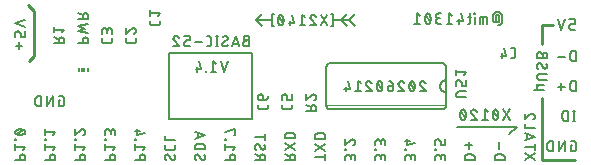
<source format=gbr>
G04 EAGLE Gerber RS-274X export*
G75*
%MOMM*%
%FSLAX34Y34*%
%LPD*%
%INSilkscreen Bottom*%
%IPPOS*%
%AMOC8*
5,1,8,0,0,1.08239X$1,22.5*%
G01*
%ADD10C,0.152400*%
%ADD11C,0.177800*%
%ADD12C,0.203200*%
%ADD13C,0.254000*%
%ADD14C,0.127000*%
%ADD15C,0.050800*%
%ADD16R,0.150000X0.300000*%
%ADD17R,0.300000X0.300000*%


D10*
X389128Y26162D02*
X397764Y26162D01*
X397764Y28561D01*
X397762Y28658D01*
X397756Y28754D01*
X397747Y28850D01*
X397733Y28946D01*
X397716Y29041D01*
X397694Y29135D01*
X397669Y29228D01*
X397641Y29321D01*
X397608Y29412D01*
X397572Y29501D01*
X397532Y29589D01*
X397489Y29676D01*
X397443Y29761D01*
X397393Y29843D01*
X397339Y29924D01*
X397283Y30002D01*
X397223Y30078D01*
X397161Y30152D01*
X397095Y30223D01*
X397027Y30291D01*
X396956Y30357D01*
X396882Y30419D01*
X396806Y30479D01*
X396728Y30535D01*
X396647Y30589D01*
X396565Y30639D01*
X396480Y30685D01*
X396393Y30728D01*
X396305Y30768D01*
X396216Y30804D01*
X396125Y30837D01*
X396032Y30865D01*
X395939Y30890D01*
X395845Y30912D01*
X395750Y30929D01*
X395654Y30943D01*
X395558Y30952D01*
X395462Y30958D01*
X395365Y30960D01*
X391527Y30960D01*
X391430Y30958D01*
X391334Y30952D01*
X391238Y30943D01*
X391142Y30929D01*
X391047Y30912D01*
X390953Y30890D01*
X390860Y30865D01*
X390767Y30837D01*
X390676Y30804D01*
X390587Y30768D01*
X390499Y30728D01*
X390412Y30685D01*
X390328Y30639D01*
X390245Y30589D01*
X390164Y30535D01*
X390086Y30479D01*
X390010Y30419D01*
X389936Y30357D01*
X389865Y30291D01*
X389797Y30223D01*
X389731Y30152D01*
X389669Y30078D01*
X389609Y30002D01*
X389553Y29924D01*
X389499Y29843D01*
X389449Y29761D01*
X389403Y29676D01*
X389360Y29589D01*
X389320Y29501D01*
X389284Y29412D01*
X389251Y29321D01*
X389223Y29228D01*
X389198Y29135D01*
X389176Y29041D01*
X389159Y28946D01*
X389145Y28850D01*
X389136Y28754D01*
X389130Y28658D01*
X389128Y28561D01*
X389128Y26162D01*
X392486Y35741D02*
X392486Y41498D01*
X389608Y38619D02*
X395365Y38619D01*
X414528Y26162D02*
X423164Y26162D01*
X423164Y28561D01*
X423162Y28658D01*
X423156Y28754D01*
X423147Y28850D01*
X423133Y28946D01*
X423116Y29041D01*
X423094Y29135D01*
X423069Y29228D01*
X423041Y29321D01*
X423008Y29412D01*
X422972Y29501D01*
X422932Y29589D01*
X422889Y29676D01*
X422843Y29761D01*
X422793Y29843D01*
X422739Y29924D01*
X422683Y30002D01*
X422623Y30078D01*
X422561Y30152D01*
X422495Y30223D01*
X422427Y30291D01*
X422356Y30357D01*
X422282Y30419D01*
X422206Y30479D01*
X422128Y30535D01*
X422047Y30589D01*
X421965Y30639D01*
X421880Y30685D01*
X421793Y30728D01*
X421705Y30768D01*
X421616Y30804D01*
X421525Y30837D01*
X421432Y30865D01*
X421339Y30890D01*
X421245Y30912D01*
X421150Y30929D01*
X421054Y30943D01*
X420958Y30952D01*
X420862Y30958D01*
X420765Y30960D01*
X416927Y30960D01*
X416830Y30958D01*
X416734Y30952D01*
X416638Y30943D01*
X416542Y30929D01*
X416447Y30912D01*
X416353Y30890D01*
X416260Y30865D01*
X416167Y30837D01*
X416076Y30804D01*
X415987Y30768D01*
X415899Y30728D01*
X415812Y30685D01*
X415728Y30639D01*
X415645Y30589D01*
X415564Y30535D01*
X415486Y30479D01*
X415410Y30419D01*
X415336Y30357D01*
X415265Y30291D01*
X415197Y30223D01*
X415131Y30152D01*
X415069Y30078D01*
X415009Y30002D01*
X414953Y29924D01*
X414899Y29843D01*
X414849Y29761D01*
X414803Y29676D01*
X414760Y29589D01*
X414720Y29501D01*
X414684Y29412D01*
X414651Y29321D01*
X414623Y29228D01*
X414598Y29135D01*
X414576Y29041D01*
X414559Y28946D01*
X414545Y28850D01*
X414536Y28754D01*
X414530Y28658D01*
X414528Y28561D01*
X414528Y26162D01*
X417886Y35741D02*
X417886Y41498D01*
X483458Y110236D02*
X483458Y118872D01*
X481059Y118872D01*
X480962Y118870D01*
X480866Y118864D01*
X480770Y118855D01*
X480674Y118841D01*
X480579Y118824D01*
X480485Y118802D01*
X480392Y118777D01*
X480299Y118749D01*
X480208Y118716D01*
X480119Y118680D01*
X480031Y118640D01*
X479944Y118597D01*
X479860Y118551D01*
X479777Y118501D01*
X479696Y118447D01*
X479618Y118391D01*
X479542Y118331D01*
X479468Y118269D01*
X479397Y118203D01*
X479329Y118135D01*
X479263Y118064D01*
X479201Y117990D01*
X479141Y117914D01*
X479085Y117836D01*
X479031Y117755D01*
X478981Y117673D01*
X478935Y117588D01*
X478892Y117501D01*
X478852Y117413D01*
X478816Y117324D01*
X478783Y117233D01*
X478755Y117140D01*
X478730Y117047D01*
X478708Y116953D01*
X478691Y116858D01*
X478677Y116762D01*
X478668Y116666D01*
X478662Y116570D01*
X478660Y116473D01*
X478660Y112635D01*
X478662Y112538D01*
X478668Y112442D01*
X478677Y112346D01*
X478691Y112250D01*
X478708Y112155D01*
X478730Y112061D01*
X478755Y111968D01*
X478783Y111875D01*
X478816Y111784D01*
X478852Y111695D01*
X478892Y111607D01*
X478935Y111520D01*
X478981Y111436D01*
X479031Y111353D01*
X479085Y111272D01*
X479141Y111194D01*
X479201Y111118D01*
X479263Y111044D01*
X479329Y110973D01*
X479397Y110905D01*
X479468Y110839D01*
X479542Y110777D01*
X479618Y110717D01*
X479696Y110661D01*
X479777Y110607D01*
X479860Y110557D01*
X479944Y110511D01*
X480031Y110468D01*
X480119Y110428D01*
X480208Y110392D01*
X480299Y110359D01*
X480392Y110331D01*
X480485Y110306D01*
X480579Y110284D01*
X480674Y110267D01*
X480770Y110253D01*
X480866Y110244D01*
X480962Y110238D01*
X481059Y110236D01*
X483458Y110236D01*
X473879Y113594D02*
X468122Y113594D01*
X483458Y93472D02*
X483458Y84836D01*
X483458Y93472D02*
X481059Y93472D01*
X480962Y93470D01*
X480866Y93464D01*
X480770Y93455D01*
X480674Y93441D01*
X480579Y93424D01*
X480485Y93402D01*
X480392Y93377D01*
X480299Y93349D01*
X480208Y93316D01*
X480119Y93280D01*
X480031Y93240D01*
X479944Y93197D01*
X479860Y93151D01*
X479777Y93101D01*
X479696Y93047D01*
X479618Y92991D01*
X479542Y92931D01*
X479468Y92869D01*
X479397Y92803D01*
X479329Y92735D01*
X479263Y92664D01*
X479201Y92590D01*
X479141Y92514D01*
X479085Y92436D01*
X479031Y92355D01*
X478981Y92273D01*
X478935Y92188D01*
X478892Y92101D01*
X478852Y92013D01*
X478816Y91924D01*
X478783Y91833D01*
X478755Y91740D01*
X478730Y91647D01*
X478708Y91553D01*
X478691Y91458D01*
X478677Y91362D01*
X478668Y91266D01*
X478662Y91170D01*
X478660Y91073D01*
X478660Y87235D01*
X478662Y87138D01*
X478668Y87042D01*
X478677Y86946D01*
X478691Y86850D01*
X478708Y86755D01*
X478730Y86661D01*
X478755Y86568D01*
X478783Y86475D01*
X478816Y86384D01*
X478852Y86295D01*
X478892Y86207D01*
X478935Y86120D01*
X478981Y86036D01*
X479031Y85953D01*
X479085Y85872D01*
X479141Y85794D01*
X479201Y85718D01*
X479263Y85644D01*
X479329Y85573D01*
X479397Y85505D01*
X479468Y85439D01*
X479542Y85377D01*
X479618Y85317D01*
X479696Y85261D01*
X479777Y85207D01*
X479860Y85157D01*
X479944Y85111D01*
X480031Y85068D01*
X480119Y85028D01*
X480208Y84992D01*
X480299Y84959D01*
X480392Y84931D01*
X480485Y84906D01*
X480579Y84884D01*
X480674Y84867D01*
X480770Y84853D01*
X480866Y84844D01*
X480962Y84838D01*
X481059Y84836D01*
X483458Y84836D01*
X473879Y88194D02*
X468122Y88194D01*
X471001Y85316D02*
X471001Y91073D01*
X481951Y68072D02*
X481951Y59436D01*
X482910Y59436D02*
X480991Y59436D01*
X480991Y68072D02*
X482910Y68072D01*
X476730Y68072D02*
X476730Y59436D01*
X476730Y68072D02*
X474331Y68072D01*
X474234Y68070D01*
X474138Y68064D01*
X474042Y68055D01*
X473946Y68041D01*
X473851Y68024D01*
X473757Y68002D01*
X473664Y67977D01*
X473571Y67949D01*
X473480Y67916D01*
X473391Y67880D01*
X473303Y67840D01*
X473216Y67797D01*
X473132Y67751D01*
X473049Y67701D01*
X472968Y67647D01*
X472890Y67591D01*
X472814Y67531D01*
X472740Y67469D01*
X472669Y67403D01*
X472601Y67335D01*
X472535Y67264D01*
X472473Y67190D01*
X472413Y67114D01*
X472357Y67036D01*
X472303Y66955D01*
X472253Y66873D01*
X472207Y66788D01*
X472164Y66701D01*
X472124Y66613D01*
X472088Y66524D01*
X472055Y66433D01*
X472027Y66340D01*
X472002Y66247D01*
X471980Y66153D01*
X471963Y66058D01*
X471949Y65962D01*
X471940Y65866D01*
X471934Y65770D01*
X471932Y65673D01*
X471932Y61835D01*
X471934Y61738D01*
X471940Y61642D01*
X471949Y61546D01*
X471963Y61450D01*
X471980Y61355D01*
X472002Y61261D01*
X472027Y61168D01*
X472055Y61075D01*
X472088Y60984D01*
X472124Y60895D01*
X472164Y60807D01*
X472207Y60720D01*
X472253Y60636D01*
X472303Y60553D01*
X472357Y60472D01*
X472413Y60394D01*
X472473Y60318D01*
X472535Y60244D01*
X472601Y60173D01*
X472669Y60105D01*
X472740Y60039D01*
X472814Y59977D01*
X472890Y59917D01*
X472968Y59861D01*
X473049Y59807D01*
X473132Y59757D01*
X473216Y59711D01*
X473303Y59668D01*
X473391Y59628D01*
X473480Y59592D01*
X473571Y59559D01*
X473664Y59531D01*
X473757Y59506D01*
X473851Y59484D01*
X473946Y59467D01*
X474042Y59453D01*
X474138Y59444D01*
X474234Y59438D01*
X474331Y59436D01*
X476730Y59436D01*
X479665Y136652D02*
X482544Y136652D01*
X479665Y136652D02*
X479579Y136654D01*
X479493Y136660D01*
X479407Y136669D01*
X479322Y136683D01*
X479238Y136700D01*
X479154Y136721D01*
X479072Y136746D01*
X478991Y136774D01*
X478911Y136806D01*
X478832Y136842D01*
X478756Y136881D01*
X478681Y136924D01*
X478608Y136969D01*
X478537Y137018D01*
X478469Y137071D01*
X478402Y137126D01*
X478339Y137184D01*
X478278Y137245D01*
X478220Y137308D01*
X478165Y137375D01*
X478112Y137443D01*
X478063Y137514D01*
X478018Y137587D01*
X477975Y137662D01*
X477936Y137738D01*
X477900Y137817D01*
X477868Y137897D01*
X477840Y137978D01*
X477815Y138060D01*
X477794Y138144D01*
X477777Y138228D01*
X477763Y138313D01*
X477754Y138399D01*
X477748Y138485D01*
X477746Y138571D01*
X477746Y139531D01*
X477748Y139617D01*
X477754Y139703D01*
X477763Y139789D01*
X477777Y139874D01*
X477794Y139958D01*
X477815Y140042D01*
X477840Y140124D01*
X477868Y140205D01*
X477900Y140285D01*
X477936Y140364D01*
X477975Y140440D01*
X478018Y140515D01*
X478063Y140588D01*
X478113Y140659D01*
X478165Y140727D01*
X478220Y140794D01*
X478278Y140857D01*
X478339Y140918D01*
X478402Y140976D01*
X478469Y141031D01*
X478537Y141084D01*
X478608Y141133D01*
X478681Y141178D01*
X478756Y141221D01*
X478832Y141260D01*
X478911Y141296D01*
X478991Y141328D01*
X479072Y141356D01*
X479155Y141381D01*
X479238Y141402D01*
X479322Y141419D01*
X479407Y141433D01*
X479493Y141442D01*
X479579Y141448D01*
X479665Y141450D01*
X482544Y141450D01*
X482544Y145288D01*
X477746Y145288D01*
X473879Y145288D02*
X471001Y136652D01*
X468122Y145288D01*
X478739Y38580D02*
X480178Y38580D01*
X478739Y38580D02*
X478739Y33782D01*
X481618Y33782D01*
X481704Y33784D01*
X481790Y33790D01*
X481876Y33799D01*
X481961Y33813D01*
X482045Y33830D01*
X482129Y33851D01*
X482211Y33876D01*
X482292Y33904D01*
X482372Y33936D01*
X482451Y33972D01*
X482527Y34011D01*
X482602Y34054D01*
X482675Y34099D01*
X482746Y34149D01*
X482814Y34201D01*
X482881Y34256D01*
X482944Y34314D01*
X483005Y34375D01*
X483063Y34438D01*
X483118Y34505D01*
X483171Y34573D01*
X483220Y34644D01*
X483265Y34717D01*
X483308Y34792D01*
X483347Y34868D01*
X483383Y34947D01*
X483415Y35027D01*
X483443Y35108D01*
X483468Y35191D01*
X483489Y35274D01*
X483506Y35358D01*
X483520Y35443D01*
X483529Y35529D01*
X483535Y35615D01*
X483537Y35701D01*
X483537Y40499D01*
X483535Y40585D01*
X483529Y40671D01*
X483520Y40757D01*
X483506Y40842D01*
X483489Y40926D01*
X483468Y41010D01*
X483443Y41092D01*
X483415Y41173D01*
X483383Y41253D01*
X483347Y41332D01*
X483308Y41408D01*
X483265Y41483D01*
X483220Y41556D01*
X483171Y41627D01*
X483118Y41695D01*
X483063Y41762D01*
X483005Y41825D01*
X482944Y41886D01*
X482881Y41944D01*
X482815Y41999D01*
X482746Y42051D01*
X482675Y42101D01*
X482602Y42146D01*
X482527Y42189D01*
X482451Y42228D01*
X482372Y42264D01*
X482292Y42296D01*
X482211Y42324D01*
X482129Y42349D01*
X482045Y42370D01*
X481961Y42387D01*
X481876Y42401D01*
X481790Y42410D01*
X481704Y42416D01*
X481618Y42418D01*
X478739Y42418D01*
X473783Y42418D02*
X473783Y33782D01*
X468986Y33782D02*
X473783Y42418D01*
X468986Y42418D02*
X468986Y33782D01*
X464030Y33782D02*
X464030Y42418D01*
X461631Y42418D01*
X461534Y42416D01*
X461438Y42410D01*
X461342Y42401D01*
X461246Y42387D01*
X461151Y42370D01*
X461057Y42348D01*
X460964Y42323D01*
X460871Y42295D01*
X460780Y42262D01*
X460691Y42226D01*
X460603Y42186D01*
X460516Y42143D01*
X460432Y42097D01*
X460349Y42047D01*
X460268Y41993D01*
X460190Y41937D01*
X460114Y41877D01*
X460040Y41815D01*
X459969Y41749D01*
X459901Y41681D01*
X459835Y41610D01*
X459773Y41536D01*
X459713Y41460D01*
X459657Y41382D01*
X459603Y41301D01*
X459553Y41219D01*
X459507Y41134D01*
X459464Y41047D01*
X459424Y40959D01*
X459388Y40870D01*
X459355Y40779D01*
X459327Y40686D01*
X459302Y40593D01*
X459280Y40499D01*
X459263Y40404D01*
X459249Y40308D01*
X459240Y40212D01*
X459234Y40116D01*
X459232Y40019D01*
X459232Y36181D01*
X459234Y36084D01*
X459240Y35988D01*
X459249Y35892D01*
X459263Y35796D01*
X459280Y35701D01*
X459302Y35607D01*
X459327Y35514D01*
X459355Y35421D01*
X459388Y35330D01*
X459424Y35241D01*
X459464Y35153D01*
X459507Y35066D01*
X459553Y34982D01*
X459603Y34899D01*
X459657Y34818D01*
X459713Y34740D01*
X459773Y34664D01*
X459835Y34590D01*
X459901Y34519D01*
X459969Y34451D01*
X460040Y34385D01*
X460114Y34323D01*
X460190Y34263D01*
X460268Y34207D01*
X460349Y34153D01*
X460432Y34103D01*
X460516Y34057D01*
X460603Y34014D01*
X460691Y33974D01*
X460780Y33938D01*
X460871Y33905D01*
X460964Y33877D01*
X461057Y33852D01*
X461151Y33830D01*
X461246Y33813D01*
X461342Y33799D01*
X461438Y33790D01*
X461534Y33784D01*
X461631Y33782D01*
X464030Y33782D01*
X11740Y120142D02*
X11740Y125899D01*
X8862Y123021D02*
X14619Y123021D01*
X8382Y130375D02*
X8382Y133254D01*
X8384Y133340D01*
X8390Y133426D01*
X8399Y133512D01*
X8413Y133597D01*
X8430Y133681D01*
X8451Y133765D01*
X8476Y133847D01*
X8504Y133928D01*
X8536Y134008D01*
X8572Y134087D01*
X8611Y134163D01*
X8654Y134238D01*
X8699Y134311D01*
X8749Y134382D01*
X8801Y134450D01*
X8856Y134517D01*
X8914Y134580D01*
X8975Y134641D01*
X9038Y134699D01*
X9105Y134754D01*
X9173Y134807D01*
X9244Y134856D01*
X9317Y134901D01*
X9392Y134944D01*
X9468Y134983D01*
X9547Y135019D01*
X9627Y135051D01*
X9708Y135079D01*
X9791Y135104D01*
X9874Y135125D01*
X9958Y135142D01*
X10043Y135156D01*
X10129Y135165D01*
X10215Y135171D01*
X10301Y135173D01*
X11261Y135173D01*
X11347Y135171D01*
X11433Y135165D01*
X11519Y135156D01*
X11604Y135142D01*
X11688Y135125D01*
X11772Y135104D01*
X11854Y135079D01*
X11935Y135051D01*
X12015Y135019D01*
X12094Y134983D01*
X12170Y134944D01*
X12245Y134901D01*
X12318Y134856D01*
X12389Y134807D01*
X12457Y134754D01*
X12524Y134699D01*
X12587Y134641D01*
X12648Y134580D01*
X12706Y134517D01*
X12761Y134450D01*
X12814Y134382D01*
X12863Y134311D01*
X12908Y134238D01*
X12951Y134163D01*
X12990Y134087D01*
X13026Y134008D01*
X13058Y133928D01*
X13086Y133847D01*
X13111Y133765D01*
X13132Y133681D01*
X13149Y133597D01*
X13163Y133512D01*
X13172Y133426D01*
X13178Y133340D01*
X13180Y133254D01*
X13180Y130375D01*
X17018Y130375D01*
X17018Y135173D01*
X17018Y139040D02*
X8382Y141918D01*
X17018Y144797D01*
X45240Y76680D02*
X46680Y76680D01*
X45240Y76680D02*
X45240Y71882D01*
X48119Y71882D01*
X48205Y71884D01*
X48291Y71890D01*
X48377Y71899D01*
X48462Y71913D01*
X48546Y71930D01*
X48630Y71951D01*
X48712Y71976D01*
X48793Y72004D01*
X48873Y72036D01*
X48952Y72072D01*
X49028Y72111D01*
X49103Y72154D01*
X49176Y72199D01*
X49247Y72249D01*
X49315Y72301D01*
X49382Y72356D01*
X49445Y72414D01*
X49506Y72475D01*
X49564Y72538D01*
X49619Y72605D01*
X49672Y72673D01*
X49721Y72744D01*
X49766Y72817D01*
X49809Y72892D01*
X49848Y72968D01*
X49884Y73047D01*
X49916Y73127D01*
X49944Y73208D01*
X49969Y73291D01*
X49990Y73374D01*
X50007Y73458D01*
X50021Y73543D01*
X50030Y73629D01*
X50036Y73715D01*
X50038Y73801D01*
X50038Y78599D01*
X50036Y78685D01*
X50030Y78771D01*
X50021Y78857D01*
X50007Y78942D01*
X49990Y79026D01*
X49969Y79110D01*
X49944Y79192D01*
X49916Y79273D01*
X49884Y79353D01*
X49848Y79432D01*
X49809Y79508D01*
X49766Y79583D01*
X49721Y79656D01*
X49672Y79727D01*
X49619Y79795D01*
X49564Y79862D01*
X49506Y79925D01*
X49445Y79986D01*
X49382Y80044D01*
X49316Y80099D01*
X49247Y80151D01*
X49176Y80201D01*
X49103Y80246D01*
X49028Y80289D01*
X48952Y80328D01*
X48873Y80364D01*
X48793Y80396D01*
X48712Y80424D01*
X48630Y80449D01*
X48546Y80470D01*
X48462Y80487D01*
X48377Y80501D01*
X48291Y80510D01*
X48205Y80516D01*
X48119Y80518D01*
X45240Y80518D01*
X40284Y80518D02*
X40284Y71882D01*
X35487Y71882D02*
X40284Y80518D01*
X35487Y80518D02*
X35487Y71882D01*
X30531Y71882D02*
X30531Y80518D01*
X28132Y80518D01*
X28035Y80516D01*
X27939Y80510D01*
X27843Y80501D01*
X27747Y80487D01*
X27652Y80470D01*
X27558Y80448D01*
X27465Y80423D01*
X27372Y80395D01*
X27281Y80362D01*
X27192Y80326D01*
X27104Y80286D01*
X27017Y80243D01*
X26933Y80197D01*
X26850Y80147D01*
X26769Y80093D01*
X26691Y80037D01*
X26615Y79977D01*
X26541Y79915D01*
X26470Y79849D01*
X26402Y79781D01*
X26336Y79710D01*
X26274Y79636D01*
X26214Y79560D01*
X26158Y79482D01*
X26104Y79401D01*
X26054Y79319D01*
X26008Y79234D01*
X25965Y79147D01*
X25925Y79059D01*
X25889Y78970D01*
X25856Y78879D01*
X25828Y78786D01*
X25803Y78693D01*
X25781Y78599D01*
X25764Y78504D01*
X25750Y78408D01*
X25741Y78312D01*
X25735Y78216D01*
X25733Y78119D01*
X25733Y74281D01*
X25735Y74184D01*
X25741Y74088D01*
X25750Y73992D01*
X25764Y73896D01*
X25781Y73801D01*
X25803Y73707D01*
X25828Y73614D01*
X25856Y73521D01*
X25889Y73430D01*
X25925Y73341D01*
X25965Y73253D01*
X26008Y73166D01*
X26054Y73082D01*
X26104Y72999D01*
X26158Y72918D01*
X26214Y72840D01*
X26274Y72764D01*
X26336Y72690D01*
X26402Y72619D01*
X26470Y72551D01*
X26541Y72485D01*
X26615Y72423D01*
X26691Y72363D01*
X26769Y72307D01*
X26850Y72253D01*
X26932Y72203D01*
X27017Y72157D01*
X27104Y72114D01*
X27192Y72074D01*
X27281Y72038D01*
X27372Y72005D01*
X27465Y71977D01*
X27558Y71952D01*
X27652Y71930D01*
X27747Y71913D01*
X27843Y71899D01*
X27939Y71890D01*
X28035Y71884D01*
X28132Y71882D01*
X30531Y71882D01*
X211582Y26162D02*
X220218Y26162D01*
X220218Y28561D01*
X220216Y28658D01*
X220210Y28754D01*
X220201Y28850D01*
X220187Y28946D01*
X220170Y29041D01*
X220148Y29135D01*
X220123Y29228D01*
X220095Y29321D01*
X220062Y29412D01*
X220026Y29501D01*
X219986Y29589D01*
X219943Y29676D01*
X219897Y29761D01*
X219847Y29843D01*
X219793Y29924D01*
X219737Y30002D01*
X219677Y30078D01*
X219615Y30152D01*
X219549Y30223D01*
X219481Y30291D01*
X219410Y30357D01*
X219336Y30419D01*
X219260Y30479D01*
X219182Y30535D01*
X219101Y30589D01*
X219019Y30639D01*
X218934Y30685D01*
X218847Y30728D01*
X218759Y30768D01*
X218670Y30804D01*
X218579Y30837D01*
X218486Y30865D01*
X218393Y30890D01*
X218299Y30912D01*
X218204Y30929D01*
X218108Y30943D01*
X218012Y30952D01*
X217916Y30958D01*
X217819Y30960D01*
X217722Y30958D01*
X217626Y30952D01*
X217530Y30943D01*
X217434Y30929D01*
X217339Y30912D01*
X217245Y30890D01*
X217152Y30865D01*
X217059Y30837D01*
X216968Y30804D01*
X216879Y30768D01*
X216791Y30728D01*
X216704Y30685D01*
X216620Y30639D01*
X216537Y30589D01*
X216456Y30535D01*
X216378Y30479D01*
X216302Y30419D01*
X216228Y30357D01*
X216157Y30291D01*
X216089Y30223D01*
X216023Y30152D01*
X215961Y30078D01*
X215901Y30002D01*
X215845Y29924D01*
X215791Y29843D01*
X215741Y29761D01*
X215695Y29676D01*
X215652Y29589D01*
X215612Y29501D01*
X215576Y29412D01*
X215543Y29321D01*
X215515Y29228D01*
X215490Y29135D01*
X215468Y29041D01*
X215451Y28946D01*
X215437Y28850D01*
X215428Y28754D01*
X215422Y28658D01*
X215420Y28561D01*
X215420Y26162D01*
X215420Y29041D02*
X211582Y30960D01*
X211582Y37795D02*
X211584Y37881D01*
X211590Y37967D01*
X211599Y38053D01*
X211613Y38138D01*
X211630Y38222D01*
X211651Y38306D01*
X211676Y38388D01*
X211704Y38469D01*
X211736Y38549D01*
X211772Y38628D01*
X211811Y38704D01*
X211854Y38779D01*
X211899Y38852D01*
X211949Y38923D01*
X212001Y38991D01*
X212056Y39058D01*
X212114Y39121D01*
X212175Y39182D01*
X212238Y39240D01*
X212305Y39295D01*
X212373Y39348D01*
X212444Y39397D01*
X212517Y39442D01*
X212592Y39485D01*
X212668Y39524D01*
X212747Y39560D01*
X212827Y39592D01*
X212908Y39620D01*
X212990Y39645D01*
X213074Y39666D01*
X213158Y39683D01*
X213243Y39697D01*
X213329Y39706D01*
X213415Y39712D01*
X213501Y39714D01*
X211582Y37795D02*
X211584Y37672D01*
X211589Y37549D01*
X211599Y37426D01*
X211612Y37304D01*
X211629Y37182D01*
X211649Y37060D01*
X211673Y36940D01*
X211701Y36820D01*
X211732Y36701D01*
X211767Y36583D01*
X211806Y36466D01*
X211848Y36350D01*
X211894Y36236D01*
X211943Y36123D01*
X211995Y36012D01*
X212051Y35902D01*
X212110Y35794D01*
X212173Y35688D01*
X212238Y35583D01*
X212307Y35481D01*
X212379Y35381D01*
X212454Y35284D01*
X212531Y35188D01*
X212612Y35095D01*
X212695Y35004D01*
X212781Y34916D01*
X218299Y35157D02*
X218385Y35159D01*
X218471Y35165D01*
X218557Y35174D01*
X218642Y35188D01*
X218726Y35205D01*
X218810Y35226D01*
X218892Y35251D01*
X218973Y35279D01*
X219053Y35311D01*
X219132Y35347D01*
X219208Y35386D01*
X219283Y35429D01*
X219356Y35474D01*
X219427Y35523D01*
X219495Y35576D01*
X219562Y35631D01*
X219625Y35689D01*
X219686Y35750D01*
X219744Y35813D01*
X219799Y35880D01*
X219852Y35948D01*
X219901Y36019D01*
X219946Y36092D01*
X219989Y36167D01*
X220028Y36243D01*
X220064Y36322D01*
X220096Y36402D01*
X220124Y36483D01*
X220149Y36565D01*
X220170Y36649D01*
X220187Y36733D01*
X220201Y36818D01*
X220210Y36904D01*
X220216Y36990D01*
X220218Y37076D01*
X220216Y37192D01*
X220211Y37307D01*
X220201Y37423D01*
X220188Y37538D01*
X220172Y37652D01*
X220151Y37766D01*
X220127Y37880D01*
X220099Y37992D01*
X220068Y38103D01*
X220033Y38214D01*
X219995Y38323D01*
X219953Y38431D01*
X219908Y38537D01*
X219859Y38643D01*
X219807Y38746D01*
X219752Y38848D01*
X219693Y38947D01*
X219631Y39045D01*
X219566Y39141D01*
X219498Y39235D01*
X216620Y36116D02*
X216666Y36042D01*
X216716Y35969D01*
X216769Y35899D01*
X216825Y35831D01*
X216884Y35766D01*
X216946Y35703D01*
X217011Y35644D01*
X217078Y35587D01*
X217148Y35533D01*
X217220Y35483D01*
X217294Y35436D01*
X217370Y35392D01*
X217449Y35352D01*
X217529Y35316D01*
X217610Y35283D01*
X217693Y35254D01*
X217778Y35228D01*
X217863Y35206D01*
X217949Y35189D01*
X218036Y35175D01*
X218123Y35165D01*
X218211Y35159D01*
X218299Y35157D01*
X215180Y38755D02*
X215134Y38829D01*
X215084Y38902D01*
X215031Y38972D01*
X214975Y39040D01*
X214916Y39105D01*
X214854Y39168D01*
X214789Y39227D01*
X214722Y39284D01*
X214652Y39338D01*
X214580Y39388D01*
X214506Y39435D01*
X214430Y39479D01*
X214351Y39519D01*
X214271Y39555D01*
X214190Y39588D01*
X214107Y39617D01*
X214022Y39643D01*
X213937Y39665D01*
X213851Y39682D01*
X213764Y39696D01*
X213677Y39706D01*
X213589Y39712D01*
X213501Y39714D01*
X215180Y38755D02*
X216620Y36116D01*
X220218Y45545D02*
X211582Y45545D01*
X220218Y43146D02*
X220218Y47944D01*
X17018Y26162D02*
X8382Y26162D01*
X17018Y26162D02*
X17018Y28561D01*
X17016Y28658D01*
X17010Y28754D01*
X17001Y28850D01*
X16987Y28946D01*
X16970Y29041D01*
X16948Y29135D01*
X16923Y29228D01*
X16895Y29321D01*
X16862Y29412D01*
X16826Y29501D01*
X16786Y29589D01*
X16743Y29676D01*
X16697Y29761D01*
X16647Y29843D01*
X16593Y29924D01*
X16537Y30002D01*
X16477Y30078D01*
X16415Y30152D01*
X16349Y30223D01*
X16281Y30291D01*
X16210Y30357D01*
X16136Y30419D01*
X16060Y30479D01*
X15982Y30535D01*
X15901Y30589D01*
X15819Y30639D01*
X15734Y30685D01*
X15647Y30728D01*
X15559Y30768D01*
X15470Y30804D01*
X15379Y30837D01*
X15286Y30865D01*
X15193Y30890D01*
X15099Y30912D01*
X15004Y30929D01*
X14908Y30943D01*
X14812Y30952D01*
X14716Y30958D01*
X14619Y30960D01*
X14522Y30958D01*
X14426Y30952D01*
X14330Y30943D01*
X14234Y30929D01*
X14139Y30912D01*
X14045Y30890D01*
X13952Y30865D01*
X13859Y30837D01*
X13768Y30804D01*
X13679Y30768D01*
X13591Y30728D01*
X13504Y30685D01*
X13419Y30639D01*
X13337Y30589D01*
X13256Y30535D01*
X13178Y30479D01*
X13102Y30419D01*
X13028Y30357D01*
X12957Y30291D01*
X12889Y30223D01*
X12823Y30152D01*
X12761Y30078D01*
X12701Y30002D01*
X12645Y29924D01*
X12591Y29843D01*
X12541Y29761D01*
X12495Y29676D01*
X12452Y29589D01*
X12412Y29501D01*
X12376Y29412D01*
X12343Y29321D01*
X12315Y29228D01*
X12290Y29135D01*
X12268Y29041D01*
X12251Y28946D01*
X12237Y28850D01*
X12228Y28754D01*
X12222Y28658D01*
X12220Y28561D01*
X12220Y26162D01*
X15099Y34806D02*
X17018Y37205D01*
X8382Y37205D01*
X8382Y34806D02*
X8382Y39604D01*
X8382Y43366D02*
X8862Y43366D01*
X8862Y43846D01*
X8382Y43846D01*
X8382Y43366D01*
X12700Y47608D02*
X12870Y47610D01*
X13040Y47616D01*
X13209Y47626D01*
X13379Y47640D01*
X13548Y47659D01*
X13716Y47681D01*
X13884Y47707D01*
X14051Y47737D01*
X14217Y47772D01*
X14383Y47810D01*
X14548Y47852D01*
X14711Y47898D01*
X14874Y47948D01*
X15035Y48002D01*
X15195Y48059D01*
X15353Y48121D01*
X15510Y48186D01*
X15665Y48255D01*
X15819Y48328D01*
X15895Y48356D01*
X15970Y48388D01*
X16044Y48423D01*
X16116Y48461D01*
X16186Y48503D01*
X16254Y48548D01*
X16320Y48596D01*
X16384Y48647D01*
X16445Y48701D01*
X16504Y48757D01*
X16560Y48817D01*
X16613Y48878D01*
X16663Y48942D01*
X16711Y49009D01*
X16755Y49077D01*
X16796Y49148D01*
X16834Y49220D01*
X16868Y49294D01*
X16899Y49369D01*
X16927Y49446D01*
X16951Y49524D01*
X16971Y49603D01*
X16988Y49683D01*
X17001Y49763D01*
X17011Y49844D01*
X17016Y49925D01*
X17018Y50007D01*
X17016Y50089D01*
X17011Y50170D01*
X17001Y50251D01*
X16988Y50331D01*
X16971Y50411D01*
X16951Y50490D01*
X16927Y50568D01*
X16899Y50645D01*
X16868Y50720D01*
X16834Y50794D01*
X16796Y50866D01*
X16755Y50937D01*
X16711Y51005D01*
X16663Y51072D01*
X16613Y51136D01*
X16560Y51197D01*
X16504Y51257D01*
X16445Y51313D01*
X16384Y51367D01*
X16320Y51418D01*
X16254Y51466D01*
X16186Y51511D01*
X16116Y51553D01*
X16044Y51591D01*
X15970Y51626D01*
X15895Y51658D01*
X15819Y51686D01*
X15665Y51759D01*
X15510Y51828D01*
X15353Y51893D01*
X15195Y51955D01*
X15035Y52012D01*
X14874Y52066D01*
X14711Y52116D01*
X14548Y52162D01*
X14383Y52204D01*
X14217Y52242D01*
X14051Y52277D01*
X13884Y52307D01*
X13716Y52333D01*
X13548Y52355D01*
X13379Y52374D01*
X13209Y52388D01*
X13040Y52398D01*
X12870Y52404D01*
X12700Y52406D01*
X12700Y47608D02*
X12530Y47610D01*
X12360Y47616D01*
X12191Y47626D01*
X12021Y47640D01*
X11852Y47659D01*
X11684Y47681D01*
X11516Y47707D01*
X11349Y47737D01*
X11183Y47772D01*
X11017Y47810D01*
X10852Y47852D01*
X10689Y47898D01*
X10527Y47948D01*
X10365Y48002D01*
X10206Y48059D01*
X10047Y48121D01*
X9890Y48186D01*
X9735Y48255D01*
X9581Y48328D01*
X9505Y48356D01*
X9430Y48388D01*
X9356Y48423D01*
X9284Y48461D01*
X9214Y48503D01*
X9146Y48548D01*
X9080Y48596D01*
X9016Y48647D01*
X8955Y48701D01*
X8896Y48757D01*
X8840Y48817D01*
X8787Y48878D01*
X8737Y48942D01*
X8689Y49009D01*
X8645Y49077D01*
X8604Y49148D01*
X8566Y49220D01*
X8532Y49294D01*
X8501Y49369D01*
X8473Y49446D01*
X8449Y49524D01*
X8429Y49603D01*
X8412Y49683D01*
X8399Y49763D01*
X8389Y49844D01*
X8384Y49925D01*
X8382Y50007D01*
X9581Y51686D02*
X9735Y51759D01*
X9890Y51828D01*
X10047Y51893D01*
X10206Y51955D01*
X10365Y52012D01*
X10527Y52066D01*
X10689Y52116D01*
X10852Y52162D01*
X11017Y52204D01*
X11183Y52242D01*
X11349Y52277D01*
X11516Y52307D01*
X11684Y52333D01*
X11852Y52355D01*
X12021Y52374D01*
X12191Y52388D01*
X12360Y52398D01*
X12530Y52404D01*
X12700Y52406D01*
X9581Y51686D02*
X9505Y51658D01*
X9430Y51626D01*
X9356Y51591D01*
X9284Y51553D01*
X9214Y51511D01*
X9146Y51466D01*
X9080Y51418D01*
X9016Y51367D01*
X8955Y51313D01*
X8896Y51257D01*
X8840Y51197D01*
X8787Y51136D01*
X8737Y51072D01*
X8689Y51005D01*
X8645Y50937D01*
X8604Y50866D01*
X8566Y50794D01*
X8532Y50720D01*
X8501Y50645D01*
X8473Y50568D01*
X8449Y50490D01*
X8429Y50411D01*
X8412Y50331D01*
X8399Y50251D01*
X8389Y50170D01*
X8384Y50089D01*
X8382Y50007D01*
X10301Y48088D02*
X15099Y51926D01*
X33782Y26162D02*
X42418Y26162D01*
X42418Y28561D01*
X42416Y28658D01*
X42410Y28754D01*
X42401Y28850D01*
X42387Y28946D01*
X42370Y29041D01*
X42348Y29135D01*
X42323Y29228D01*
X42295Y29321D01*
X42262Y29412D01*
X42226Y29501D01*
X42186Y29589D01*
X42143Y29676D01*
X42097Y29761D01*
X42047Y29843D01*
X41993Y29924D01*
X41937Y30002D01*
X41877Y30078D01*
X41815Y30152D01*
X41749Y30223D01*
X41681Y30291D01*
X41610Y30357D01*
X41536Y30419D01*
X41460Y30479D01*
X41382Y30535D01*
X41301Y30589D01*
X41219Y30639D01*
X41134Y30685D01*
X41047Y30728D01*
X40959Y30768D01*
X40870Y30804D01*
X40779Y30837D01*
X40686Y30865D01*
X40593Y30890D01*
X40499Y30912D01*
X40404Y30929D01*
X40308Y30943D01*
X40212Y30952D01*
X40116Y30958D01*
X40019Y30960D01*
X39922Y30958D01*
X39826Y30952D01*
X39730Y30943D01*
X39634Y30929D01*
X39539Y30912D01*
X39445Y30890D01*
X39352Y30865D01*
X39259Y30837D01*
X39168Y30804D01*
X39079Y30768D01*
X38991Y30728D01*
X38904Y30685D01*
X38820Y30639D01*
X38737Y30589D01*
X38656Y30535D01*
X38578Y30479D01*
X38502Y30419D01*
X38428Y30357D01*
X38357Y30291D01*
X38289Y30223D01*
X38223Y30152D01*
X38161Y30078D01*
X38101Y30002D01*
X38045Y29924D01*
X37991Y29843D01*
X37941Y29761D01*
X37895Y29676D01*
X37852Y29589D01*
X37812Y29501D01*
X37776Y29412D01*
X37743Y29321D01*
X37715Y29228D01*
X37690Y29135D01*
X37668Y29041D01*
X37651Y28946D01*
X37637Y28850D01*
X37628Y28754D01*
X37622Y28658D01*
X37620Y28561D01*
X37620Y26162D01*
X40499Y34806D02*
X42418Y37205D01*
X33782Y37205D01*
X33782Y34806D02*
X33782Y39604D01*
X33782Y43366D02*
X34262Y43366D01*
X34262Y43846D01*
X33782Y43846D01*
X33782Y43366D01*
X40499Y47608D02*
X42418Y50007D01*
X33782Y50007D01*
X33782Y47608D02*
X33782Y52406D01*
X59182Y26162D02*
X67818Y26162D01*
X67818Y28561D01*
X67816Y28658D01*
X67810Y28754D01*
X67801Y28850D01*
X67787Y28946D01*
X67770Y29041D01*
X67748Y29135D01*
X67723Y29228D01*
X67695Y29321D01*
X67662Y29412D01*
X67626Y29501D01*
X67586Y29589D01*
X67543Y29676D01*
X67497Y29761D01*
X67447Y29843D01*
X67393Y29924D01*
X67337Y30002D01*
X67277Y30078D01*
X67215Y30152D01*
X67149Y30223D01*
X67081Y30291D01*
X67010Y30357D01*
X66936Y30419D01*
X66860Y30479D01*
X66782Y30535D01*
X66701Y30589D01*
X66619Y30639D01*
X66534Y30685D01*
X66447Y30728D01*
X66359Y30768D01*
X66270Y30804D01*
X66179Y30837D01*
X66086Y30865D01*
X65993Y30890D01*
X65899Y30912D01*
X65804Y30929D01*
X65708Y30943D01*
X65612Y30952D01*
X65516Y30958D01*
X65419Y30960D01*
X65322Y30958D01*
X65226Y30952D01*
X65130Y30943D01*
X65034Y30929D01*
X64939Y30912D01*
X64845Y30890D01*
X64752Y30865D01*
X64659Y30837D01*
X64568Y30804D01*
X64479Y30768D01*
X64391Y30728D01*
X64304Y30685D01*
X64220Y30639D01*
X64137Y30589D01*
X64056Y30535D01*
X63978Y30479D01*
X63902Y30419D01*
X63828Y30357D01*
X63757Y30291D01*
X63689Y30223D01*
X63623Y30152D01*
X63561Y30078D01*
X63501Y30002D01*
X63445Y29924D01*
X63391Y29843D01*
X63341Y29761D01*
X63295Y29676D01*
X63252Y29589D01*
X63212Y29501D01*
X63176Y29412D01*
X63143Y29321D01*
X63115Y29228D01*
X63090Y29135D01*
X63068Y29041D01*
X63051Y28946D01*
X63037Y28850D01*
X63028Y28754D01*
X63022Y28658D01*
X63020Y28561D01*
X63020Y26162D01*
X65899Y34806D02*
X67818Y37205D01*
X59182Y37205D01*
X59182Y34806D02*
X59182Y39604D01*
X59182Y43366D02*
X59662Y43366D01*
X59662Y43846D01*
X59182Y43846D01*
X59182Y43366D01*
X67818Y50247D02*
X67816Y50339D01*
X67810Y50430D01*
X67801Y50521D01*
X67787Y50612D01*
X67770Y50702D01*
X67748Y50791D01*
X67723Y50879D01*
X67695Y50966D01*
X67662Y51052D01*
X67626Y51136D01*
X67587Y51219D01*
X67544Y51300D01*
X67497Y51379D01*
X67448Y51456D01*
X67395Y51531D01*
X67339Y51603D01*
X67280Y51673D01*
X67218Y51741D01*
X67153Y51806D01*
X67085Y51868D01*
X67015Y51927D01*
X66943Y51983D01*
X66868Y52036D01*
X66791Y52085D01*
X66712Y52132D01*
X66631Y52175D01*
X66548Y52214D01*
X66464Y52250D01*
X66378Y52283D01*
X66291Y52311D01*
X66203Y52336D01*
X66114Y52358D01*
X66024Y52375D01*
X65933Y52389D01*
X65842Y52398D01*
X65751Y52404D01*
X65659Y52406D01*
X67818Y50247D02*
X67816Y50144D01*
X67810Y50042D01*
X67801Y49940D01*
X67788Y49838D01*
X67771Y49737D01*
X67750Y49636D01*
X67726Y49537D01*
X67697Y49438D01*
X67666Y49341D01*
X67630Y49244D01*
X67592Y49149D01*
X67549Y49056D01*
X67503Y48964D01*
X67454Y48874D01*
X67402Y48786D01*
X67346Y48699D01*
X67287Y48615D01*
X67226Y48534D01*
X67161Y48454D01*
X67093Y48377D01*
X67022Y48302D01*
X66949Y48231D01*
X66873Y48162D01*
X66795Y48095D01*
X66714Y48032D01*
X66631Y47972D01*
X66546Y47915D01*
X66459Y47861D01*
X66369Y47810D01*
X66278Y47763D01*
X66186Y47719D01*
X66091Y47678D01*
X65996Y47641D01*
X65899Y47608D01*
X63980Y51686D02*
X64046Y51753D01*
X64115Y51817D01*
X64186Y51878D01*
X64260Y51936D01*
X64336Y51991D01*
X64414Y52043D01*
X64494Y52092D01*
X64576Y52138D01*
X64660Y52180D01*
X64746Y52219D01*
X64833Y52254D01*
X64921Y52285D01*
X65011Y52313D01*
X65101Y52338D01*
X65193Y52359D01*
X65285Y52376D01*
X65378Y52389D01*
X65471Y52398D01*
X65565Y52404D01*
X65659Y52406D01*
X63980Y51686D02*
X59182Y47608D01*
X59182Y52406D01*
X84582Y26162D02*
X93218Y26162D01*
X93218Y28561D01*
X93216Y28658D01*
X93210Y28754D01*
X93201Y28850D01*
X93187Y28946D01*
X93170Y29041D01*
X93148Y29135D01*
X93123Y29228D01*
X93095Y29321D01*
X93062Y29412D01*
X93026Y29501D01*
X92986Y29589D01*
X92943Y29676D01*
X92897Y29761D01*
X92847Y29843D01*
X92793Y29924D01*
X92737Y30002D01*
X92677Y30078D01*
X92615Y30152D01*
X92549Y30223D01*
X92481Y30291D01*
X92410Y30357D01*
X92336Y30419D01*
X92260Y30479D01*
X92182Y30535D01*
X92101Y30589D01*
X92019Y30639D01*
X91934Y30685D01*
X91847Y30728D01*
X91759Y30768D01*
X91670Y30804D01*
X91579Y30837D01*
X91486Y30865D01*
X91393Y30890D01*
X91299Y30912D01*
X91204Y30929D01*
X91108Y30943D01*
X91012Y30952D01*
X90916Y30958D01*
X90819Y30960D01*
X90722Y30958D01*
X90626Y30952D01*
X90530Y30943D01*
X90434Y30929D01*
X90339Y30912D01*
X90245Y30890D01*
X90152Y30865D01*
X90059Y30837D01*
X89968Y30804D01*
X89879Y30768D01*
X89791Y30728D01*
X89704Y30685D01*
X89620Y30639D01*
X89537Y30589D01*
X89456Y30535D01*
X89378Y30479D01*
X89302Y30419D01*
X89228Y30357D01*
X89157Y30291D01*
X89089Y30223D01*
X89023Y30152D01*
X88961Y30078D01*
X88901Y30002D01*
X88845Y29924D01*
X88791Y29843D01*
X88741Y29761D01*
X88695Y29676D01*
X88652Y29589D01*
X88612Y29501D01*
X88576Y29412D01*
X88543Y29321D01*
X88515Y29228D01*
X88490Y29135D01*
X88468Y29041D01*
X88451Y28946D01*
X88437Y28850D01*
X88428Y28754D01*
X88422Y28658D01*
X88420Y28561D01*
X88420Y26162D01*
X91299Y34806D02*
X93218Y37205D01*
X84582Y37205D01*
X84582Y34806D02*
X84582Y39604D01*
X84582Y43366D02*
X85062Y43366D01*
X85062Y43846D01*
X84582Y43846D01*
X84582Y43366D01*
X84582Y47608D02*
X84582Y50007D01*
X84584Y50104D01*
X84590Y50200D01*
X84599Y50296D01*
X84613Y50392D01*
X84630Y50487D01*
X84652Y50581D01*
X84677Y50674D01*
X84705Y50767D01*
X84738Y50858D01*
X84774Y50947D01*
X84814Y51035D01*
X84857Y51122D01*
X84903Y51207D01*
X84953Y51289D01*
X85007Y51370D01*
X85063Y51448D01*
X85123Y51524D01*
X85185Y51598D01*
X85251Y51669D01*
X85319Y51737D01*
X85390Y51803D01*
X85464Y51865D01*
X85540Y51925D01*
X85618Y51981D01*
X85699Y52035D01*
X85782Y52085D01*
X85866Y52131D01*
X85953Y52174D01*
X86041Y52214D01*
X86130Y52250D01*
X86221Y52283D01*
X86314Y52311D01*
X86407Y52336D01*
X86501Y52358D01*
X86596Y52375D01*
X86692Y52389D01*
X86788Y52398D01*
X86884Y52404D01*
X86981Y52406D01*
X87078Y52404D01*
X87174Y52398D01*
X87270Y52389D01*
X87366Y52375D01*
X87461Y52358D01*
X87555Y52336D01*
X87648Y52311D01*
X87741Y52283D01*
X87832Y52250D01*
X87921Y52214D01*
X88009Y52174D01*
X88096Y52131D01*
X88181Y52085D01*
X88263Y52035D01*
X88344Y51981D01*
X88422Y51925D01*
X88498Y51865D01*
X88572Y51803D01*
X88643Y51737D01*
X88711Y51669D01*
X88777Y51598D01*
X88839Y51524D01*
X88899Y51448D01*
X88955Y51370D01*
X89009Y51289D01*
X89059Y51207D01*
X89105Y51122D01*
X89148Y51035D01*
X89188Y50947D01*
X89224Y50858D01*
X89257Y50767D01*
X89285Y50674D01*
X89310Y50581D01*
X89332Y50487D01*
X89349Y50392D01*
X89363Y50296D01*
X89372Y50200D01*
X89378Y50104D01*
X89380Y50007D01*
X93218Y50487D02*
X93218Y47608D01*
X93218Y50487D02*
X93216Y50573D01*
X93210Y50659D01*
X93201Y50745D01*
X93187Y50830D01*
X93170Y50914D01*
X93149Y50998D01*
X93124Y51080D01*
X93096Y51161D01*
X93064Y51241D01*
X93028Y51320D01*
X92989Y51396D01*
X92946Y51471D01*
X92901Y51544D01*
X92852Y51615D01*
X92799Y51683D01*
X92744Y51750D01*
X92686Y51813D01*
X92625Y51874D01*
X92562Y51932D01*
X92495Y51987D01*
X92427Y52040D01*
X92356Y52089D01*
X92283Y52134D01*
X92208Y52177D01*
X92132Y52216D01*
X92053Y52252D01*
X91973Y52284D01*
X91892Y52312D01*
X91810Y52337D01*
X91726Y52358D01*
X91642Y52375D01*
X91557Y52389D01*
X91471Y52398D01*
X91385Y52404D01*
X91299Y52406D01*
X91213Y52404D01*
X91127Y52398D01*
X91041Y52389D01*
X90956Y52375D01*
X90872Y52358D01*
X90788Y52337D01*
X90706Y52312D01*
X90625Y52284D01*
X90545Y52252D01*
X90466Y52216D01*
X90390Y52177D01*
X90315Y52134D01*
X90242Y52089D01*
X90171Y52040D01*
X90103Y51987D01*
X90036Y51932D01*
X89973Y51874D01*
X89912Y51813D01*
X89854Y51750D01*
X89799Y51683D01*
X89746Y51615D01*
X89697Y51544D01*
X89652Y51471D01*
X89609Y51396D01*
X89570Y51320D01*
X89534Y51241D01*
X89502Y51161D01*
X89474Y51080D01*
X89449Y50998D01*
X89428Y50914D01*
X89411Y50830D01*
X89397Y50745D01*
X89388Y50659D01*
X89382Y50573D01*
X89380Y50487D01*
X89380Y48568D01*
X109982Y26162D02*
X118618Y26162D01*
X118618Y28561D01*
X118616Y28658D01*
X118610Y28754D01*
X118601Y28850D01*
X118587Y28946D01*
X118570Y29041D01*
X118548Y29135D01*
X118523Y29228D01*
X118495Y29321D01*
X118462Y29412D01*
X118426Y29501D01*
X118386Y29589D01*
X118343Y29676D01*
X118297Y29761D01*
X118247Y29843D01*
X118193Y29924D01*
X118137Y30002D01*
X118077Y30078D01*
X118015Y30152D01*
X117949Y30223D01*
X117881Y30291D01*
X117810Y30357D01*
X117736Y30419D01*
X117660Y30479D01*
X117582Y30535D01*
X117501Y30589D01*
X117419Y30639D01*
X117334Y30685D01*
X117247Y30728D01*
X117159Y30768D01*
X117070Y30804D01*
X116979Y30837D01*
X116886Y30865D01*
X116793Y30890D01*
X116699Y30912D01*
X116604Y30929D01*
X116508Y30943D01*
X116412Y30952D01*
X116316Y30958D01*
X116219Y30960D01*
X116122Y30958D01*
X116026Y30952D01*
X115930Y30943D01*
X115834Y30929D01*
X115739Y30912D01*
X115645Y30890D01*
X115552Y30865D01*
X115459Y30837D01*
X115368Y30804D01*
X115279Y30768D01*
X115191Y30728D01*
X115104Y30685D01*
X115020Y30639D01*
X114937Y30589D01*
X114856Y30535D01*
X114778Y30479D01*
X114702Y30419D01*
X114628Y30357D01*
X114557Y30291D01*
X114489Y30223D01*
X114423Y30152D01*
X114361Y30078D01*
X114301Y30002D01*
X114245Y29924D01*
X114191Y29843D01*
X114141Y29761D01*
X114095Y29676D01*
X114052Y29589D01*
X114012Y29501D01*
X113976Y29412D01*
X113943Y29321D01*
X113915Y29228D01*
X113890Y29135D01*
X113868Y29041D01*
X113851Y28946D01*
X113837Y28850D01*
X113828Y28754D01*
X113822Y28658D01*
X113820Y28561D01*
X113820Y26162D01*
X116699Y34806D02*
X118618Y37205D01*
X109982Y37205D01*
X109982Y34806D02*
X109982Y39604D01*
X109982Y43366D02*
X110462Y43366D01*
X110462Y43846D01*
X109982Y43846D01*
X109982Y43366D01*
X111901Y47608D02*
X118618Y49527D01*
X111901Y47608D02*
X111901Y52406D01*
X113820Y50966D02*
X109982Y50966D01*
X135382Y29041D02*
X135384Y29127D01*
X135390Y29213D01*
X135399Y29299D01*
X135413Y29384D01*
X135430Y29468D01*
X135451Y29552D01*
X135476Y29634D01*
X135504Y29715D01*
X135536Y29795D01*
X135572Y29874D01*
X135611Y29950D01*
X135654Y30025D01*
X135699Y30098D01*
X135749Y30169D01*
X135801Y30237D01*
X135856Y30304D01*
X135914Y30367D01*
X135975Y30428D01*
X136038Y30486D01*
X136105Y30541D01*
X136173Y30594D01*
X136244Y30643D01*
X136317Y30688D01*
X136392Y30731D01*
X136468Y30770D01*
X136547Y30806D01*
X136627Y30838D01*
X136708Y30866D01*
X136790Y30891D01*
X136874Y30912D01*
X136958Y30929D01*
X137043Y30943D01*
X137129Y30952D01*
X137215Y30958D01*
X137301Y30960D01*
X135382Y29041D02*
X135384Y28918D01*
X135389Y28795D01*
X135399Y28672D01*
X135412Y28550D01*
X135429Y28428D01*
X135449Y28306D01*
X135473Y28186D01*
X135501Y28066D01*
X135532Y27947D01*
X135567Y27829D01*
X135606Y27712D01*
X135648Y27596D01*
X135694Y27482D01*
X135743Y27369D01*
X135795Y27258D01*
X135851Y27148D01*
X135910Y27040D01*
X135973Y26934D01*
X136038Y26829D01*
X136107Y26727D01*
X136179Y26627D01*
X136254Y26530D01*
X136331Y26434D01*
X136412Y26341D01*
X136495Y26250D01*
X136581Y26162D01*
X142099Y26402D02*
X142185Y26404D01*
X142271Y26410D01*
X142357Y26419D01*
X142442Y26433D01*
X142526Y26450D01*
X142610Y26471D01*
X142692Y26496D01*
X142773Y26524D01*
X142853Y26556D01*
X142932Y26592D01*
X143008Y26631D01*
X143083Y26674D01*
X143156Y26719D01*
X143227Y26768D01*
X143295Y26821D01*
X143362Y26876D01*
X143425Y26934D01*
X143486Y26995D01*
X143544Y27058D01*
X143599Y27125D01*
X143652Y27193D01*
X143701Y27264D01*
X143746Y27337D01*
X143789Y27412D01*
X143828Y27488D01*
X143864Y27567D01*
X143896Y27647D01*
X143924Y27728D01*
X143949Y27810D01*
X143970Y27894D01*
X143987Y27978D01*
X144001Y28063D01*
X144010Y28149D01*
X144016Y28235D01*
X144018Y28321D01*
X144016Y28437D01*
X144011Y28552D01*
X144001Y28668D01*
X143988Y28783D01*
X143972Y28897D01*
X143951Y29011D01*
X143927Y29125D01*
X143899Y29237D01*
X143868Y29348D01*
X143833Y29459D01*
X143795Y29568D01*
X143753Y29676D01*
X143708Y29782D01*
X143659Y29888D01*
X143607Y29991D01*
X143552Y30093D01*
X143493Y30192D01*
X143431Y30290D01*
X143366Y30386D01*
X143298Y30480D01*
X140420Y27361D02*
X140466Y27287D01*
X140516Y27214D01*
X140569Y27144D01*
X140625Y27076D01*
X140684Y27011D01*
X140746Y26948D01*
X140811Y26889D01*
X140878Y26832D01*
X140948Y26778D01*
X141020Y26728D01*
X141094Y26681D01*
X141170Y26637D01*
X141249Y26597D01*
X141329Y26561D01*
X141410Y26528D01*
X141493Y26499D01*
X141578Y26473D01*
X141663Y26451D01*
X141749Y26434D01*
X141836Y26420D01*
X141923Y26410D01*
X142011Y26404D01*
X142099Y26402D01*
X138980Y30001D02*
X138934Y30075D01*
X138884Y30148D01*
X138831Y30218D01*
X138775Y30286D01*
X138716Y30351D01*
X138654Y30414D01*
X138589Y30473D01*
X138522Y30530D01*
X138452Y30584D01*
X138380Y30634D01*
X138306Y30681D01*
X138230Y30725D01*
X138151Y30765D01*
X138071Y30801D01*
X137990Y30834D01*
X137907Y30863D01*
X137822Y30889D01*
X137737Y30911D01*
X137651Y30928D01*
X137564Y30942D01*
X137477Y30952D01*
X137389Y30958D01*
X137301Y30960D01*
X138980Y30000D02*
X140420Y27361D01*
X135382Y36882D02*
X135382Y38801D01*
X135382Y36882D02*
X135384Y36796D01*
X135390Y36710D01*
X135399Y36624D01*
X135413Y36539D01*
X135430Y36455D01*
X135451Y36371D01*
X135476Y36289D01*
X135504Y36208D01*
X135536Y36128D01*
X135572Y36049D01*
X135611Y35973D01*
X135654Y35898D01*
X135699Y35825D01*
X135748Y35754D01*
X135801Y35686D01*
X135856Y35619D01*
X135914Y35556D01*
X135975Y35495D01*
X136038Y35437D01*
X136105Y35382D01*
X136173Y35329D01*
X136244Y35280D01*
X136317Y35235D01*
X136392Y35192D01*
X136468Y35153D01*
X136547Y35117D01*
X136627Y35085D01*
X136708Y35057D01*
X136790Y35032D01*
X136874Y35011D01*
X136958Y34994D01*
X137043Y34980D01*
X137129Y34971D01*
X137215Y34965D01*
X137301Y34963D01*
X142099Y34963D01*
X142185Y34965D01*
X142271Y34971D01*
X142357Y34980D01*
X142442Y34994D01*
X142526Y35011D01*
X142610Y35032D01*
X142692Y35057D01*
X142773Y35085D01*
X142853Y35117D01*
X142932Y35153D01*
X143008Y35192D01*
X143083Y35235D01*
X143156Y35280D01*
X143227Y35329D01*
X143295Y35382D01*
X143362Y35437D01*
X143425Y35495D01*
X143486Y35556D01*
X143544Y35619D01*
X143599Y35686D01*
X143651Y35754D01*
X143701Y35825D01*
X143746Y35898D01*
X143789Y35973D01*
X143828Y36049D01*
X143864Y36128D01*
X143896Y36208D01*
X143924Y36289D01*
X143949Y36371D01*
X143970Y36455D01*
X143987Y36539D01*
X144001Y36624D01*
X144010Y36710D01*
X144016Y36796D01*
X144018Y36882D01*
X144018Y38801D01*
X144018Y42952D02*
X135382Y42952D01*
X135382Y46790D01*
X160782Y29041D02*
X160784Y29127D01*
X160790Y29213D01*
X160799Y29299D01*
X160813Y29384D01*
X160830Y29468D01*
X160851Y29552D01*
X160876Y29634D01*
X160904Y29715D01*
X160936Y29795D01*
X160972Y29874D01*
X161011Y29950D01*
X161054Y30025D01*
X161099Y30098D01*
X161149Y30169D01*
X161201Y30237D01*
X161256Y30304D01*
X161314Y30367D01*
X161375Y30428D01*
X161438Y30486D01*
X161505Y30541D01*
X161573Y30594D01*
X161644Y30643D01*
X161717Y30688D01*
X161792Y30731D01*
X161868Y30770D01*
X161947Y30806D01*
X162027Y30838D01*
X162108Y30866D01*
X162190Y30891D01*
X162274Y30912D01*
X162358Y30929D01*
X162443Y30943D01*
X162529Y30952D01*
X162615Y30958D01*
X162701Y30960D01*
X160782Y29041D02*
X160784Y28918D01*
X160789Y28795D01*
X160799Y28672D01*
X160812Y28550D01*
X160829Y28428D01*
X160849Y28306D01*
X160873Y28186D01*
X160901Y28066D01*
X160932Y27947D01*
X160967Y27829D01*
X161006Y27712D01*
X161048Y27596D01*
X161094Y27482D01*
X161143Y27369D01*
X161195Y27258D01*
X161251Y27148D01*
X161310Y27040D01*
X161373Y26934D01*
X161438Y26829D01*
X161507Y26727D01*
X161579Y26627D01*
X161654Y26530D01*
X161731Y26434D01*
X161812Y26341D01*
X161895Y26250D01*
X161981Y26162D01*
X167499Y26402D02*
X167585Y26404D01*
X167671Y26410D01*
X167757Y26419D01*
X167842Y26433D01*
X167926Y26450D01*
X168010Y26471D01*
X168092Y26496D01*
X168173Y26524D01*
X168253Y26556D01*
X168332Y26592D01*
X168408Y26631D01*
X168483Y26674D01*
X168556Y26719D01*
X168627Y26768D01*
X168695Y26821D01*
X168762Y26876D01*
X168825Y26934D01*
X168886Y26995D01*
X168944Y27058D01*
X168999Y27125D01*
X169052Y27193D01*
X169101Y27264D01*
X169146Y27337D01*
X169189Y27412D01*
X169228Y27488D01*
X169264Y27567D01*
X169296Y27647D01*
X169324Y27728D01*
X169349Y27810D01*
X169370Y27894D01*
X169387Y27978D01*
X169401Y28063D01*
X169410Y28149D01*
X169416Y28235D01*
X169418Y28321D01*
X169416Y28437D01*
X169411Y28552D01*
X169401Y28668D01*
X169388Y28783D01*
X169372Y28897D01*
X169351Y29011D01*
X169327Y29125D01*
X169299Y29237D01*
X169268Y29348D01*
X169233Y29459D01*
X169195Y29568D01*
X169153Y29676D01*
X169108Y29782D01*
X169059Y29888D01*
X169007Y29991D01*
X168952Y30093D01*
X168893Y30192D01*
X168831Y30290D01*
X168766Y30386D01*
X168698Y30480D01*
X165820Y27361D02*
X165866Y27287D01*
X165916Y27214D01*
X165969Y27144D01*
X166025Y27076D01*
X166084Y27011D01*
X166146Y26948D01*
X166211Y26889D01*
X166278Y26832D01*
X166348Y26778D01*
X166420Y26728D01*
X166494Y26681D01*
X166570Y26637D01*
X166649Y26597D01*
X166729Y26561D01*
X166810Y26528D01*
X166893Y26499D01*
X166978Y26473D01*
X167063Y26451D01*
X167149Y26434D01*
X167236Y26420D01*
X167323Y26410D01*
X167411Y26404D01*
X167499Y26402D01*
X164380Y30001D02*
X164334Y30075D01*
X164284Y30148D01*
X164231Y30218D01*
X164175Y30286D01*
X164116Y30351D01*
X164054Y30414D01*
X163989Y30473D01*
X163922Y30530D01*
X163852Y30584D01*
X163780Y30634D01*
X163706Y30681D01*
X163630Y30725D01*
X163551Y30765D01*
X163471Y30801D01*
X163390Y30834D01*
X163307Y30863D01*
X163222Y30889D01*
X163137Y30911D01*
X163051Y30928D01*
X162964Y30942D01*
X162877Y30952D01*
X162789Y30958D01*
X162701Y30960D01*
X164380Y30000D02*
X165820Y27361D01*
X169418Y35306D02*
X160782Y35306D01*
X169418Y35306D02*
X169418Y37705D01*
X169416Y37802D01*
X169410Y37898D01*
X169401Y37994D01*
X169387Y38090D01*
X169370Y38185D01*
X169348Y38279D01*
X169323Y38372D01*
X169295Y38465D01*
X169262Y38556D01*
X169226Y38645D01*
X169186Y38733D01*
X169143Y38820D01*
X169097Y38905D01*
X169047Y38987D01*
X168993Y39068D01*
X168937Y39146D01*
X168877Y39222D01*
X168815Y39296D01*
X168749Y39367D01*
X168681Y39435D01*
X168610Y39501D01*
X168536Y39563D01*
X168460Y39623D01*
X168382Y39679D01*
X168301Y39733D01*
X168219Y39783D01*
X168134Y39829D01*
X168047Y39872D01*
X167959Y39912D01*
X167870Y39948D01*
X167779Y39981D01*
X167686Y40009D01*
X167593Y40034D01*
X167499Y40056D01*
X167404Y40073D01*
X167308Y40087D01*
X167212Y40096D01*
X167116Y40102D01*
X167019Y40104D01*
X163181Y40104D01*
X163084Y40102D01*
X162988Y40096D01*
X162892Y40087D01*
X162796Y40073D01*
X162701Y40056D01*
X162607Y40034D01*
X162514Y40009D01*
X162421Y39981D01*
X162330Y39948D01*
X162241Y39912D01*
X162153Y39872D01*
X162066Y39829D01*
X161982Y39783D01*
X161899Y39733D01*
X161818Y39679D01*
X161740Y39623D01*
X161664Y39563D01*
X161590Y39501D01*
X161519Y39435D01*
X161451Y39367D01*
X161385Y39296D01*
X161323Y39222D01*
X161263Y39146D01*
X161207Y39068D01*
X161153Y38987D01*
X161103Y38905D01*
X161057Y38820D01*
X161014Y38733D01*
X160974Y38645D01*
X160938Y38556D01*
X160905Y38465D01*
X160877Y38372D01*
X160852Y38279D01*
X160830Y38185D01*
X160813Y38090D01*
X160799Y37994D01*
X160790Y37898D01*
X160784Y37802D01*
X160782Y37705D01*
X160782Y35306D01*
X160782Y44275D02*
X169418Y47154D01*
X160782Y50032D01*
X162941Y49313D02*
X162941Y44995D01*
X186182Y26162D02*
X194818Y26162D01*
X194818Y28561D01*
X194816Y28658D01*
X194810Y28754D01*
X194801Y28850D01*
X194787Y28946D01*
X194770Y29041D01*
X194748Y29135D01*
X194723Y29228D01*
X194695Y29321D01*
X194662Y29412D01*
X194626Y29501D01*
X194586Y29589D01*
X194543Y29676D01*
X194497Y29761D01*
X194447Y29843D01*
X194393Y29924D01*
X194337Y30002D01*
X194277Y30078D01*
X194215Y30152D01*
X194149Y30223D01*
X194081Y30291D01*
X194010Y30357D01*
X193936Y30419D01*
X193860Y30479D01*
X193782Y30535D01*
X193701Y30589D01*
X193619Y30639D01*
X193534Y30685D01*
X193447Y30728D01*
X193359Y30768D01*
X193270Y30804D01*
X193179Y30837D01*
X193086Y30865D01*
X192993Y30890D01*
X192899Y30912D01*
X192804Y30929D01*
X192708Y30943D01*
X192612Y30952D01*
X192516Y30958D01*
X192419Y30960D01*
X192322Y30958D01*
X192226Y30952D01*
X192130Y30943D01*
X192034Y30929D01*
X191939Y30912D01*
X191845Y30890D01*
X191752Y30865D01*
X191659Y30837D01*
X191568Y30804D01*
X191479Y30768D01*
X191391Y30728D01*
X191304Y30685D01*
X191220Y30639D01*
X191137Y30589D01*
X191056Y30535D01*
X190978Y30479D01*
X190902Y30419D01*
X190828Y30357D01*
X190757Y30291D01*
X190689Y30223D01*
X190623Y30152D01*
X190561Y30078D01*
X190501Y30002D01*
X190445Y29924D01*
X190391Y29843D01*
X190341Y29761D01*
X190295Y29676D01*
X190252Y29589D01*
X190212Y29501D01*
X190176Y29412D01*
X190143Y29321D01*
X190115Y29228D01*
X190090Y29135D01*
X190068Y29041D01*
X190051Y28946D01*
X190037Y28850D01*
X190028Y28754D01*
X190022Y28658D01*
X190020Y28561D01*
X190020Y26162D01*
X192899Y34806D02*
X194818Y37205D01*
X186182Y37205D01*
X186182Y34806D02*
X186182Y39604D01*
X186182Y43366D02*
X186662Y43366D01*
X186662Y43846D01*
X186182Y43846D01*
X186182Y43366D01*
X193858Y47608D02*
X194818Y47608D01*
X194818Y52406D01*
X186182Y50007D01*
X236982Y26162D02*
X245618Y26162D01*
X245618Y28561D01*
X245616Y28658D01*
X245610Y28754D01*
X245601Y28850D01*
X245587Y28946D01*
X245570Y29041D01*
X245548Y29135D01*
X245523Y29228D01*
X245495Y29321D01*
X245462Y29412D01*
X245426Y29501D01*
X245386Y29589D01*
X245343Y29676D01*
X245297Y29761D01*
X245247Y29843D01*
X245193Y29924D01*
X245137Y30002D01*
X245077Y30078D01*
X245015Y30152D01*
X244949Y30223D01*
X244881Y30291D01*
X244810Y30357D01*
X244736Y30419D01*
X244660Y30479D01*
X244582Y30535D01*
X244501Y30589D01*
X244419Y30639D01*
X244334Y30685D01*
X244247Y30728D01*
X244159Y30768D01*
X244070Y30804D01*
X243979Y30837D01*
X243886Y30865D01*
X243793Y30890D01*
X243699Y30912D01*
X243604Y30929D01*
X243508Y30943D01*
X243412Y30952D01*
X243316Y30958D01*
X243219Y30960D01*
X243122Y30958D01*
X243026Y30952D01*
X242930Y30943D01*
X242834Y30929D01*
X242739Y30912D01*
X242645Y30890D01*
X242552Y30865D01*
X242459Y30837D01*
X242368Y30804D01*
X242279Y30768D01*
X242191Y30728D01*
X242104Y30685D01*
X242020Y30639D01*
X241937Y30589D01*
X241856Y30535D01*
X241778Y30479D01*
X241702Y30419D01*
X241628Y30357D01*
X241557Y30291D01*
X241489Y30223D01*
X241423Y30152D01*
X241361Y30078D01*
X241301Y30002D01*
X241245Y29924D01*
X241191Y29843D01*
X241141Y29761D01*
X241095Y29676D01*
X241052Y29589D01*
X241012Y29501D01*
X240976Y29412D01*
X240943Y29321D01*
X240915Y29228D01*
X240890Y29135D01*
X240868Y29041D01*
X240851Y28946D01*
X240837Y28850D01*
X240828Y28754D01*
X240822Y28658D01*
X240820Y28561D01*
X240820Y26162D01*
X240820Y29041D02*
X236982Y30960D01*
X236982Y34742D02*
X245618Y40499D01*
X245618Y34742D02*
X236982Y40499D01*
X236982Y44670D02*
X245618Y44670D01*
X245618Y47069D01*
X245616Y47166D01*
X245610Y47262D01*
X245601Y47358D01*
X245587Y47454D01*
X245570Y47549D01*
X245548Y47643D01*
X245523Y47736D01*
X245495Y47829D01*
X245462Y47920D01*
X245426Y48009D01*
X245386Y48097D01*
X245343Y48184D01*
X245297Y48269D01*
X245247Y48351D01*
X245193Y48432D01*
X245137Y48510D01*
X245077Y48586D01*
X245015Y48660D01*
X244949Y48731D01*
X244881Y48799D01*
X244810Y48865D01*
X244736Y48927D01*
X244660Y48987D01*
X244582Y49043D01*
X244501Y49097D01*
X244419Y49147D01*
X244334Y49193D01*
X244247Y49236D01*
X244159Y49276D01*
X244070Y49312D01*
X243979Y49345D01*
X243886Y49373D01*
X243793Y49398D01*
X243699Y49420D01*
X243604Y49437D01*
X243508Y49451D01*
X243412Y49460D01*
X243316Y49466D01*
X243219Y49468D01*
X239381Y49468D01*
X239284Y49466D01*
X239188Y49460D01*
X239092Y49451D01*
X238996Y49437D01*
X238901Y49420D01*
X238807Y49398D01*
X238714Y49373D01*
X238621Y49345D01*
X238530Y49312D01*
X238441Y49276D01*
X238353Y49236D01*
X238266Y49193D01*
X238182Y49147D01*
X238099Y49097D01*
X238018Y49043D01*
X237940Y48987D01*
X237864Y48927D01*
X237790Y48865D01*
X237719Y48799D01*
X237651Y48731D01*
X237585Y48660D01*
X237523Y48586D01*
X237463Y48510D01*
X237407Y48432D01*
X237353Y48351D01*
X237303Y48269D01*
X237257Y48184D01*
X237214Y48097D01*
X237174Y48009D01*
X237138Y47920D01*
X237105Y47829D01*
X237077Y47736D01*
X237052Y47643D01*
X237030Y47549D01*
X237013Y47454D01*
X236999Y47358D01*
X236990Y47262D01*
X236984Y47166D01*
X236982Y47069D01*
X236982Y44670D01*
X262382Y28561D02*
X271018Y28561D01*
X271018Y26162D02*
X271018Y30960D01*
X271018Y39974D02*
X262382Y34217D01*
X262382Y39974D02*
X271018Y34217D01*
X271018Y44145D02*
X262382Y44145D01*
X271018Y44145D02*
X271018Y46544D01*
X271016Y46641D01*
X271010Y46737D01*
X271001Y46833D01*
X270987Y46929D01*
X270970Y47024D01*
X270948Y47118D01*
X270923Y47211D01*
X270895Y47304D01*
X270862Y47395D01*
X270826Y47484D01*
X270786Y47572D01*
X270743Y47659D01*
X270697Y47744D01*
X270647Y47826D01*
X270593Y47907D01*
X270537Y47985D01*
X270477Y48061D01*
X270415Y48135D01*
X270349Y48206D01*
X270281Y48274D01*
X270210Y48340D01*
X270136Y48402D01*
X270060Y48462D01*
X269982Y48518D01*
X269901Y48572D01*
X269819Y48622D01*
X269734Y48668D01*
X269647Y48711D01*
X269559Y48751D01*
X269470Y48787D01*
X269379Y48820D01*
X269286Y48848D01*
X269193Y48873D01*
X269099Y48895D01*
X269004Y48912D01*
X268908Y48926D01*
X268812Y48935D01*
X268716Y48941D01*
X268619Y48943D01*
X264781Y48943D01*
X264684Y48941D01*
X264588Y48935D01*
X264492Y48926D01*
X264396Y48912D01*
X264301Y48895D01*
X264207Y48873D01*
X264114Y48848D01*
X264021Y48820D01*
X263930Y48787D01*
X263841Y48751D01*
X263753Y48711D01*
X263666Y48668D01*
X263582Y48622D01*
X263499Y48572D01*
X263418Y48518D01*
X263340Y48462D01*
X263264Y48402D01*
X263190Y48340D01*
X263119Y48274D01*
X263051Y48206D01*
X262985Y48135D01*
X262923Y48061D01*
X262863Y47985D01*
X262807Y47907D01*
X262753Y47826D01*
X262703Y47744D01*
X262657Y47659D01*
X262614Y47572D01*
X262574Y47484D01*
X262538Y47395D01*
X262505Y47304D01*
X262477Y47211D01*
X262452Y47118D01*
X262430Y47024D01*
X262413Y46929D01*
X262399Y46833D01*
X262390Y46737D01*
X262384Y46641D01*
X262382Y46544D01*
X262382Y44145D01*
X287782Y28561D02*
X287782Y26162D01*
X287782Y28561D02*
X287784Y28658D01*
X287790Y28754D01*
X287799Y28850D01*
X287813Y28946D01*
X287830Y29041D01*
X287852Y29135D01*
X287877Y29228D01*
X287905Y29321D01*
X287938Y29412D01*
X287974Y29501D01*
X288014Y29589D01*
X288057Y29676D01*
X288103Y29761D01*
X288153Y29843D01*
X288207Y29924D01*
X288263Y30002D01*
X288323Y30078D01*
X288385Y30152D01*
X288451Y30223D01*
X288519Y30291D01*
X288590Y30357D01*
X288664Y30419D01*
X288740Y30479D01*
X288818Y30535D01*
X288899Y30589D01*
X288982Y30639D01*
X289066Y30685D01*
X289153Y30728D01*
X289241Y30768D01*
X289330Y30804D01*
X289421Y30837D01*
X289514Y30865D01*
X289607Y30890D01*
X289701Y30912D01*
X289796Y30929D01*
X289892Y30943D01*
X289988Y30952D01*
X290084Y30958D01*
X290181Y30960D01*
X290278Y30958D01*
X290374Y30952D01*
X290470Y30943D01*
X290566Y30929D01*
X290661Y30912D01*
X290755Y30890D01*
X290848Y30865D01*
X290941Y30837D01*
X291032Y30804D01*
X291121Y30768D01*
X291209Y30728D01*
X291296Y30685D01*
X291381Y30639D01*
X291463Y30589D01*
X291544Y30535D01*
X291622Y30479D01*
X291698Y30419D01*
X291772Y30357D01*
X291843Y30291D01*
X291911Y30223D01*
X291977Y30152D01*
X292039Y30078D01*
X292099Y30002D01*
X292155Y29924D01*
X292209Y29843D01*
X292259Y29761D01*
X292305Y29676D01*
X292348Y29589D01*
X292388Y29501D01*
X292424Y29412D01*
X292457Y29321D01*
X292485Y29228D01*
X292510Y29135D01*
X292532Y29041D01*
X292549Y28946D01*
X292563Y28850D01*
X292572Y28754D01*
X292578Y28658D01*
X292580Y28561D01*
X296418Y29041D02*
X296418Y26162D01*
X296418Y29041D02*
X296416Y29127D01*
X296410Y29213D01*
X296401Y29299D01*
X296387Y29384D01*
X296370Y29468D01*
X296349Y29552D01*
X296324Y29634D01*
X296296Y29715D01*
X296264Y29795D01*
X296228Y29874D01*
X296189Y29950D01*
X296146Y30025D01*
X296101Y30098D01*
X296052Y30169D01*
X295999Y30237D01*
X295944Y30304D01*
X295886Y30367D01*
X295825Y30428D01*
X295762Y30486D01*
X295695Y30541D01*
X295627Y30594D01*
X295556Y30643D01*
X295483Y30688D01*
X295408Y30731D01*
X295332Y30770D01*
X295253Y30806D01*
X295173Y30838D01*
X295092Y30866D01*
X295010Y30891D01*
X294926Y30912D01*
X294842Y30929D01*
X294757Y30943D01*
X294671Y30952D01*
X294585Y30958D01*
X294499Y30960D01*
X294413Y30958D01*
X294327Y30952D01*
X294241Y30943D01*
X294156Y30929D01*
X294072Y30912D01*
X293988Y30891D01*
X293906Y30866D01*
X293825Y30838D01*
X293745Y30806D01*
X293666Y30770D01*
X293590Y30731D01*
X293515Y30688D01*
X293442Y30643D01*
X293371Y30594D01*
X293303Y30541D01*
X293236Y30486D01*
X293173Y30428D01*
X293112Y30367D01*
X293054Y30304D01*
X292999Y30237D01*
X292946Y30169D01*
X292897Y30098D01*
X292852Y30025D01*
X292809Y29950D01*
X292770Y29874D01*
X292734Y29795D01*
X292702Y29715D01*
X292674Y29634D01*
X292649Y29552D01*
X292628Y29468D01*
X292611Y29384D01*
X292597Y29299D01*
X292588Y29213D01*
X292582Y29127D01*
X292580Y29041D01*
X292580Y27122D01*
X288262Y34722D02*
X287782Y34722D01*
X288262Y34722D02*
X288262Y35202D01*
X287782Y35202D01*
X287782Y34722D01*
X296418Y41602D02*
X296416Y41694D01*
X296410Y41785D01*
X296401Y41876D01*
X296387Y41967D01*
X296370Y42057D01*
X296348Y42146D01*
X296323Y42234D01*
X296295Y42321D01*
X296262Y42407D01*
X296226Y42491D01*
X296187Y42574D01*
X296144Y42655D01*
X296097Y42734D01*
X296048Y42811D01*
X295995Y42886D01*
X295939Y42958D01*
X295880Y43028D01*
X295818Y43096D01*
X295753Y43161D01*
X295685Y43223D01*
X295615Y43282D01*
X295543Y43338D01*
X295468Y43391D01*
X295391Y43440D01*
X295312Y43487D01*
X295231Y43530D01*
X295148Y43569D01*
X295064Y43605D01*
X294978Y43638D01*
X294891Y43666D01*
X294803Y43691D01*
X294714Y43713D01*
X294624Y43730D01*
X294533Y43744D01*
X294442Y43753D01*
X294351Y43759D01*
X294259Y43761D01*
X296418Y41602D02*
X296416Y41499D01*
X296410Y41397D01*
X296401Y41295D01*
X296388Y41193D01*
X296371Y41092D01*
X296350Y40991D01*
X296326Y40892D01*
X296297Y40793D01*
X296266Y40696D01*
X296230Y40599D01*
X296192Y40504D01*
X296149Y40411D01*
X296103Y40319D01*
X296054Y40229D01*
X296002Y40141D01*
X295946Y40054D01*
X295887Y39970D01*
X295826Y39889D01*
X295761Y39809D01*
X295693Y39732D01*
X295622Y39657D01*
X295549Y39586D01*
X295473Y39517D01*
X295395Y39450D01*
X295314Y39387D01*
X295231Y39327D01*
X295146Y39270D01*
X295059Y39216D01*
X294969Y39165D01*
X294878Y39118D01*
X294786Y39074D01*
X294691Y39033D01*
X294596Y38996D01*
X294499Y38963D01*
X292580Y43041D02*
X292646Y43108D01*
X292715Y43172D01*
X292786Y43233D01*
X292860Y43291D01*
X292936Y43346D01*
X293014Y43398D01*
X293094Y43447D01*
X293176Y43493D01*
X293260Y43535D01*
X293346Y43574D01*
X293433Y43609D01*
X293521Y43640D01*
X293611Y43668D01*
X293701Y43693D01*
X293793Y43714D01*
X293885Y43731D01*
X293978Y43744D01*
X294071Y43753D01*
X294165Y43759D01*
X294259Y43761D01*
X292580Y43042D02*
X287782Y38964D01*
X287782Y43761D01*
X313182Y28561D02*
X313182Y26162D01*
X313182Y28561D02*
X313184Y28658D01*
X313190Y28754D01*
X313199Y28850D01*
X313213Y28946D01*
X313230Y29041D01*
X313252Y29135D01*
X313277Y29228D01*
X313305Y29321D01*
X313338Y29412D01*
X313374Y29501D01*
X313414Y29589D01*
X313457Y29676D01*
X313503Y29761D01*
X313553Y29843D01*
X313607Y29924D01*
X313663Y30002D01*
X313723Y30078D01*
X313785Y30152D01*
X313851Y30223D01*
X313919Y30291D01*
X313990Y30357D01*
X314064Y30419D01*
X314140Y30479D01*
X314218Y30535D01*
X314299Y30589D01*
X314382Y30639D01*
X314466Y30685D01*
X314553Y30728D01*
X314641Y30768D01*
X314730Y30804D01*
X314821Y30837D01*
X314914Y30865D01*
X315007Y30890D01*
X315101Y30912D01*
X315196Y30929D01*
X315292Y30943D01*
X315388Y30952D01*
X315484Y30958D01*
X315581Y30960D01*
X315678Y30958D01*
X315774Y30952D01*
X315870Y30943D01*
X315966Y30929D01*
X316061Y30912D01*
X316155Y30890D01*
X316248Y30865D01*
X316341Y30837D01*
X316432Y30804D01*
X316521Y30768D01*
X316609Y30728D01*
X316696Y30685D01*
X316781Y30639D01*
X316863Y30589D01*
X316944Y30535D01*
X317022Y30479D01*
X317098Y30419D01*
X317172Y30357D01*
X317243Y30291D01*
X317311Y30223D01*
X317377Y30152D01*
X317439Y30078D01*
X317499Y30002D01*
X317555Y29924D01*
X317609Y29843D01*
X317659Y29761D01*
X317705Y29676D01*
X317748Y29589D01*
X317788Y29501D01*
X317824Y29412D01*
X317857Y29321D01*
X317885Y29228D01*
X317910Y29135D01*
X317932Y29041D01*
X317949Y28946D01*
X317963Y28850D01*
X317972Y28754D01*
X317978Y28658D01*
X317980Y28561D01*
X321818Y29041D02*
X321818Y26162D01*
X321818Y29041D02*
X321816Y29127D01*
X321810Y29213D01*
X321801Y29299D01*
X321787Y29384D01*
X321770Y29468D01*
X321749Y29552D01*
X321724Y29634D01*
X321696Y29715D01*
X321664Y29795D01*
X321628Y29874D01*
X321589Y29950D01*
X321546Y30025D01*
X321501Y30098D01*
X321452Y30169D01*
X321399Y30237D01*
X321344Y30304D01*
X321286Y30367D01*
X321225Y30428D01*
X321162Y30486D01*
X321095Y30541D01*
X321027Y30594D01*
X320956Y30643D01*
X320883Y30688D01*
X320808Y30731D01*
X320732Y30770D01*
X320653Y30806D01*
X320573Y30838D01*
X320492Y30866D01*
X320410Y30891D01*
X320326Y30912D01*
X320242Y30929D01*
X320157Y30943D01*
X320071Y30952D01*
X319985Y30958D01*
X319899Y30960D01*
X319813Y30958D01*
X319727Y30952D01*
X319641Y30943D01*
X319556Y30929D01*
X319472Y30912D01*
X319388Y30891D01*
X319306Y30866D01*
X319225Y30838D01*
X319145Y30806D01*
X319066Y30770D01*
X318990Y30731D01*
X318915Y30688D01*
X318842Y30643D01*
X318771Y30594D01*
X318703Y30541D01*
X318636Y30486D01*
X318573Y30428D01*
X318512Y30367D01*
X318454Y30304D01*
X318399Y30237D01*
X318346Y30169D01*
X318297Y30098D01*
X318252Y30025D01*
X318209Y29950D01*
X318170Y29874D01*
X318134Y29795D01*
X318102Y29715D01*
X318074Y29634D01*
X318049Y29552D01*
X318028Y29468D01*
X318011Y29384D01*
X317997Y29299D01*
X317988Y29213D01*
X317982Y29127D01*
X317980Y29041D01*
X317980Y27122D01*
X313662Y34722D02*
X313182Y34722D01*
X313662Y34722D02*
X313662Y35202D01*
X313182Y35202D01*
X313182Y34722D01*
X313182Y38964D02*
X313182Y41362D01*
X313184Y41459D01*
X313190Y41555D01*
X313199Y41651D01*
X313213Y41747D01*
X313230Y41842D01*
X313252Y41936D01*
X313277Y42029D01*
X313305Y42122D01*
X313338Y42213D01*
X313374Y42302D01*
X313414Y42390D01*
X313457Y42477D01*
X313503Y42562D01*
X313553Y42644D01*
X313607Y42725D01*
X313663Y42803D01*
X313723Y42879D01*
X313785Y42953D01*
X313851Y43024D01*
X313919Y43092D01*
X313990Y43158D01*
X314064Y43220D01*
X314140Y43280D01*
X314218Y43336D01*
X314299Y43390D01*
X314382Y43440D01*
X314466Y43486D01*
X314553Y43529D01*
X314641Y43569D01*
X314730Y43605D01*
X314821Y43638D01*
X314914Y43666D01*
X315007Y43691D01*
X315101Y43713D01*
X315196Y43730D01*
X315292Y43744D01*
X315388Y43753D01*
X315484Y43759D01*
X315581Y43761D01*
X315678Y43759D01*
X315774Y43753D01*
X315870Y43744D01*
X315966Y43730D01*
X316061Y43713D01*
X316155Y43691D01*
X316248Y43666D01*
X316341Y43638D01*
X316432Y43605D01*
X316521Y43569D01*
X316609Y43529D01*
X316696Y43486D01*
X316781Y43440D01*
X316863Y43390D01*
X316944Y43336D01*
X317022Y43280D01*
X317098Y43220D01*
X317172Y43158D01*
X317243Y43092D01*
X317311Y43024D01*
X317377Y42953D01*
X317439Y42879D01*
X317499Y42803D01*
X317555Y42725D01*
X317609Y42644D01*
X317659Y42562D01*
X317705Y42477D01*
X317748Y42390D01*
X317788Y42302D01*
X317824Y42213D01*
X317857Y42122D01*
X317885Y42029D01*
X317910Y41936D01*
X317932Y41842D01*
X317949Y41747D01*
X317963Y41651D01*
X317972Y41555D01*
X317978Y41459D01*
X317980Y41362D01*
X321818Y41842D02*
X321818Y38964D01*
X321818Y41842D02*
X321816Y41928D01*
X321810Y42014D01*
X321801Y42100D01*
X321787Y42185D01*
X321770Y42269D01*
X321749Y42353D01*
X321724Y42435D01*
X321696Y42516D01*
X321664Y42596D01*
X321628Y42675D01*
X321589Y42751D01*
X321546Y42826D01*
X321501Y42899D01*
X321452Y42970D01*
X321399Y43038D01*
X321344Y43105D01*
X321286Y43168D01*
X321225Y43229D01*
X321162Y43287D01*
X321095Y43342D01*
X321027Y43395D01*
X320956Y43444D01*
X320883Y43489D01*
X320808Y43532D01*
X320732Y43571D01*
X320653Y43607D01*
X320573Y43639D01*
X320492Y43667D01*
X320410Y43692D01*
X320326Y43713D01*
X320242Y43730D01*
X320157Y43744D01*
X320071Y43753D01*
X319985Y43759D01*
X319899Y43761D01*
X319813Y43759D01*
X319727Y43753D01*
X319641Y43744D01*
X319556Y43730D01*
X319472Y43713D01*
X319388Y43692D01*
X319306Y43667D01*
X319225Y43639D01*
X319145Y43607D01*
X319066Y43571D01*
X318990Y43532D01*
X318915Y43489D01*
X318842Y43444D01*
X318771Y43395D01*
X318703Y43342D01*
X318636Y43287D01*
X318573Y43229D01*
X318512Y43168D01*
X318454Y43105D01*
X318399Y43038D01*
X318346Y42970D01*
X318297Y42899D01*
X318252Y42826D01*
X318209Y42751D01*
X318170Y42675D01*
X318134Y42596D01*
X318102Y42516D01*
X318074Y42435D01*
X318049Y42353D01*
X318028Y42269D01*
X318011Y42185D01*
X317997Y42100D01*
X317988Y42014D01*
X317982Y41928D01*
X317980Y41842D01*
X317980Y39923D01*
X338582Y28561D02*
X338582Y26162D01*
X338582Y28561D02*
X338584Y28658D01*
X338590Y28754D01*
X338599Y28850D01*
X338613Y28946D01*
X338630Y29041D01*
X338652Y29135D01*
X338677Y29228D01*
X338705Y29321D01*
X338738Y29412D01*
X338774Y29501D01*
X338814Y29589D01*
X338857Y29676D01*
X338903Y29761D01*
X338953Y29843D01*
X339007Y29924D01*
X339063Y30002D01*
X339123Y30078D01*
X339185Y30152D01*
X339251Y30223D01*
X339319Y30291D01*
X339390Y30357D01*
X339464Y30419D01*
X339540Y30479D01*
X339618Y30535D01*
X339699Y30589D01*
X339782Y30639D01*
X339866Y30685D01*
X339953Y30728D01*
X340041Y30768D01*
X340130Y30804D01*
X340221Y30837D01*
X340314Y30865D01*
X340407Y30890D01*
X340501Y30912D01*
X340596Y30929D01*
X340692Y30943D01*
X340788Y30952D01*
X340884Y30958D01*
X340981Y30960D01*
X341078Y30958D01*
X341174Y30952D01*
X341270Y30943D01*
X341366Y30929D01*
X341461Y30912D01*
X341555Y30890D01*
X341648Y30865D01*
X341741Y30837D01*
X341832Y30804D01*
X341921Y30768D01*
X342009Y30728D01*
X342096Y30685D01*
X342181Y30639D01*
X342263Y30589D01*
X342344Y30535D01*
X342422Y30479D01*
X342498Y30419D01*
X342572Y30357D01*
X342643Y30291D01*
X342711Y30223D01*
X342777Y30152D01*
X342839Y30078D01*
X342899Y30002D01*
X342955Y29924D01*
X343009Y29843D01*
X343059Y29761D01*
X343105Y29676D01*
X343148Y29589D01*
X343188Y29501D01*
X343224Y29412D01*
X343257Y29321D01*
X343285Y29228D01*
X343310Y29135D01*
X343332Y29041D01*
X343349Y28946D01*
X343363Y28850D01*
X343372Y28754D01*
X343378Y28658D01*
X343380Y28561D01*
X347218Y29041D02*
X347218Y26162D01*
X347218Y29041D02*
X347216Y29127D01*
X347210Y29213D01*
X347201Y29299D01*
X347187Y29384D01*
X347170Y29468D01*
X347149Y29552D01*
X347124Y29634D01*
X347096Y29715D01*
X347064Y29795D01*
X347028Y29874D01*
X346989Y29950D01*
X346946Y30025D01*
X346901Y30098D01*
X346852Y30169D01*
X346799Y30237D01*
X346744Y30304D01*
X346686Y30367D01*
X346625Y30428D01*
X346562Y30486D01*
X346495Y30541D01*
X346427Y30594D01*
X346356Y30643D01*
X346283Y30688D01*
X346208Y30731D01*
X346132Y30770D01*
X346053Y30806D01*
X345973Y30838D01*
X345892Y30866D01*
X345810Y30891D01*
X345726Y30912D01*
X345642Y30929D01*
X345557Y30943D01*
X345471Y30952D01*
X345385Y30958D01*
X345299Y30960D01*
X345213Y30958D01*
X345127Y30952D01*
X345041Y30943D01*
X344956Y30929D01*
X344872Y30912D01*
X344788Y30891D01*
X344706Y30866D01*
X344625Y30838D01*
X344545Y30806D01*
X344466Y30770D01*
X344390Y30731D01*
X344315Y30688D01*
X344242Y30643D01*
X344171Y30594D01*
X344103Y30541D01*
X344036Y30486D01*
X343973Y30428D01*
X343912Y30367D01*
X343854Y30304D01*
X343799Y30237D01*
X343746Y30169D01*
X343697Y30098D01*
X343652Y30025D01*
X343609Y29950D01*
X343570Y29874D01*
X343534Y29795D01*
X343502Y29715D01*
X343474Y29634D01*
X343449Y29552D01*
X343428Y29468D01*
X343411Y29384D01*
X343397Y29299D01*
X343388Y29213D01*
X343382Y29127D01*
X343380Y29041D01*
X343380Y27122D01*
X339062Y34722D02*
X338582Y34722D01*
X339062Y34722D02*
X339062Y35202D01*
X338582Y35202D01*
X338582Y34722D01*
X340501Y38964D02*
X347218Y40883D01*
X340501Y38964D02*
X340501Y43761D01*
X342420Y42322D02*
X338582Y42322D01*
X363982Y28561D02*
X363982Y26162D01*
X363982Y28561D02*
X363984Y28658D01*
X363990Y28754D01*
X363999Y28850D01*
X364013Y28946D01*
X364030Y29041D01*
X364052Y29135D01*
X364077Y29228D01*
X364105Y29321D01*
X364138Y29412D01*
X364174Y29501D01*
X364214Y29589D01*
X364257Y29676D01*
X364303Y29761D01*
X364353Y29843D01*
X364407Y29924D01*
X364463Y30002D01*
X364523Y30078D01*
X364585Y30152D01*
X364651Y30223D01*
X364719Y30291D01*
X364790Y30357D01*
X364864Y30419D01*
X364940Y30479D01*
X365018Y30535D01*
X365099Y30589D01*
X365182Y30639D01*
X365266Y30685D01*
X365353Y30728D01*
X365441Y30768D01*
X365530Y30804D01*
X365621Y30837D01*
X365714Y30865D01*
X365807Y30890D01*
X365901Y30912D01*
X365996Y30929D01*
X366092Y30943D01*
X366188Y30952D01*
X366284Y30958D01*
X366381Y30960D01*
X366478Y30958D01*
X366574Y30952D01*
X366670Y30943D01*
X366766Y30929D01*
X366861Y30912D01*
X366955Y30890D01*
X367048Y30865D01*
X367141Y30837D01*
X367232Y30804D01*
X367321Y30768D01*
X367409Y30728D01*
X367496Y30685D01*
X367581Y30639D01*
X367663Y30589D01*
X367744Y30535D01*
X367822Y30479D01*
X367898Y30419D01*
X367972Y30357D01*
X368043Y30291D01*
X368111Y30223D01*
X368177Y30152D01*
X368239Y30078D01*
X368299Y30002D01*
X368355Y29924D01*
X368409Y29843D01*
X368459Y29761D01*
X368505Y29676D01*
X368548Y29589D01*
X368588Y29501D01*
X368624Y29412D01*
X368657Y29321D01*
X368685Y29228D01*
X368710Y29135D01*
X368732Y29041D01*
X368749Y28946D01*
X368763Y28850D01*
X368772Y28754D01*
X368778Y28658D01*
X368780Y28561D01*
X372618Y29041D02*
X372618Y26162D01*
X372618Y29041D02*
X372616Y29127D01*
X372610Y29213D01*
X372601Y29299D01*
X372587Y29384D01*
X372570Y29468D01*
X372549Y29552D01*
X372524Y29634D01*
X372496Y29715D01*
X372464Y29795D01*
X372428Y29874D01*
X372389Y29950D01*
X372346Y30025D01*
X372301Y30098D01*
X372252Y30169D01*
X372199Y30237D01*
X372144Y30304D01*
X372086Y30367D01*
X372025Y30428D01*
X371962Y30486D01*
X371895Y30541D01*
X371827Y30594D01*
X371756Y30643D01*
X371683Y30688D01*
X371608Y30731D01*
X371532Y30770D01*
X371453Y30806D01*
X371373Y30838D01*
X371292Y30866D01*
X371210Y30891D01*
X371126Y30912D01*
X371042Y30929D01*
X370957Y30943D01*
X370871Y30952D01*
X370785Y30958D01*
X370699Y30960D01*
X370613Y30958D01*
X370527Y30952D01*
X370441Y30943D01*
X370356Y30929D01*
X370272Y30912D01*
X370188Y30891D01*
X370106Y30866D01*
X370025Y30838D01*
X369945Y30806D01*
X369866Y30770D01*
X369790Y30731D01*
X369715Y30688D01*
X369642Y30643D01*
X369571Y30594D01*
X369503Y30541D01*
X369436Y30486D01*
X369373Y30428D01*
X369312Y30367D01*
X369254Y30304D01*
X369199Y30237D01*
X369146Y30169D01*
X369097Y30098D01*
X369052Y30025D01*
X369009Y29950D01*
X368970Y29874D01*
X368934Y29795D01*
X368902Y29715D01*
X368874Y29634D01*
X368849Y29552D01*
X368828Y29468D01*
X368811Y29384D01*
X368797Y29299D01*
X368788Y29213D01*
X368782Y29127D01*
X368780Y29041D01*
X368780Y27122D01*
X364462Y34722D02*
X363982Y34722D01*
X364462Y34722D02*
X364462Y35202D01*
X363982Y35202D01*
X363982Y34722D01*
X363982Y38964D02*
X363982Y41842D01*
X363984Y41928D01*
X363990Y42014D01*
X363999Y42100D01*
X364013Y42185D01*
X364030Y42269D01*
X364051Y42353D01*
X364076Y42435D01*
X364104Y42516D01*
X364136Y42596D01*
X364172Y42675D01*
X364211Y42751D01*
X364254Y42826D01*
X364299Y42899D01*
X364349Y42970D01*
X364401Y43038D01*
X364456Y43105D01*
X364514Y43168D01*
X364575Y43229D01*
X364638Y43287D01*
X364705Y43342D01*
X364773Y43395D01*
X364844Y43444D01*
X364917Y43489D01*
X364992Y43532D01*
X365068Y43571D01*
X365147Y43607D01*
X365227Y43639D01*
X365308Y43667D01*
X365391Y43692D01*
X365474Y43713D01*
X365558Y43730D01*
X365643Y43744D01*
X365729Y43753D01*
X365815Y43759D01*
X365901Y43761D01*
X366861Y43761D01*
X366947Y43759D01*
X367033Y43753D01*
X367119Y43744D01*
X367204Y43730D01*
X367288Y43713D01*
X367372Y43692D01*
X367454Y43667D01*
X367535Y43639D01*
X367615Y43607D01*
X367694Y43571D01*
X367770Y43532D01*
X367845Y43489D01*
X367918Y43444D01*
X367989Y43395D01*
X368057Y43342D01*
X368124Y43287D01*
X368187Y43229D01*
X368248Y43168D01*
X368306Y43105D01*
X368361Y43038D01*
X368414Y42970D01*
X368463Y42899D01*
X368508Y42826D01*
X368551Y42751D01*
X368590Y42675D01*
X368626Y42596D01*
X368658Y42516D01*
X368686Y42435D01*
X368711Y42353D01*
X368732Y42269D01*
X368749Y42185D01*
X368763Y42100D01*
X368772Y42014D01*
X368778Y41928D01*
X368780Y41842D01*
X368780Y38964D01*
X372618Y38964D01*
X372618Y43761D01*
D11*
X351324Y90996D02*
X351326Y91085D01*
X351332Y91174D01*
X351341Y91262D01*
X351354Y91350D01*
X351371Y91438D01*
X351392Y91524D01*
X351416Y91610D01*
X351444Y91694D01*
X351475Y91778D01*
X351510Y91859D01*
X351548Y91940D01*
X351590Y92018D01*
X351635Y92095D01*
X351683Y92170D01*
X351735Y92242D01*
X351789Y92313D01*
X351847Y92381D01*
X351907Y92446D01*
X351970Y92509D01*
X352035Y92569D01*
X352103Y92627D01*
X352174Y92681D01*
X352246Y92733D01*
X352321Y92781D01*
X352398Y92826D01*
X352476Y92868D01*
X352557Y92906D01*
X352638Y92941D01*
X352722Y92972D01*
X352806Y93000D01*
X352892Y93024D01*
X352978Y93045D01*
X353066Y93062D01*
X353154Y93075D01*
X353242Y93084D01*
X353331Y93090D01*
X353420Y93092D01*
X353420Y93091D02*
X353523Y93089D01*
X353625Y93083D01*
X353727Y93073D01*
X353829Y93060D01*
X353930Y93042D01*
X354030Y93021D01*
X354130Y92996D01*
X354228Y92967D01*
X354325Y92934D01*
X354421Y92898D01*
X354516Y92858D01*
X354609Y92814D01*
X354700Y92767D01*
X354789Y92717D01*
X354876Y92663D01*
X354962Y92606D01*
X355045Y92546D01*
X355125Y92482D01*
X355203Y92416D01*
X355279Y92346D01*
X355352Y92274D01*
X355422Y92199D01*
X355489Y92121D01*
X355553Y92041D01*
X355614Y91959D01*
X355672Y91874D01*
X355726Y91787D01*
X355778Y91698D01*
X355825Y91608D01*
X355870Y91515D01*
X355910Y91421D01*
X355948Y91325D01*
X355981Y91228D01*
X352023Y89366D02*
X351958Y89430D01*
X351896Y89497D01*
X351836Y89566D01*
X351780Y89638D01*
X351727Y89711D01*
X351676Y89787D01*
X351629Y89865D01*
X351585Y89945D01*
X351544Y90026D01*
X351506Y90109D01*
X351472Y90194D01*
X351441Y90280D01*
X351414Y90367D01*
X351390Y90455D01*
X351370Y90543D01*
X351353Y90633D01*
X351341Y90723D01*
X351331Y90814D01*
X351326Y90905D01*
X351324Y90996D01*
X352023Y89366D02*
X355981Y84709D01*
X351324Y84709D01*
X346837Y88900D02*
X346835Y89065D01*
X346829Y89230D01*
X346819Y89394D01*
X346806Y89559D01*
X346788Y89723D01*
X346766Y89886D01*
X346741Y90049D01*
X346711Y90211D01*
X346678Y90373D01*
X346641Y90533D01*
X346600Y90693D01*
X346555Y90852D01*
X346507Y91009D01*
X346455Y91166D01*
X346399Y91321D01*
X346339Y91475D01*
X346276Y91627D01*
X346209Y91778D01*
X346139Y91927D01*
X346110Y92004D01*
X346078Y92080D01*
X346043Y92154D01*
X346003Y92226D01*
X345961Y92296D01*
X345915Y92364D01*
X345866Y92430D01*
X345813Y92494D01*
X345758Y92555D01*
X345700Y92613D01*
X345640Y92668D01*
X345576Y92721D01*
X345510Y92770D01*
X345442Y92816D01*
X345372Y92859D01*
X345300Y92899D01*
X345226Y92935D01*
X345151Y92967D01*
X345074Y92996D01*
X344996Y93021D01*
X344916Y93042D01*
X344836Y93060D01*
X344755Y93073D01*
X344673Y93083D01*
X344591Y93089D01*
X344509Y93091D01*
X344427Y93089D01*
X344345Y93083D01*
X344263Y93073D01*
X344182Y93060D01*
X344102Y93042D01*
X344022Y93021D01*
X343944Y92996D01*
X343867Y92967D01*
X343792Y92935D01*
X343718Y92899D01*
X343646Y92859D01*
X343576Y92816D01*
X343508Y92770D01*
X343442Y92721D01*
X343379Y92668D01*
X343318Y92613D01*
X343260Y92555D01*
X343205Y92494D01*
X343152Y92430D01*
X343103Y92364D01*
X343057Y92296D01*
X343015Y92226D01*
X342976Y92154D01*
X342940Y92080D01*
X342908Y92004D01*
X342879Y91927D01*
X342809Y91778D01*
X342742Y91627D01*
X342679Y91475D01*
X342619Y91321D01*
X342563Y91166D01*
X342511Y91009D01*
X342463Y90852D01*
X342418Y90693D01*
X342377Y90533D01*
X342340Y90373D01*
X342307Y90211D01*
X342277Y90049D01*
X342252Y89886D01*
X342230Y89723D01*
X342212Y89559D01*
X342199Y89394D01*
X342189Y89230D01*
X342183Y89065D01*
X342181Y88900D01*
X346838Y88900D02*
X346836Y88735D01*
X346830Y88570D01*
X346820Y88406D01*
X346807Y88241D01*
X346789Y88077D01*
X346767Y87914D01*
X346742Y87751D01*
X346712Y87589D01*
X346679Y87427D01*
X346642Y87266D01*
X346601Y87107D01*
X346556Y86948D01*
X346508Y86790D01*
X346456Y86634D01*
X346400Y86479D01*
X346340Y86325D01*
X346277Y86173D01*
X346210Y86022D01*
X346139Y85873D01*
X346110Y85796D01*
X346078Y85720D01*
X346042Y85646D01*
X346003Y85574D01*
X345961Y85504D01*
X345915Y85436D01*
X345866Y85370D01*
X345813Y85306D01*
X345758Y85245D01*
X345700Y85187D01*
X345640Y85132D01*
X345576Y85079D01*
X345510Y85030D01*
X345442Y84984D01*
X345372Y84941D01*
X345300Y84901D01*
X345226Y84865D01*
X345151Y84833D01*
X345074Y84804D01*
X344996Y84779D01*
X344916Y84758D01*
X344836Y84740D01*
X344755Y84727D01*
X344673Y84717D01*
X344591Y84711D01*
X344509Y84709D01*
X342879Y85873D02*
X342808Y86022D01*
X342741Y86173D01*
X342678Y86325D01*
X342618Y86479D01*
X342562Y86634D01*
X342510Y86790D01*
X342462Y86948D01*
X342417Y87107D01*
X342376Y87266D01*
X342339Y87427D01*
X342306Y87589D01*
X342276Y87751D01*
X342251Y87914D01*
X342229Y88077D01*
X342211Y88241D01*
X342198Y88406D01*
X342188Y88570D01*
X342182Y88735D01*
X342180Y88900D01*
X342879Y85873D02*
X342908Y85796D01*
X342940Y85720D01*
X342976Y85646D01*
X343015Y85574D01*
X343057Y85504D01*
X343103Y85436D01*
X343152Y85370D01*
X343205Y85306D01*
X343260Y85245D01*
X343318Y85187D01*
X343379Y85132D01*
X343442Y85079D01*
X343508Y85030D01*
X343576Y84984D01*
X343646Y84941D01*
X343718Y84901D01*
X343792Y84865D01*
X343867Y84833D01*
X343944Y84804D01*
X344022Y84779D01*
X344102Y84758D01*
X344182Y84740D01*
X344263Y84727D01*
X344345Y84717D01*
X344427Y84711D01*
X344509Y84709D01*
X346371Y86572D02*
X342646Y91228D01*
X335132Y93092D02*
X335043Y93090D01*
X334954Y93084D01*
X334866Y93075D01*
X334778Y93062D01*
X334690Y93045D01*
X334604Y93024D01*
X334518Y93000D01*
X334434Y92972D01*
X334350Y92941D01*
X334269Y92906D01*
X334188Y92868D01*
X334110Y92826D01*
X334033Y92781D01*
X333958Y92733D01*
X333886Y92681D01*
X333815Y92627D01*
X333747Y92569D01*
X333682Y92509D01*
X333619Y92446D01*
X333559Y92381D01*
X333501Y92313D01*
X333447Y92242D01*
X333395Y92170D01*
X333347Y92095D01*
X333302Y92018D01*
X333260Y91940D01*
X333222Y91859D01*
X333187Y91778D01*
X333156Y91694D01*
X333128Y91610D01*
X333104Y91524D01*
X333083Y91438D01*
X333066Y91350D01*
X333053Y91262D01*
X333044Y91174D01*
X333038Y91085D01*
X333036Y90996D01*
X335132Y93091D02*
X335235Y93089D01*
X335337Y93083D01*
X335439Y93073D01*
X335541Y93060D01*
X335642Y93042D01*
X335742Y93021D01*
X335842Y92996D01*
X335940Y92967D01*
X336037Y92934D01*
X336133Y92898D01*
X336228Y92858D01*
X336321Y92814D01*
X336412Y92767D01*
X336501Y92717D01*
X336588Y92663D01*
X336674Y92606D01*
X336757Y92546D01*
X336837Y92482D01*
X336915Y92416D01*
X336991Y92346D01*
X337064Y92274D01*
X337134Y92199D01*
X337201Y92121D01*
X337265Y92041D01*
X337326Y91959D01*
X337384Y91874D01*
X337438Y91787D01*
X337490Y91698D01*
X337537Y91608D01*
X337582Y91515D01*
X337622Y91421D01*
X337660Y91325D01*
X337693Y91228D01*
X333735Y89366D02*
X333670Y89430D01*
X333608Y89497D01*
X333548Y89566D01*
X333492Y89638D01*
X333439Y89711D01*
X333388Y89787D01*
X333341Y89865D01*
X333297Y89945D01*
X333256Y90026D01*
X333218Y90109D01*
X333184Y90194D01*
X333153Y90280D01*
X333126Y90367D01*
X333102Y90455D01*
X333082Y90543D01*
X333065Y90633D01*
X333053Y90723D01*
X333043Y90814D01*
X333038Y90905D01*
X333036Y90996D01*
X333735Y89366D02*
X337693Y84709D01*
X333036Y84709D01*
X328549Y89366D02*
X325755Y89366D01*
X325669Y89364D01*
X325583Y89358D01*
X325498Y89348D01*
X325413Y89334D01*
X325328Y89317D01*
X325245Y89295D01*
X325163Y89269D01*
X325082Y89240D01*
X325003Y89207D01*
X324925Y89171D01*
X324848Y89131D01*
X324774Y89087D01*
X324702Y89040D01*
X324632Y88990D01*
X324565Y88936D01*
X324500Y88880D01*
X324438Y88820D01*
X324378Y88758D01*
X324322Y88693D01*
X324268Y88626D01*
X324218Y88556D01*
X324171Y88484D01*
X324127Y88410D01*
X324087Y88333D01*
X324051Y88256D01*
X324018Y88176D01*
X323989Y88095D01*
X323963Y88013D01*
X323941Y87930D01*
X323924Y87845D01*
X323910Y87760D01*
X323900Y87675D01*
X323894Y87589D01*
X323892Y87503D01*
X323892Y87037D01*
X323893Y87037D02*
X323895Y86942D01*
X323901Y86847D01*
X323910Y86753D01*
X323924Y86659D01*
X323941Y86565D01*
X323962Y86473D01*
X323987Y86381D01*
X324016Y86291D01*
X324048Y86201D01*
X324084Y86113D01*
X324124Y86027D01*
X324166Y85942D01*
X324213Y85859D01*
X324263Y85778D01*
X324316Y85700D01*
X324372Y85623D01*
X324431Y85549D01*
X324493Y85477D01*
X324558Y85408D01*
X324626Y85341D01*
X324696Y85278D01*
X324770Y85217D01*
X324845Y85159D01*
X324923Y85105D01*
X325003Y85053D01*
X325085Y85005D01*
X325168Y84961D01*
X325254Y84919D01*
X325341Y84882D01*
X325430Y84848D01*
X325520Y84817D01*
X325611Y84790D01*
X325703Y84767D01*
X325796Y84748D01*
X325890Y84733D01*
X325984Y84721D01*
X326079Y84713D01*
X326174Y84709D01*
X326268Y84709D01*
X326363Y84713D01*
X326458Y84721D01*
X326552Y84733D01*
X326646Y84748D01*
X326739Y84767D01*
X326831Y84790D01*
X326922Y84817D01*
X327012Y84848D01*
X327101Y84882D01*
X327188Y84919D01*
X327274Y84961D01*
X327357Y85005D01*
X327439Y85053D01*
X327519Y85105D01*
X327597Y85159D01*
X327672Y85217D01*
X327746Y85278D01*
X327816Y85341D01*
X327884Y85408D01*
X327949Y85477D01*
X328011Y85549D01*
X328070Y85623D01*
X328126Y85700D01*
X328179Y85778D01*
X328229Y85859D01*
X328276Y85942D01*
X328318Y86027D01*
X328358Y86113D01*
X328394Y86201D01*
X328426Y86291D01*
X328455Y86381D01*
X328480Y86473D01*
X328501Y86565D01*
X328518Y86659D01*
X328532Y86753D01*
X328541Y86847D01*
X328547Y86942D01*
X328549Y87037D01*
X328549Y89366D01*
X328547Y89485D01*
X328541Y89605D01*
X328532Y89724D01*
X328518Y89842D01*
X328501Y89961D01*
X328480Y90078D01*
X328456Y90195D01*
X328427Y90311D01*
X328395Y90426D01*
X328359Y90540D01*
X328320Y90652D01*
X328277Y90764D01*
X328230Y90874D01*
X328180Y90982D01*
X328127Y91089D01*
X328070Y91194D01*
X328009Y91297D01*
X327946Y91398D01*
X327879Y91497D01*
X327809Y91594D01*
X327736Y91688D01*
X327660Y91781D01*
X327582Y91870D01*
X327500Y91957D01*
X327415Y92042D01*
X327328Y92124D01*
X327239Y92202D01*
X327146Y92278D01*
X327052Y92351D01*
X326955Y92421D01*
X326856Y92488D01*
X326755Y92551D01*
X326652Y92612D01*
X326547Y92669D01*
X326440Y92722D01*
X326332Y92772D01*
X326222Y92819D01*
X326110Y92862D01*
X325998Y92901D01*
X325884Y92937D01*
X325769Y92969D01*
X325653Y92998D01*
X325536Y93022D01*
X325419Y93043D01*
X325300Y93060D01*
X325182Y93074D01*
X325063Y93083D01*
X324943Y93089D01*
X324824Y93091D01*
X318707Y91927D02*
X318777Y91778D01*
X318844Y91627D01*
X318907Y91475D01*
X318967Y91321D01*
X319023Y91166D01*
X319075Y91009D01*
X319123Y90852D01*
X319168Y90693D01*
X319209Y90533D01*
X319246Y90373D01*
X319279Y90211D01*
X319309Y90049D01*
X319334Y89886D01*
X319356Y89723D01*
X319374Y89559D01*
X319387Y89394D01*
X319397Y89230D01*
X319403Y89065D01*
X319405Y88900D01*
X318707Y91927D02*
X318678Y92004D01*
X318646Y92080D01*
X318611Y92154D01*
X318571Y92226D01*
X318529Y92296D01*
X318483Y92364D01*
X318434Y92430D01*
X318381Y92494D01*
X318326Y92555D01*
X318268Y92613D01*
X318208Y92668D01*
X318144Y92721D01*
X318078Y92770D01*
X318010Y92816D01*
X317940Y92859D01*
X317868Y92899D01*
X317794Y92935D01*
X317719Y92967D01*
X317642Y92996D01*
X317564Y93021D01*
X317484Y93042D01*
X317404Y93060D01*
X317323Y93073D01*
X317241Y93083D01*
X317159Y93089D01*
X317077Y93091D01*
X316995Y93089D01*
X316913Y93083D01*
X316831Y93073D01*
X316750Y93060D01*
X316670Y93042D01*
X316590Y93021D01*
X316512Y92996D01*
X316435Y92967D01*
X316360Y92935D01*
X316286Y92899D01*
X316214Y92859D01*
X316144Y92816D01*
X316076Y92770D01*
X316010Y92721D01*
X315947Y92668D01*
X315886Y92613D01*
X315828Y92555D01*
X315773Y92494D01*
X315720Y92430D01*
X315671Y92364D01*
X315625Y92296D01*
X315583Y92226D01*
X315544Y92154D01*
X315508Y92080D01*
X315476Y92004D01*
X315447Y91927D01*
X315377Y91778D01*
X315310Y91627D01*
X315247Y91475D01*
X315187Y91321D01*
X315131Y91166D01*
X315079Y91009D01*
X315031Y90852D01*
X314986Y90693D01*
X314945Y90533D01*
X314908Y90373D01*
X314875Y90211D01*
X314845Y90049D01*
X314820Y89886D01*
X314798Y89723D01*
X314780Y89559D01*
X314767Y89394D01*
X314757Y89230D01*
X314751Y89065D01*
X314749Y88900D01*
X319406Y88900D02*
X319404Y88735D01*
X319398Y88570D01*
X319388Y88406D01*
X319375Y88241D01*
X319357Y88077D01*
X319335Y87914D01*
X319310Y87751D01*
X319280Y87589D01*
X319247Y87427D01*
X319210Y87266D01*
X319169Y87107D01*
X319124Y86948D01*
X319076Y86790D01*
X319024Y86634D01*
X318968Y86479D01*
X318908Y86325D01*
X318845Y86173D01*
X318778Y86022D01*
X318707Y85873D01*
X318678Y85796D01*
X318646Y85720D01*
X318610Y85646D01*
X318571Y85574D01*
X318529Y85504D01*
X318483Y85436D01*
X318434Y85370D01*
X318381Y85306D01*
X318326Y85245D01*
X318268Y85187D01*
X318208Y85132D01*
X318144Y85079D01*
X318078Y85030D01*
X318010Y84984D01*
X317940Y84941D01*
X317868Y84901D01*
X317794Y84865D01*
X317719Y84833D01*
X317642Y84804D01*
X317564Y84779D01*
X317484Y84758D01*
X317404Y84740D01*
X317323Y84727D01*
X317241Y84717D01*
X317159Y84711D01*
X317077Y84709D01*
X315447Y85873D02*
X315376Y86022D01*
X315309Y86173D01*
X315246Y86325D01*
X315186Y86479D01*
X315130Y86634D01*
X315078Y86790D01*
X315030Y86948D01*
X314985Y87107D01*
X314944Y87266D01*
X314907Y87427D01*
X314874Y87589D01*
X314844Y87751D01*
X314819Y87914D01*
X314797Y88077D01*
X314779Y88241D01*
X314766Y88406D01*
X314756Y88570D01*
X314750Y88735D01*
X314748Y88900D01*
X315447Y85873D02*
X315476Y85796D01*
X315508Y85720D01*
X315544Y85646D01*
X315583Y85574D01*
X315625Y85504D01*
X315671Y85436D01*
X315720Y85370D01*
X315773Y85306D01*
X315828Y85245D01*
X315886Y85187D01*
X315947Y85132D01*
X316010Y85079D01*
X316076Y85030D01*
X316144Y84984D01*
X316214Y84941D01*
X316286Y84901D01*
X316360Y84865D01*
X316435Y84833D01*
X316512Y84804D01*
X316590Y84779D01*
X316670Y84758D01*
X316750Y84740D01*
X316831Y84727D01*
X316913Y84717D01*
X316995Y84711D01*
X317077Y84709D01*
X318939Y86572D02*
X315214Y91228D01*
X307700Y93092D02*
X307611Y93090D01*
X307522Y93084D01*
X307434Y93075D01*
X307346Y93062D01*
X307258Y93045D01*
X307172Y93024D01*
X307086Y93000D01*
X307002Y92972D01*
X306918Y92941D01*
X306837Y92906D01*
X306756Y92868D01*
X306678Y92826D01*
X306601Y92781D01*
X306526Y92733D01*
X306454Y92681D01*
X306383Y92627D01*
X306315Y92569D01*
X306250Y92509D01*
X306187Y92446D01*
X306127Y92381D01*
X306069Y92313D01*
X306015Y92242D01*
X305963Y92170D01*
X305915Y92095D01*
X305870Y92018D01*
X305828Y91940D01*
X305790Y91859D01*
X305755Y91778D01*
X305724Y91694D01*
X305696Y91610D01*
X305672Y91524D01*
X305651Y91438D01*
X305634Y91350D01*
X305621Y91262D01*
X305612Y91174D01*
X305606Y91085D01*
X305604Y90996D01*
X307700Y93091D02*
X307803Y93089D01*
X307905Y93083D01*
X308007Y93073D01*
X308109Y93060D01*
X308210Y93042D01*
X308310Y93021D01*
X308410Y92996D01*
X308508Y92967D01*
X308605Y92934D01*
X308701Y92898D01*
X308796Y92858D01*
X308889Y92814D01*
X308980Y92767D01*
X309069Y92717D01*
X309156Y92663D01*
X309242Y92606D01*
X309325Y92546D01*
X309405Y92482D01*
X309483Y92416D01*
X309559Y92346D01*
X309632Y92274D01*
X309702Y92199D01*
X309769Y92121D01*
X309833Y92041D01*
X309894Y91959D01*
X309952Y91874D01*
X310006Y91787D01*
X310058Y91698D01*
X310105Y91608D01*
X310150Y91515D01*
X310190Y91421D01*
X310228Y91325D01*
X310261Y91228D01*
X306303Y89366D02*
X306238Y89430D01*
X306176Y89497D01*
X306116Y89566D01*
X306060Y89638D01*
X306007Y89711D01*
X305956Y89787D01*
X305909Y89865D01*
X305865Y89945D01*
X305824Y90026D01*
X305786Y90109D01*
X305752Y90194D01*
X305721Y90280D01*
X305694Y90367D01*
X305670Y90455D01*
X305650Y90543D01*
X305633Y90633D01*
X305621Y90723D01*
X305611Y90814D01*
X305606Y90905D01*
X305604Y90996D01*
X306303Y89366D02*
X310261Y84709D01*
X305605Y84709D01*
X301117Y91228D02*
X298789Y93091D01*
X298789Y84709D01*
X301117Y84709D02*
X296461Y84709D01*
X291973Y86572D02*
X290111Y93091D01*
X291973Y86572D02*
X287317Y86572D01*
X288714Y88434D02*
X288714Y84709D01*
D12*
X284480Y144780D02*
X278130Y144780D01*
X284480Y144780D02*
X290830Y144780D01*
X224790Y144780D02*
X212090Y144780D01*
X217170Y139700D01*
X212090Y144780D02*
X217170Y149860D01*
X290830Y144780D02*
X295910Y149860D01*
X290830Y144780D02*
X295910Y139700D01*
X382270Y54610D02*
X433070Y54610D01*
X426720Y48260D01*
X289560Y139700D02*
X284480Y144780D01*
X289560Y149860D01*
D10*
X188468Y109728D02*
X185589Y101092D01*
X182711Y109728D01*
X178844Y107809D02*
X176445Y109728D01*
X176445Y101092D01*
X174047Y101092D02*
X178844Y101092D01*
X170284Y101092D02*
X170284Y101572D01*
X169805Y101572D01*
X169805Y101092D01*
X170284Y101092D01*
X166043Y103011D02*
X164124Y109728D01*
X166043Y103011D02*
X161245Y103011D01*
X162684Y104930D02*
X162684Y101092D01*
D13*
X24130Y114300D02*
X24130Y152400D01*
X24130Y114300D02*
X20320Y110490D01*
X24130Y152400D02*
X19050Y157480D01*
D10*
X203849Y127480D02*
X206248Y127480D01*
X203849Y127480D02*
X203752Y127478D01*
X203656Y127472D01*
X203560Y127463D01*
X203464Y127449D01*
X203369Y127432D01*
X203275Y127410D01*
X203182Y127385D01*
X203089Y127357D01*
X202998Y127324D01*
X202909Y127288D01*
X202821Y127248D01*
X202734Y127205D01*
X202650Y127159D01*
X202567Y127109D01*
X202486Y127055D01*
X202408Y126999D01*
X202332Y126939D01*
X202258Y126877D01*
X202187Y126811D01*
X202119Y126743D01*
X202053Y126672D01*
X201991Y126598D01*
X201931Y126522D01*
X201875Y126444D01*
X201821Y126363D01*
X201771Y126281D01*
X201725Y126196D01*
X201682Y126109D01*
X201642Y126021D01*
X201606Y125932D01*
X201573Y125841D01*
X201545Y125748D01*
X201520Y125655D01*
X201498Y125561D01*
X201481Y125466D01*
X201467Y125370D01*
X201458Y125274D01*
X201452Y125178D01*
X201450Y125081D01*
X201452Y124984D01*
X201458Y124888D01*
X201467Y124792D01*
X201481Y124696D01*
X201498Y124601D01*
X201520Y124507D01*
X201545Y124414D01*
X201573Y124321D01*
X201606Y124230D01*
X201642Y124141D01*
X201682Y124053D01*
X201725Y123966D01*
X201771Y123882D01*
X201821Y123799D01*
X201875Y123718D01*
X201931Y123640D01*
X201991Y123564D01*
X202053Y123490D01*
X202119Y123419D01*
X202187Y123351D01*
X202258Y123285D01*
X202332Y123223D01*
X202408Y123163D01*
X202486Y123107D01*
X202567Y123053D01*
X202649Y123003D01*
X202734Y122957D01*
X202821Y122914D01*
X202909Y122874D01*
X202998Y122838D01*
X203089Y122805D01*
X203182Y122777D01*
X203275Y122752D01*
X203369Y122730D01*
X203464Y122713D01*
X203560Y122699D01*
X203656Y122690D01*
X203752Y122684D01*
X203849Y122682D01*
X206248Y122682D01*
X206248Y131318D01*
X203849Y131318D01*
X203763Y131316D01*
X203677Y131310D01*
X203591Y131301D01*
X203506Y131287D01*
X203422Y131270D01*
X203338Y131249D01*
X203256Y131224D01*
X203175Y131196D01*
X203095Y131164D01*
X203016Y131128D01*
X202940Y131089D01*
X202865Y131046D01*
X202792Y131001D01*
X202721Y130952D01*
X202653Y130899D01*
X202586Y130844D01*
X202523Y130786D01*
X202462Y130725D01*
X202404Y130662D01*
X202349Y130595D01*
X202296Y130527D01*
X202247Y130456D01*
X202202Y130383D01*
X202159Y130308D01*
X202120Y130232D01*
X202084Y130153D01*
X202052Y130073D01*
X202024Y129992D01*
X201999Y129910D01*
X201978Y129826D01*
X201961Y129742D01*
X201947Y129657D01*
X201938Y129571D01*
X201932Y129485D01*
X201930Y129399D01*
X201932Y129313D01*
X201938Y129227D01*
X201947Y129141D01*
X201961Y129056D01*
X201978Y128972D01*
X201999Y128888D01*
X202024Y128806D01*
X202052Y128725D01*
X202084Y128645D01*
X202120Y128566D01*
X202159Y128490D01*
X202202Y128415D01*
X202247Y128342D01*
X202296Y128271D01*
X202349Y128203D01*
X202404Y128136D01*
X202462Y128073D01*
X202523Y128012D01*
X202586Y127954D01*
X202653Y127899D01*
X202721Y127846D01*
X202792Y127797D01*
X202865Y127752D01*
X202940Y127709D01*
X203016Y127670D01*
X203095Y127634D01*
X203175Y127602D01*
X203256Y127574D01*
X203338Y127549D01*
X203422Y127528D01*
X203506Y127511D01*
X203591Y127497D01*
X203677Y127488D01*
X203763Y127482D01*
X203849Y127480D01*
X198083Y122682D02*
X195205Y131318D01*
X192326Y122682D01*
X193046Y124841D02*
X197364Y124841D01*
X185886Y122682D02*
X185800Y122684D01*
X185714Y122690D01*
X185628Y122699D01*
X185543Y122713D01*
X185459Y122730D01*
X185375Y122751D01*
X185293Y122776D01*
X185212Y122804D01*
X185132Y122836D01*
X185053Y122872D01*
X184977Y122911D01*
X184902Y122954D01*
X184829Y122999D01*
X184758Y123048D01*
X184690Y123101D01*
X184623Y123156D01*
X184560Y123214D01*
X184499Y123275D01*
X184441Y123338D01*
X184386Y123405D01*
X184333Y123473D01*
X184284Y123544D01*
X184239Y123617D01*
X184196Y123692D01*
X184157Y123768D01*
X184121Y123847D01*
X184089Y123927D01*
X184061Y124008D01*
X184036Y124090D01*
X184015Y124174D01*
X183998Y124258D01*
X183984Y124343D01*
X183975Y124429D01*
X183969Y124515D01*
X183967Y124601D01*
X185886Y122682D02*
X186009Y122684D01*
X186132Y122689D01*
X186255Y122699D01*
X186377Y122712D01*
X186499Y122729D01*
X186621Y122749D01*
X186741Y122773D01*
X186861Y122801D01*
X186980Y122832D01*
X187098Y122868D01*
X187215Y122906D01*
X187331Y122948D01*
X187445Y122994D01*
X187558Y123043D01*
X187670Y123095D01*
X187779Y123151D01*
X187887Y123210D01*
X187993Y123273D01*
X188098Y123338D01*
X188200Y123407D01*
X188300Y123479D01*
X188397Y123554D01*
X188493Y123631D01*
X188586Y123712D01*
X188677Y123795D01*
X188765Y123881D01*
X188524Y129399D02*
X188522Y129485D01*
X188516Y129571D01*
X188507Y129657D01*
X188493Y129742D01*
X188476Y129826D01*
X188455Y129910D01*
X188430Y129992D01*
X188402Y130073D01*
X188370Y130153D01*
X188334Y130232D01*
X188295Y130308D01*
X188252Y130383D01*
X188207Y130456D01*
X188158Y130527D01*
X188105Y130595D01*
X188050Y130662D01*
X187992Y130725D01*
X187931Y130786D01*
X187868Y130844D01*
X187801Y130899D01*
X187733Y130952D01*
X187662Y131001D01*
X187589Y131046D01*
X187514Y131089D01*
X187438Y131128D01*
X187359Y131164D01*
X187279Y131196D01*
X187198Y131224D01*
X187116Y131249D01*
X187032Y131270D01*
X186948Y131287D01*
X186863Y131301D01*
X186777Y131310D01*
X186691Y131316D01*
X186605Y131318D01*
X186489Y131316D01*
X186374Y131311D01*
X186258Y131301D01*
X186143Y131288D01*
X186029Y131272D01*
X185915Y131251D01*
X185801Y131227D01*
X185689Y131199D01*
X185578Y131168D01*
X185467Y131133D01*
X185358Y131095D01*
X185250Y131053D01*
X185144Y131008D01*
X185038Y130959D01*
X184935Y130907D01*
X184833Y130852D01*
X184734Y130793D01*
X184636Y130731D01*
X184540Y130666D01*
X184446Y130598D01*
X187565Y127720D02*
X187639Y127766D01*
X187712Y127816D01*
X187782Y127869D01*
X187850Y127925D01*
X187915Y127984D01*
X187978Y128046D01*
X188037Y128111D01*
X188094Y128178D01*
X188148Y128248D01*
X188198Y128320D01*
X188245Y128394D01*
X188289Y128470D01*
X188329Y128549D01*
X188365Y128629D01*
X188398Y128710D01*
X188427Y128793D01*
X188453Y128878D01*
X188475Y128963D01*
X188492Y129049D01*
X188506Y129136D01*
X188516Y129223D01*
X188522Y129311D01*
X188524Y129399D01*
X184927Y126280D02*
X184852Y126234D01*
X184779Y126184D01*
X184709Y126131D01*
X184641Y126075D01*
X184576Y126016D01*
X184513Y125954D01*
X184454Y125889D01*
X184397Y125822D01*
X184343Y125752D01*
X184293Y125680D01*
X184246Y125606D01*
X184202Y125530D01*
X184162Y125451D01*
X184126Y125371D01*
X184093Y125290D01*
X184064Y125207D01*
X184038Y125122D01*
X184016Y125037D01*
X183999Y124951D01*
X183985Y124864D01*
X183975Y124777D01*
X183969Y124689D01*
X183967Y124601D01*
X184926Y126280D02*
X187565Y127720D01*
X179355Y131318D02*
X179355Y122682D01*
X178396Y122682D02*
X180315Y122682D01*
X180315Y131318D02*
X178396Y131318D01*
X172558Y122682D02*
X170639Y122682D01*
X172558Y122682D02*
X172644Y122684D01*
X172730Y122690D01*
X172816Y122699D01*
X172901Y122713D01*
X172985Y122730D01*
X173069Y122751D01*
X173151Y122776D01*
X173232Y122804D01*
X173312Y122836D01*
X173391Y122872D01*
X173467Y122911D01*
X173542Y122954D01*
X173615Y122999D01*
X173686Y123049D01*
X173754Y123101D01*
X173821Y123156D01*
X173884Y123214D01*
X173945Y123275D01*
X174003Y123338D01*
X174058Y123405D01*
X174111Y123473D01*
X174160Y123544D01*
X174205Y123617D01*
X174248Y123692D01*
X174287Y123768D01*
X174323Y123847D01*
X174355Y123927D01*
X174383Y124008D01*
X174408Y124091D01*
X174429Y124174D01*
X174446Y124258D01*
X174460Y124343D01*
X174469Y124429D01*
X174475Y124515D01*
X174477Y124601D01*
X174477Y129399D01*
X174475Y129485D01*
X174469Y129571D01*
X174460Y129657D01*
X174446Y129742D01*
X174429Y129826D01*
X174408Y129910D01*
X174383Y129992D01*
X174355Y130073D01*
X174323Y130153D01*
X174287Y130232D01*
X174248Y130308D01*
X174205Y130383D01*
X174160Y130456D01*
X174111Y130527D01*
X174058Y130595D01*
X174003Y130662D01*
X173945Y130725D01*
X173884Y130786D01*
X173821Y130844D01*
X173755Y130899D01*
X173686Y130951D01*
X173615Y131001D01*
X173542Y131046D01*
X173467Y131089D01*
X173391Y131128D01*
X173312Y131164D01*
X173232Y131196D01*
X173151Y131224D01*
X173069Y131249D01*
X172985Y131270D01*
X172901Y131287D01*
X172816Y131301D01*
X172730Y131310D01*
X172644Y131316D01*
X172558Y131318D01*
X170639Y131318D01*
X166689Y126040D02*
X160932Y126040D01*
X156456Y122682D02*
X153577Y122682D01*
X153491Y122684D01*
X153405Y122690D01*
X153319Y122699D01*
X153234Y122713D01*
X153150Y122730D01*
X153066Y122751D01*
X152984Y122776D01*
X152903Y122804D01*
X152823Y122836D01*
X152744Y122872D01*
X152668Y122911D01*
X152593Y122954D01*
X152520Y122999D01*
X152449Y123048D01*
X152381Y123101D01*
X152314Y123156D01*
X152251Y123214D01*
X152190Y123275D01*
X152132Y123338D01*
X152077Y123405D01*
X152024Y123473D01*
X151975Y123544D01*
X151930Y123617D01*
X151887Y123692D01*
X151848Y123768D01*
X151812Y123847D01*
X151780Y123927D01*
X151752Y124008D01*
X151727Y124090D01*
X151706Y124174D01*
X151689Y124258D01*
X151675Y124343D01*
X151666Y124429D01*
X151660Y124515D01*
X151658Y124601D01*
X151658Y125561D01*
X151660Y125647D01*
X151666Y125733D01*
X151675Y125819D01*
X151689Y125904D01*
X151706Y125988D01*
X151727Y126072D01*
X151752Y126154D01*
X151780Y126235D01*
X151812Y126315D01*
X151848Y126394D01*
X151887Y126470D01*
X151930Y126545D01*
X151975Y126618D01*
X152025Y126689D01*
X152077Y126757D01*
X152132Y126824D01*
X152190Y126887D01*
X152251Y126948D01*
X152314Y127006D01*
X152381Y127061D01*
X152449Y127114D01*
X152520Y127163D01*
X152593Y127208D01*
X152668Y127251D01*
X152744Y127290D01*
X152823Y127326D01*
X152903Y127358D01*
X152984Y127386D01*
X153067Y127411D01*
X153150Y127432D01*
X153234Y127449D01*
X153319Y127463D01*
X153405Y127472D01*
X153491Y127478D01*
X153577Y127480D01*
X156456Y127480D01*
X156456Y131318D01*
X151658Y131318D01*
X144673Y131318D02*
X144581Y131316D01*
X144490Y131310D01*
X144399Y131301D01*
X144308Y131287D01*
X144218Y131270D01*
X144129Y131248D01*
X144041Y131223D01*
X143954Y131195D01*
X143868Y131162D01*
X143784Y131126D01*
X143701Y131087D01*
X143620Y131044D01*
X143541Y130997D01*
X143464Y130948D01*
X143389Y130895D01*
X143317Y130839D01*
X143247Y130780D01*
X143179Y130718D01*
X143114Y130653D01*
X143052Y130585D01*
X142993Y130515D01*
X142937Y130443D01*
X142884Y130368D01*
X142835Y130291D01*
X142788Y130212D01*
X142745Y130131D01*
X142706Y130048D01*
X142670Y129964D01*
X142637Y129878D01*
X142609Y129791D01*
X142584Y129703D01*
X142562Y129614D01*
X142545Y129524D01*
X142531Y129433D01*
X142522Y129342D01*
X142516Y129251D01*
X142514Y129159D01*
X144673Y131318D02*
X144776Y131316D01*
X144878Y131310D01*
X144980Y131301D01*
X145082Y131288D01*
X145183Y131271D01*
X145284Y131250D01*
X145383Y131226D01*
X145482Y131197D01*
X145579Y131166D01*
X145676Y131130D01*
X145771Y131092D01*
X145864Y131049D01*
X145956Y131003D01*
X146046Y130954D01*
X146134Y130902D01*
X146221Y130846D01*
X146305Y130787D01*
X146386Y130726D01*
X146466Y130661D01*
X146543Y130593D01*
X146618Y130522D01*
X146689Y130449D01*
X146758Y130373D01*
X146825Y130295D01*
X146888Y130214D01*
X146948Y130131D01*
X147005Y130046D01*
X147059Y129959D01*
X147110Y129869D01*
X147157Y129778D01*
X147201Y129686D01*
X147242Y129591D01*
X147279Y129496D01*
X147312Y129399D01*
X143234Y127480D02*
X143167Y127546D01*
X143103Y127615D01*
X143042Y127686D01*
X142984Y127760D01*
X142929Y127836D01*
X142877Y127914D01*
X142828Y127994D01*
X142782Y128076D01*
X142740Y128160D01*
X142701Y128246D01*
X142666Y128333D01*
X142635Y128421D01*
X142607Y128511D01*
X142582Y128601D01*
X142561Y128693D01*
X142544Y128785D01*
X142531Y128878D01*
X142522Y128971D01*
X142516Y129065D01*
X142514Y129159D01*
X143234Y127480D02*
X147312Y122682D01*
X142514Y122682D01*
X415600Y148929D02*
X417040Y148929D01*
X417040Y148928D02*
X417115Y148926D01*
X417190Y148920D01*
X417265Y148910D01*
X417339Y148897D01*
X417412Y148879D01*
X417485Y148858D01*
X417556Y148832D01*
X417625Y148804D01*
X417693Y148771D01*
X417760Y148735D01*
X417824Y148696D01*
X417886Y148653D01*
X417946Y148607D01*
X418003Y148558D01*
X418058Y148507D01*
X418109Y148452D01*
X418158Y148395D01*
X418204Y148335D01*
X418247Y148273D01*
X418286Y148209D01*
X418322Y148142D01*
X418355Y148074D01*
X418383Y148005D01*
X418409Y147934D01*
X418430Y147861D01*
X418448Y147788D01*
X418461Y147714D01*
X418471Y147639D01*
X418477Y147564D01*
X418479Y147489D01*
X418479Y144611D01*
X418477Y144536D01*
X418471Y144461D01*
X418461Y144386D01*
X418448Y144312D01*
X418430Y144239D01*
X418409Y144166D01*
X418383Y144095D01*
X418355Y144026D01*
X418322Y143958D01*
X418286Y143892D01*
X418247Y143827D01*
X418204Y143765D01*
X418158Y143705D01*
X418109Y143648D01*
X418058Y143593D01*
X418003Y143542D01*
X417946Y143493D01*
X417886Y143447D01*
X417824Y143404D01*
X417760Y143365D01*
X417693Y143329D01*
X417625Y143296D01*
X417556Y143268D01*
X417485Y143242D01*
X417412Y143221D01*
X417339Y143203D01*
X417265Y143190D01*
X417190Y143180D01*
X417115Y143174D01*
X417040Y143172D01*
X416965Y143174D01*
X416890Y143180D01*
X416815Y143190D01*
X416741Y143203D01*
X416668Y143221D01*
X416595Y143242D01*
X416524Y143268D01*
X416455Y143296D01*
X416387Y143329D01*
X416321Y143365D01*
X416256Y143404D01*
X416194Y143447D01*
X416134Y143493D01*
X416077Y143542D01*
X416022Y143593D01*
X415971Y143648D01*
X415922Y143705D01*
X415876Y143765D01*
X415833Y143827D01*
X415794Y143892D01*
X415758Y143958D01*
X415725Y144026D01*
X415697Y144095D01*
X415671Y144166D01*
X415650Y144239D01*
X415632Y144312D01*
X415619Y144386D01*
X415609Y144461D01*
X415603Y144536D01*
X415601Y144611D01*
X415600Y144371D02*
X415600Y148929D01*
X415600Y144371D02*
X415598Y144303D01*
X415592Y144234D01*
X415582Y144167D01*
X415569Y144099D01*
X415551Y144033D01*
X415530Y143968D01*
X415505Y143904D01*
X415477Y143842D01*
X415445Y143781D01*
X415410Y143723D01*
X415371Y143666D01*
X415329Y143612D01*
X415284Y143560D01*
X415237Y143511D01*
X415186Y143465D01*
X415133Y143422D01*
X415078Y143381D01*
X415020Y143344D01*
X414961Y143311D01*
X414899Y143280D01*
X414836Y143254D01*
X414772Y143231D01*
X414706Y143211D01*
X414639Y143196D01*
X414572Y143184D01*
X414504Y143176D01*
X414435Y143172D01*
X414367Y143172D01*
X414298Y143176D01*
X414230Y143184D01*
X414163Y143196D01*
X414096Y143211D01*
X414030Y143231D01*
X413966Y143254D01*
X413903Y143280D01*
X413841Y143311D01*
X413782Y143344D01*
X413724Y143381D01*
X413669Y143422D01*
X413616Y143465D01*
X413565Y143511D01*
X413518Y143560D01*
X413473Y143612D01*
X413431Y143666D01*
X413392Y143723D01*
X413357Y143781D01*
X413325Y143842D01*
X413297Y143904D01*
X413272Y143968D01*
X413251Y144033D01*
X413233Y144099D01*
X413220Y144167D01*
X413210Y144234D01*
X413204Y144303D01*
X413202Y144371D01*
X413202Y147969D01*
X413204Y148092D01*
X413210Y148215D01*
X413220Y148338D01*
X413234Y148460D01*
X413251Y148582D01*
X413273Y148703D01*
X413298Y148823D01*
X413328Y148943D01*
X413361Y149061D01*
X413398Y149178D01*
X413438Y149295D01*
X413482Y149409D01*
X413530Y149523D01*
X413582Y149634D01*
X413637Y149744D01*
X413696Y149852D01*
X413758Y149959D01*
X413823Y150063D01*
X413892Y150165D01*
X413964Y150265D01*
X414039Y150362D01*
X414118Y150457D01*
X414199Y150549D01*
X414283Y150639D01*
X414370Y150726D01*
X414460Y150810D01*
X414552Y150891D01*
X414647Y150970D01*
X414744Y151045D01*
X414844Y151117D01*
X414946Y151186D01*
X415050Y151251D01*
X415157Y151313D01*
X415265Y151372D01*
X415375Y151427D01*
X415486Y151479D01*
X415600Y151527D01*
X415714Y151571D01*
X415831Y151611D01*
X415948Y151648D01*
X416066Y151681D01*
X416186Y151711D01*
X416306Y151736D01*
X416427Y151758D01*
X416549Y151775D01*
X416671Y151789D01*
X416794Y151799D01*
X416917Y151805D01*
X417040Y151807D01*
X417163Y151805D01*
X417286Y151799D01*
X417409Y151789D01*
X417531Y151775D01*
X417653Y151758D01*
X417774Y151736D01*
X417894Y151711D01*
X418014Y151681D01*
X418132Y151648D01*
X418249Y151611D01*
X418366Y151571D01*
X418480Y151527D01*
X418594Y151479D01*
X418705Y151427D01*
X418815Y151372D01*
X418923Y151313D01*
X419030Y151251D01*
X419134Y151186D01*
X419236Y151117D01*
X419336Y151045D01*
X419433Y150970D01*
X419528Y150891D01*
X419620Y150810D01*
X419710Y150726D01*
X419797Y150639D01*
X419881Y150549D01*
X419962Y150457D01*
X420041Y150362D01*
X420116Y150265D01*
X420188Y150165D01*
X420257Y150063D01*
X420322Y149959D01*
X420384Y149852D01*
X420443Y149744D01*
X420498Y149634D01*
X420550Y149523D01*
X420598Y149409D01*
X420642Y149295D01*
X420682Y149178D01*
X420719Y149061D01*
X420752Y148943D01*
X420782Y148823D01*
X420807Y148703D01*
X420829Y148582D01*
X420846Y148460D01*
X420860Y148338D01*
X420870Y148215D01*
X420876Y148092D01*
X420878Y147969D01*
X420878Y143891D01*
X420876Y143773D01*
X420870Y143656D01*
X420861Y143538D01*
X420847Y143421D01*
X420830Y143305D01*
X420809Y143189D01*
X420784Y143074D01*
X420756Y142960D01*
X420723Y142846D01*
X420687Y142734D01*
X420648Y142623D01*
X420605Y142514D01*
X420558Y142406D01*
X420508Y142299D01*
X420454Y142194D01*
X420397Y142091D01*
X420337Y141990D01*
X420273Y141891D01*
X420206Y141794D01*
X420136Y141700D01*
X420063Y141607D01*
X419987Y141517D01*
X419908Y141430D01*
X419826Y141345D01*
X419742Y141263D01*
X419655Y141184D01*
X419565Y141107D01*
X419473Y141034D01*
X419378Y140964D01*
X419282Y140896D01*
X419183Y140832D01*
X419082Y140772D01*
X418979Y140714D01*
X418875Y140660D01*
X418768Y140609D01*
X418660Y140562D01*
X418551Y140519D01*
X418440Y140479D01*
X418328Y140442D01*
X418215Y140410D01*
X418101Y140381D01*
X417986Y140356D01*
X417870Y140334D01*
X417754Y140316D01*
X417637Y140303D01*
X417519Y140293D01*
X407726Y141732D02*
X407726Y147489D01*
X403408Y147489D01*
X403333Y147487D01*
X403258Y147481D01*
X403183Y147471D01*
X403109Y147458D01*
X403036Y147440D01*
X402963Y147419D01*
X402892Y147393D01*
X402823Y147365D01*
X402755Y147332D01*
X402689Y147296D01*
X402624Y147257D01*
X402562Y147214D01*
X402502Y147168D01*
X402445Y147119D01*
X402390Y147068D01*
X402339Y147013D01*
X402290Y146956D01*
X402244Y146896D01*
X402201Y146834D01*
X402162Y146770D01*
X402126Y146703D01*
X402093Y146635D01*
X402065Y146566D01*
X402039Y146495D01*
X402018Y146422D01*
X402000Y146349D01*
X401987Y146275D01*
X401977Y146200D01*
X401971Y146125D01*
X401969Y146050D01*
X401969Y141732D01*
X404848Y141732D02*
X404848Y147489D01*
X397533Y147489D02*
X397533Y141732D01*
X397773Y149888D02*
X397773Y150368D01*
X397293Y150368D01*
X397293Y149888D01*
X397773Y149888D01*
X394506Y147489D02*
X391628Y147489D01*
X393547Y150368D02*
X393547Y143171D01*
X393546Y143171D02*
X393544Y143096D01*
X393538Y143021D01*
X393528Y142946D01*
X393515Y142872D01*
X393497Y142799D01*
X393476Y142726D01*
X393450Y142655D01*
X393422Y142586D01*
X393389Y142518D01*
X393353Y142452D01*
X393314Y142387D01*
X393271Y142325D01*
X393225Y142265D01*
X393176Y142208D01*
X393125Y142153D01*
X393070Y142102D01*
X393013Y142053D01*
X392953Y142007D01*
X392891Y141964D01*
X392827Y141925D01*
X392760Y141889D01*
X392692Y141856D01*
X392623Y141828D01*
X392552Y141802D01*
X392479Y141781D01*
X392406Y141763D01*
X392332Y141750D01*
X392257Y141740D01*
X392182Y141734D01*
X392107Y141732D01*
X391628Y141732D01*
X387740Y143651D02*
X385821Y150368D01*
X387740Y143651D02*
X382942Y143651D01*
X384381Y145570D02*
X384381Y141732D01*
X378596Y148449D02*
X376197Y150368D01*
X376197Y141732D01*
X378596Y141732D02*
X373798Y141732D01*
X369452Y141732D02*
X367053Y141732D01*
X366956Y141734D01*
X366860Y141740D01*
X366764Y141749D01*
X366668Y141763D01*
X366573Y141780D01*
X366479Y141802D01*
X366386Y141827D01*
X366293Y141855D01*
X366202Y141888D01*
X366113Y141924D01*
X366025Y141964D01*
X365938Y142007D01*
X365854Y142053D01*
X365771Y142103D01*
X365690Y142157D01*
X365612Y142213D01*
X365536Y142273D01*
X365462Y142335D01*
X365391Y142401D01*
X365323Y142469D01*
X365257Y142540D01*
X365195Y142614D01*
X365135Y142690D01*
X365079Y142768D01*
X365025Y142849D01*
X364975Y142932D01*
X364929Y143016D01*
X364886Y143103D01*
X364846Y143191D01*
X364810Y143280D01*
X364777Y143371D01*
X364749Y143464D01*
X364724Y143557D01*
X364702Y143651D01*
X364685Y143746D01*
X364671Y143842D01*
X364662Y143938D01*
X364656Y144034D01*
X364654Y144131D01*
X364656Y144228D01*
X364662Y144324D01*
X364671Y144420D01*
X364685Y144516D01*
X364702Y144611D01*
X364724Y144705D01*
X364749Y144798D01*
X364777Y144891D01*
X364810Y144982D01*
X364846Y145071D01*
X364886Y145159D01*
X364929Y145246D01*
X364975Y145331D01*
X365025Y145413D01*
X365079Y145494D01*
X365135Y145572D01*
X365195Y145648D01*
X365257Y145722D01*
X365323Y145793D01*
X365391Y145861D01*
X365462Y145927D01*
X365536Y145989D01*
X365612Y146049D01*
X365690Y146105D01*
X365771Y146159D01*
X365854Y146209D01*
X365938Y146255D01*
X366025Y146298D01*
X366113Y146338D01*
X366202Y146374D01*
X366293Y146407D01*
X366386Y146435D01*
X366479Y146460D01*
X366573Y146482D01*
X366668Y146499D01*
X366764Y146513D01*
X366860Y146522D01*
X366956Y146528D01*
X367053Y146530D01*
X366573Y150368D02*
X369452Y150368D01*
X366573Y150368D02*
X366487Y150366D01*
X366401Y150360D01*
X366315Y150351D01*
X366230Y150337D01*
X366146Y150320D01*
X366062Y150299D01*
X365980Y150274D01*
X365899Y150246D01*
X365819Y150214D01*
X365740Y150178D01*
X365664Y150139D01*
X365589Y150096D01*
X365516Y150051D01*
X365445Y150002D01*
X365377Y149949D01*
X365310Y149894D01*
X365247Y149836D01*
X365186Y149775D01*
X365128Y149712D01*
X365073Y149645D01*
X365020Y149577D01*
X364971Y149506D01*
X364926Y149433D01*
X364883Y149358D01*
X364844Y149282D01*
X364808Y149203D01*
X364776Y149123D01*
X364748Y149042D01*
X364723Y148960D01*
X364702Y148876D01*
X364685Y148792D01*
X364671Y148707D01*
X364662Y148621D01*
X364656Y148535D01*
X364654Y148449D01*
X364656Y148363D01*
X364662Y148277D01*
X364671Y148191D01*
X364685Y148106D01*
X364702Y148022D01*
X364723Y147938D01*
X364748Y147856D01*
X364776Y147775D01*
X364808Y147695D01*
X364844Y147616D01*
X364883Y147540D01*
X364926Y147465D01*
X364971Y147392D01*
X365020Y147321D01*
X365073Y147253D01*
X365128Y147186D01*
X365186Y147123D01*
X365247Y147062D01*
X365310Y147004D01*
X365377Y146949D01*
X365445Y146896D01*
X365516Y146847D01*
X365589Y146802D01*
X365664Y146759D01*
X365740Y146720D01*
X365819Y146684D01*
X365899Y146652D01*
X365980Y146624D01*
X366062Y146599D01*
X366146Y146578D01*
X366230Y146561D01*
X366315Y146547D01*
X366401Y146538D01*
X366487Y146532D01*
X366573Y146530D01*
X368492Y146530D01*
X360308Y146050D02*
X360306Y146220D01*
X360300Y146390D01*
X360290Y146559D01*
X360276Y146729D01*
X360257Y146898D01*
X360235Y147066D01*
X360209Y147234D01*
X360179Y147401D01*
X360144Y147567D01*
X360106Y147733D01*
X360064Y147898D01*
X360018Y148061D01*
X359968Y148224D01*
X359914Y148385D01*
X359857Y148545D01*
X359795Y148703D01*
X359730Y148860D01*
X359661Y149015D01*
X359588Y149169D01*
X359560Y149245D01*
X359528Y149320D01*
X359493Y149394D01*
X359455Y149466D01*
X359413Y149536D01*
X359368Y149604D01*
X359320Y149670D01*
X359269Y149734D01*
X359215Y149795D01*
X359159Y149854D01*
X359099Y149910D01*
X359038Y149963D01*
X358974Y150013D01*
X358907Y150061D01*
X358839Y150105D01*
X358768Y150146D01*
X358696Y150184D01*
X358622Y150218D01*
X358547Y150249D01*
X358470Y150277D01*
X358392Y150301D01*
X358313Y150321D01*
X358233Y150338D01*
X358153Y150351D01*
X358072Y150361D01*
X357991Y150366D01*
X357909Y150368D01*
X357827Y150366D01*
X357746Y150361D01*
X357665Y150351D01*
X357585Y150338D01*
X357505Y150321D01*
X357426Y150301D01*
X357348Y150277D01*
X357271Y150249D01*
X357196Y150218D01*
X357122Y150184D01*
X357050Y150146D01*
X356979Y150105D01*
X356911Y150061D01*
X356844Y150013D01*
X356780Y149963D01*
X356719Y149910D01*
X356659Y149854D01*
X356603Y149795D01*
X356549Y149734D01*
X356498Y149670D01*
X356450Y149604D01*
X356405Y149536D01*
X356363Y149466D01*
X356325Y149394D01*
X356290Y149320D01*
X356258Y149245D01*
X356230Y149169D01*
X356229Y149169D02*
X356156Y149015D01*
X356087Y148860D01*
X356022Y148703D01*
X355960Y148545D01*
X355903Y148385D01*
X355849Y148224D01*
X355799Y148061D01*
X355753Y147898D01*
X355711Y147733D01*
X355673Y147567D01*
X355638Y147401D01*
X355608Y147234D01*
X355582Y147066D01*
X355560Y146898D01*
X355541Y146729D01*
X355527Y146559D01*
X355517Y146390D01*
X355511Y146220D01*
X355509Y146050D01*
X360308Y146050D02*
X360306Y145880D01*
X360300Y145710D01*
X360290Y145541D01*
X360276Y145371D01*
X360257Y145202D01*
X360235Y145034D01*
X360209Y144866D01*
X360179Y144699D01*
X360144Y144533D01*
X360106Y144367D01*
X360064Y144202D01*
X360018Y144039D01*
X359968Y143877D01*
X359914Y143715D01*
X359857Y143556D01*
X359795Y143397D01*
X359730Y143240D01*
X359661Y143085D01*
X359588Y142931D01*
X359560Y142855D01*
X359528Y142780D01*
X359493Y142706D01*
X359455Y142634D01*
X359413Y142564D01*
X359368Y142496D01*
X359320Y142430D01*
X359269Y142366D01*
X359215Y142305D01*
X359159Y142246D01*
X359099Y142190D01*
X359038Y142137D01*
X358974Y142087D01*
X358907Y142039D01*
X358839Y141995D01*
X358768Y141954D01*
X358696Y141916D01*
X358622Y141882D01*
X358547Y141851D01*
X358470Y141823D01*
X358392Y141799D01*
X358313Y141779D01*
X358233Y141762D01*
X358153Y141749D01*
X358072Y141739D01*
X357991Y141734D01*
X357909Y141732D01*
X356230Y142931D02*
X356157Y143085D01*
X356088Y143240D01*
X356023Y143397D01*
X355961Y143556D01*
X355904Y143715D01*
X355850Y143877D01*
X355800Y144039D01*
X355754Y144202D01*
X355712Y144367D01*
X355674Y144533D01*
X355639Y144699D01*
X355609Y144866D01*
X355583Y145034D01*
X355561Y145202D01*
X355542Y145371D01*
X355528Y145541D01*
X355518Y145710D01*
X355512Y145880D01*
X355510Y146050D01*
X356230Y142931D02*
X356258Y142855D01*
X356290Y142780D01*
X356325Y142706D01*
X356363Y142634D01*
X356405Y142564D01*
X356450Y142496D01*
X356498Y142430D01*
X356549Y142366D01*
X356603Y142305D01*
X356659Y142246D01*
X356719Y142190D01*
X356780Y142137D01*
X356844Y142087D01*
X356911Y142039D01*
X356979Y141995D01*
X357050Y141954D01*
X357122Y141916D01*
X357196Y141882D01*
X357271Y141851D01*
X357348Y141823D01*
X357426Y141799D01*
X357505Y141779D01*
X357585Y141762D01*
X357665Y141749D01*
X357746Y141739D01*
X357827Y141734D01*
X357909Y141732D01*
X359828Y143651D02*
X355990Y148449D01*
X351164Y148449D02*
X348765Y150368D01*
X348765Y141732D01*
X351164Y141732D02*
X346366Y141732D01*
D13*
X454660Y140970D02*
X463550Y140970D01*
X454660Y140970D02*
X454660Y124460D01*
X454660Y78740D02*
X454660Y26670D01*
X482600Y26670D01*
D10*
X448564Y31919D02*
X439928Y26162D01*
X439928Y31919D02*
X448564Y26162D01*
X448564Y37575D02*
X439928Y37575D01*
X448564Y35176D02*
X448564Y39974D01*
X448564Y46109D02*
X439928Y43231D01*
X439928Y48988D02*
X448564Y46109D01*
X442087Y48268D02*
X442087Y43950D01*
X439928Y53185D02*
X448564Y53185D01*
X439928Y53185D02*
X439928Y57023D01*
X446405Y65577D02*
X446497Y65575D01*
X446588Y65569D01*
X446679Y65560D01*
X446770Y65546D01*
X446860Y65529D01*
X446949Y65507D01*
X447037Y65482D01*
X447124Y65454D01*
X447210Y65421D01*
X447294Y65385D01*
X447377Y65346D01*
X447458Y65303D01*
X447537Y65256D01*
X447614Y65207D01*
X447689Y65154D01*
X447761Y65098D01*
X447831Y65039D01*
X447899Y64977D01*
X447964Y64912D01*
X448026Y64844D01*
X448085Y64774D01*
X448141Y64702D01*
X448194Y64627D01*
X448243Y64550D01*
X448290Y64471D01*
X448333Y64390D01*
X448372Y64307D01*
X448408Y64223D01*
X448441Y64137D01*
X448469Y64050D01*
X448494Y63962D01*
X448516Y63873D01*
X448533Y63783D01*
X448547Y63692D01*
X448556Y63601D01*
X448562Y63510D01*
X448564Y63418D01*
X448562Y63315D01*
X448556Y63213D01*
X448547Y63111D01*
X448534Y63009D01*
X448517Y62908D01*
X448496Y62807D01*
X448472Y62708D01*
X448443Y62609D01*
X448412Y62512D01*
X448376Y62415D01*
X448338Y62320D01*
X448295Y62227D01*
X448249Y62135D01*
X448200Y62045D01*
X448148Y61957D01*
X448092Y61870D01*
X448033Y61786D01*
X447972Y61705D01*
X447907Y61625D01*
X447839Y61548D01*
X447768Y61473D01*
X447695Y61402D01*
X447619Y61333D01*
X447541Y61266D01*
X447460Y61203D01*
X447377Y61143D01*
X447292Y61086D01*
X447205Y61032D01*
X447115Y60981D01*
X447024Y60934D01*
X446932Y60890D01*
X446837Y60849D01*
X446742Y60812D01*
X446645Y60779D01*
X444726Y64857D02*
X444792Y64924D01*
X444861Y64988D01*
X444932Y65049D01*
X445006Y65107D01*
X445082Y65162D01*
X445160Y65214D01*
X445240Y65263D01*
X445322Y65309D01*
X445406Y65351D01*
X445492Y65390D01*
X445579Y65425D01*
X445667Y65456D01*
X445757Y65484D01*
X445847Y65509D01*
X445939Y65530D01*
X446031Y65547D01*
X446124Y65560D01*
X446217Y65569D01*
X446311Y65575D01*
X446405Y65577D01*
X444726Y64857D02*
X439928Y60779D01*
X439928Y65577D01*
D14*
X138950Y60650D02*
X138950Y116650D01*
X209400Y116650D01*
X209400Y60650D01*
X138950Y60650D01*
D10*
X275590Y108458D02*
X369570Y108458D01*
X275590Y69342D02*
X275468Y69344D01*
X275346Y69350D01*
X275224Y69360D01*
X275103Y69373D01*
X274982Y69391D01*
X274862Y69412D01*
X274742Y69438D01*
X274624Y69467D01*
X274506Y69499D01*
X274389Y69536D01*
X274274Y69576D01*
X274160Y69620D01*
X274048Y69668D01*
X273937Y69719D01*
X273828Y69774D01*
X273720Y69832D01*
X273615Y69894D01*
X273512Y69959D01*
X273410Y70027D01*
X273311Y70099D01*
X273215Y70173D01*
X273120Y70251D01*
X273029Y70332D01*
X272939Y70415D01*
X272853Y70501D01*
X272770Y70591D01*
X272689Y70682D01*
X272611Y70777D01*
X272537Y70873D01*
X272465Y70972D01*
X272397Y71074D01*
X272332Y71177D01*
X272270Y71282D01*
X272212Y71390D01*
X272157Y71499D01*
X272106Y71610D01*
X272058Y71722D01*
X272014Y71836D01*
X271974Y71951D01*
X271937Y72068D01*
X271905Y72186D01*
X271876Y72304D01*
X271850Y72424D01*
X271829Y72544D01*
X271811Y72665D01*
X271798Y72786D01*
X271788Y72908D01*
X271782Y73030D01*
X271780Y73152D01*
X369570Y108458D02*
X369692Y108456D01*
X369814Y108450D01*
X369936Y108440D01*
X370057Y108427D01*
X370178Y108409D01*
X370298Y108388D01*
X370418Y108362D01*
X370536Y108333D01*
X370654Y108301D01*
X370771Y108264D01*
X370886Y108224D01*
X371000Y108180D01*
X371112Y108132D01*
X371223Y108081D01*
X371332Y108026D01*
X371440Y107968D01*
X371545Y107906D01*
X371648Y107841D01*
X371750Y107773D01*
X371849Y107701D01*
X371945Y107627D01*
X372040Y107549D01*
X372131Y107468D01*
X372221Y107385D01*
X372307Y107299D01*
X372390Y107209D01*
X372471Y107118D01*
X372549Y107023D01*
X372623Y106927D01*
X372695Y106828D01*
X372763Y106726D01*
X372828Y106623D01*
X372890Y106518D01*
X372948Y106410D01*
X373003Y106301D01*
X373054Y106190D01*
X373102Y106078D01*
X373146Y105964D01*
X373186Y105849D01*
X373223Y105732D01*
X373255Y105614D01*
X373284Y105496D01*
X373310Y105376D01*
X373331Y105256D01*
X373349Y105135D01*
X373362Y105014D01*
X373372Y104892D01*
X373378Y104770D01*
X373380Y104648D01*
X275590Y108458D02*
X275468Y108456D01*
X275346Y108450D01*
X275224Y108440D01*
X275103Y108427D01*
X274982Y108409D01*
X274862Y108388D01*
X274742Y108362D01*
X274624Y108333D01*
X274506Y108301D01*
X274389Y108264D01*
X274274Y108224D01*
X274160Y108180D01*
X274048Y108132D01*
X273937Y108081D01*
X273828Y108026D01*
X273720Y107968D01*
X273615Y107906D01*
X273512Y107841D01*
X273410Y107773D01*
X273311Y107701D01*
X273215Y107627D01*
X273120Y107549D01*
X273029Y107468D01*
X272939Y107385D01*
X272853Y107299D01*
X272770Y107209D01*
X272689Y107118D01*
X272611Y107023D01*
X272537Y106927D01*
X272465Y106828D01*
X272397Y106726D01*
X272332Y106623D01*
X272270Y106518D01*
X272212Y106410D01*
X272157Y106301D01*
X272106Y106190D01*
X272058Y106078D01*
X272014Y105964D01*
X271974Y105849D01*
X271937Y105732D01*
X271905Y105614D01*
X271876Y105496D01*
X271850Y105376D01*
X271829Y105256D01*
X271811Y105135D01*
X271798Y105014D01*
X271788Y104892D01*
X271782Y104770D01*
X271780Y104648D01*
X369570Y69342D02*
X369692Y69344D01*
X369814Y69350D01*
X369936Y69360D01*
X370057Y69373D01*
X370178Y69391D01*
X370298Y69412D01*
X370418Y69438D01*
X370536Y69467D01*
X370654Y69499D01*
X370771Y69536D01*
X370886Y69576D01*
X371000Y69620D01*
X371112Y69668D01*
X371223Y69719D01*
X371332Y69774D01*
X371440Y69832D01*
X371545Y69894D01*
X371648Y69959D01*
X371750Y70027D01*
X371849Y70099D01*
X371945Y70173D01*
X372040Y70251D01*
X372131Y70332D01*
X372221Y70415D01*
X372307Y70501D01*
X372390Y70591D01*
X372471Y70682D01*
X372549Y70777D01*
X372623Y70873D01*
X372695Y70972D01*
X372763Y71074D01*
X372828Y71177D01*
X372890Y71282D01*
X372948Y71390D01*
X373003Y71499D01*
X373054Y71610D01*
X373102Y71722D01*
X373146Y71836D01*
X373186Y71951D01*
X373223Y72068D01*
X373255Y72186D01*
X373284Y72304D01*
X373310Y72424D01*
X373331Y72544D01*
X373349Y72665D01*
X373362Y72786D01*
X373372Y72908D01*
X373378Y73030D01*
X373380Y73152D01*
X369570Y69342D02*
X275590Y69342D01*
X271780Y73152D02*
X271780Y104648D01*
X373380Y104648D02*
X373380Y93980D01*
X373380Y83820D01*
X373380Y73152D01*
X373380Y83820D02*
X373239Y83822D01*
X373098Y83828D01*
X372957Y83838D01*
X372816Y83851D01*
X372676Y83869D01*
X372537Y83891D01*
X372398Y83916D01*
X372259Y83945D01*
X372122Y83978D01*
X371986Y84015D01*
X371851Y84056D01*
X371716Y84100D01*
X371584Y84148D01*
X371452Y84200D01*
X371322Y84255D01*
X371194Y84314D01*
X371067Y84377D01*
X370943Y84443D01*
X370820Y84512D01*
X370699Y84585D01*
X370580Y84661D01*
X370463Y84741D01*
X370349Y84824D01*
X370236Y84909D01*
X370127Y84998D01*
X370019Y85090D01*
X369915Y85185D01*
X369813Y85283D01*
X369714Y85384D01*
X369617Y85487D01*
X369524Y85593D01*
X369434Y85701D01*
X369346Y85812D01*
X369262Y85925D01*
X369181Y86041D01*
X369103Y86159D01*
X369028Y86279D01*
X368957Y86401D01*
X368889Y86525D01*
X368825Y86651D01*
X368764Y86778D01*
X368707Y86907D01*
X368654Y87038D01*
X368604Y87170D01*
X368557Y87303D01*
X368515Y87438D01*
X368476Y87574D01*
X368441Y87711D01*
X368410Y87848D01*
X368383Y87987D01*
X368359Y88126D01*
X368340Y88266D01*
X368324Y88406D01*
X368312Y88547D01*
X368304Y88688D01*
X368300Y88829D01*
X368300Y88971D01*
X368304Y89112D01*
X368312Y89253D01*
X368324Y89394D01*
X368340Y89534D01*
X368359Y89674D01*
X368383Y89813D01*
X368410Y89952D01*
X368441Y90089D01*
X368476Y90226D01*
X368515Y90362D01*
X368557Y90497D01*
X368604Y90630D01*
X368654Y90762D01*
X368707Y90893D01*
X368764Y91022D01*
X368825Y91149D01*
X368889Y91275D01*
X368957Y91399D01*
X369028Y91521D01*
X369103Y91641D01*
X369181Y91759D01*
X369262Y91875D01*
X369346Y91988D01*
X369434Y92099D01*
X369524Y92207D01*
X369617Y92313D01*
X369714Y92416D01*
X369813Y92517D01*
X369915Y92615D01*
X370019Y92710D01*
X370127Y92802D01*
X370236Y92891D01*
X370349Y92976D01*
X370463Y93059D01*
X370580Y93139D01*
X370699Y93215D01*
X370820Y93288D01*
X370943Y93357D01*
X371067Y93423D01*
X371194Y93486D01*
X371322Y93545D01*
X371452Y93600D01*
X371584Y93652D01*
X371716Y93700D01*
X371851Y93744D01*
X371986Y93785D01*
X372122Y93822D01*
X372259Y93855D01*
X372398Y93884D01*
X372537Y93909D01*
X372676Y93931D01*
X372816Y93949D01*
X372957Y93962D01*
X373098Y93972D01*
X373239Y93978D01*
X373380Y93980D01*
D15*
X373380Y72898D02*
X271780Y72898D01*
D10*
X384161Y79502D02*
X390398Y79502D01*
X384161Y79502D02*
X384064Y79504D01*
X383968Y79510D01*
X383872Y79519D01*
X383776Y79533D01*
X383681Y79550D01*
X383587Y79572D01*
X383494Y79597D01*
X383401Y79625D01*
X383310Y79658D01*
X383221Y79694D01*
X383133Y79734D01*
X383046Y79777D01*
X382962Y79823D01*
X382879Y79873D01*
X382798Y79927D01*
X382720Y79983D01*
X382644Y80043D01*
X382570Y80105D01*
X382499Y80171D01*
X382431Y80239D01*
X382365Y80310D01*
X382303Y80384D01*
X382243Y80460D01*
X382187Y80538D01*
X382133Y80619D01*
X382083Y80702D01*
X382037Y80786D01*
X381994Y80873D01*
X381954Y80961D01*
X381918Y81050D01*
X381885Y81141D01*
X381857Y81234D01*
X381832Y81327D01*
X381810Y81421D01*
X381793Y81516D01*
X381779Y81612D01*
X381770Y81708D01*
X381764Y81804D01*
X381762Y81901D01*
X381764Y81998D01*
X381770Y82094D01*
X381779Y82190D01*
X381793Y82286D01*
X381810Y82381D01*
X381832Y82475D01*
X381857Y82568D01*
X381885Y82661D01*
X381918Y82752D01*
X381954Y82841D01*
X381994Y82929D01*
X382037Y83016D01*
X382083Y83101D01*
X382133Y83183D01*
X382187Y83264D01*
X382243Y83342D01*
X382303Y83418D01*
X382365Y83492D01*
X382431Y83563D01*
X382499Y83631D01*
X382570Y83697D01*
X382644Y83759D01*
X382720Y83819D01*
X382798Y83875D01*
X382879Y83929D01*
X382962Y83979D01*
X383046Y84025D01*
X383133Y84068D01*
X383221Y84108D01*
X383310Y84144D01*
X383401Y84177D01*
X383494Y84205D01*
X383587Y84230D01*
X383681Y84252D01*
X383776Y84269D01*
X383872Y84283D01*
X383968Y84292D01*
X384064Y84298D01*
X384161Y84300D01*
X390398Y84300D01*
X381762Y88951D02*
X381762Y91829D01*
X381764Y91915D01*
X381770Y92001D01*
X381779Y92087D01*
X381793Y92172D01*
X381810Y92256D01*
X381831Y92340D01*
X381856Y92422D01*
X381884Y92503D01*
X381916Y92583D01*
X381952Y92662D01*
X381991Y92738D01*
X382034Y92813D01*
X382079Y92886D01*
X382129Y92957D01*
X382181Y93025D01*
X382236Y93092D01*
X382294Y93155D01*
X382355Y93216D01*
X382418Y93274D01*
X382485Y93329D01*
X382553Y93382D01*
X382624Y93431D01*
X382697Y93476D01*
X382772Y93519D01*
X382848Y93558D01*
X382927Y93594D01*
X383007Y93626D01*
X383088Y93654D01*
X383171Y93679D01*
X383254Y93700D01*
X383338Y93717D01*
X383423Y93731D01*
X383509Y93740D01*
X383595Y93746D01*
X383681Y93748D01*
X383681Y93749D02*
X384641Y93749D01*
X384641Y93748D02*
X384727Y93746D01*
X384813Y93740D01*
X384899Y93731D01*
X384984Y93717D01*
X385068Y93700D01*
X385152Y93679D01*
X385234Y93654D01*
X385315Y93626D01*
X385395Y93594D01*
X385474Y93558D01*
X385550Y93519D01*
X385625Y93476D01*
X385698Y93431D01*
X385769Y93382D01*
X385837Y93329D01*
X385904Y93274D01*
X385967Y93216D01*
X386028Y93155D01*
X386086Y93092D01*
X386141Y93025D01*
X386194Y92957D01*
X386243Y92886D01*
X386288Y92813D01*
X386331Y92738D01*
X386370Y92662D01*
X386406Y92583D01*
X386438Y92503D01*
X386466Y92422D01*
X386491Y92340D01*
X386512Y92256D01*
X386529Y92172D01*
X386543Y92087D01*
X386552Y92001D01*
X386558Y91915D01*
X386560Y91829D01*
X386560Y88951D01*
X390398Y88951D01*
X390398Y93749D01*
X388479Y98095D02*
X390398Y100494D01*
X381762Y100494D01*
X381762Y98095D02*
X381762Y102893D01*
X447463Y85852D02*
X456099Y85852D01*
X456099Y89690D02*
X452261Y89690D01*
X452175Y89688D01*
X452089Y89682D01*
X452003Y89673D01*
X451918Y89659D01*
X451834Y89642D01*
X451750Y89621D01*
X451668Y89596D01*
X451587Y89568D01*
X451507Y89536D01*
X451428Y89500D01*
X451352Y89461D01*
X451277Y89418D01*
X451204Y89373D01*
X451133Y89324D01*
X451065Y89271D01*
X450998Y89216D01*
X450935Y89158D01*
X450874Y89097D01*
X450816Y89034D01*
X450761Y88967D01*
X450708Y88899D01*
X450659Y88828D01*
X450614Y88755D01*
X450571Y88680D01*
X450532Y88604D01*
X450496Y88525D01*
X450464Y88445D01*
X450436Y88364D01*
X450411Y88282D01*
X450390Y88198D01*
X450373Y88114D01*
X450359Y88029D01*
X450350Y87943D01*
X450344Y87857D01*
X450342Y87771D01*
X450344Y87685D01*
X450350Y87599D01*
X450359Y87513D01*
X450373Y87428D01*
X450390Y87344D01*
X450411Y87260D01*
X450436Y87178D01*
X450464Y87097D01*
X450496Y87017D01*
X450532Y86938D01*
X450571Y86862D01*
X450614Y86787D01*
X450659Y86714D01*
X450708Y86643D01*
X450761Y86575D01*
X450816Y86508D01*
X450874Y86445D01*
X450935Y86384D01*
X450998Y86326D01*
X451065Y86271D01*
X451133Y86218D01*
X451204Y86169D01*
X451277Y86124D01*
X451352Y86081D01*
X451428Y86042D01*
X451507Y86006D01*
X451587Y85974D01*
X451668Y85946D01*
X451750Y85921D01*
X451834Y85900D01*
X451918Y85883D01*
X452003Y85869D01*
X452089Y85860D01*
X452175Y85854D01*
X452261Y85852D01*
X452261Y89690D02*
X451302Y89690D01*
X451242Y89692D01*
X451182Y89698D01*
X451122Y89707D01*
X451063Y89720D01*
X451005Y89737D01*
X450949Y89757D01*
X450893Y89781D01*
X450840Y89809D01*
X450788Y89839D01*
X450738Y89873D01*
X450690Y89910D01*
X450645Y89950D01*
X450602Y89993D01*
X450562Y90038D01*
X450525Y90086D01*
X450491Y90136D01*
X450461Y90188D01*
X450433Y90241D01*
X450409Y90297D01*
X450389Y90353D01*
X450372Y90411D01*
X450359Y90470D01*
X450350Y90530D01*
X450344Y90590D01*
X450342Y90650D01*
X452741Y94348D02*
X458978Y94348D01*
X452741Y94347D02*
X452644Y94349D01*
X452548Y94355D01*
X452452Y94364D01*
X452356Y94378D01*
X452261Y94395D01*
X452167Y94417D01*
X452074Y94442D01*
X451981Y94470D01*
X451890Y94503D01*
X451801Y94539D01*
X451713Y94579D01*
X451626Y94622D01*
X451542Y94668D01*
X451459Y94718D01*
X451378Y94772D01*
X451300Y94828D01*
X451224Y94888D01*
X451150Y94950D01*
X451079Y95016D01*
X451011Y95084D01*
X450945Y95155D01*
X450883Y95229D01*
X450823Y95305D01*
X450767Y95383D01*
X450713Y95464D01*
X450663Y95547D01*
X450617Y95631D01*
X450574Y95718D01*
X450534Y95806D01*
X450498Y95895D01*
X450465Y95986D01*
X450437Y96079D01*
X450412Y96172D01*
X450390Y96266D01*
X450373Y96361D01*
X450359Y96457D01*
X450350Y96553D01*
X450344Y96649D01*
X450342Y96746D01*
X450344Y96843D01*
X450350Y96939D01*
X450359Y97035D01*
X450373Y97131D01*
X450390Y97226D01*
X450412Y97320D01*
X450437Y97413D01*
X450465Y97506D01*
X450498Y97597D01*
X450534Y97686D01*
X450574Y97774D01*
X450617Y97861D01*
X450663Y97946D01*
X450713Y98028D01*
X450767Y98109D01*
X450823Y98187D01*
X450883Y98263D01*
X450945Y98337D01*
X451011Y98408D01*
X451079Y98476D01*
X451150Y98542D01*
X451224Y98604D01*
X451300Y98664D01*
X451378Y98720D01*
X451459Y98774D01*
X451542Y98824D01*
X451626Y98870D01*
X451713Y98913D01*
X451801Y98953D01*
X451890Y98989D01*
X451981Y99022D01*
X452074Y99050D01*
X452167Y99075D01*
X452261Y99097D01*
X452356Y99114D01*
X452452Y99128D01*
X452548Y99137D01*
X452644Y99143D01*
X452741Y99145D01*
X458978Y99145D01*
X450342Y106370D02*
X450344Y106456D01*
X450350Y106542D01*
X450359Y106628D01*
X450373Y106713D01*
X450390Y106797D01*
X450411Y106881D01*
X450436Y106963D01*
X450464Y107044D01*
X450496Y107124D01*
X450532Y107203D01*
X450571Y107279D01*
X450614Y107354D01*
X450659Y107427D01*
X450709Y107498D01*
X450761Y107566D01*
X450816Y107633D01*
X450874Y107696D01*
X450935Y107757D01*
X450998Y107815D01*
X451065Y107870D01*
X451133Y107923D01*
X451204Y107972D01*
X451277Y108017D01*
X451352Y108060D01*
X451428Y108099D01*
X451507Y108135D01*
X451587Y108167D01*
X451668Y108195D01*
X451750Y108220D01*
X451834Y108241D01*
X451918Y108258D01*
X452003Y108272D01*
X452089Y108281D01*
X452175Y108287D01*
X452261Y108289D01*
X450342Y106370D02*
X450344Y106247D01*
X450349Y106124D01*
X450359Y106001D01*
X450372Y105879D01*
X450389Y105757D01*
X450409Y105635D01*
X450433Y105515D01*
X450461Y105395D01*
X450492Y105276D01*
X450527Y105158D01*
X450566Y105041D01*
X450608Y104925D01*
X450654Y104811D01*
X450703Y104698D01*
X450755Y104587D01*
X450811Y104477D01*
X450870Y104369D01*
X450933Y104263D01*
X450998Y104158D01*
X451067Y104056D01*
X451139Y103956D01*
X451214Y103859D01*
X451291Y103763D01*
X451372Y103670D01*
X451455Y103579D01*
X451541Y103491D01*
X457059Y103731D02*
X457145Y103733D01*
X457231Y103739D01*
X457317Y103748D01*
X457402Y103762D01*
X457486Y103779D01*
X457570Y103800D01*
X457652Y103825D01*
X457733Y103853D01*
X457813Y103885D01*
X457892Y103921D01*
X457968Y103960D01*
X458043Y104003D01*
X458116Y104048D01*
X458187Y104097D01*
X458255Y104150D01*
X458322Y104205D01*
X458385Y104263D01*
X458446Y104324D01*
X458504Y104387D01*
X458559Y104454D01*
X458612Y104522D01*
X458661Y104593D01*
X458706Y104666D01*
X458749Y104741D01*
X458788Y104817D01*
X458824Y104896D01*
X458856Y104976D01*
X458884Y105057D01*
X458909Y105139D01*
X458930Y105223D01*
X458947Y105307D01*
X458961Y105392D01*
X458970Y105478D01*
X458976Y105564D01*
X458978Y105650D01*
X458976Y105766D01*
X458971Y105881D01*
X458961Y105997D01*
X458948Y106112D01*
X458932Y106226D01*
X458911Y106340D01*
X458887Y106454D01*
X458859Y106566D01*
X458828Y106677D01*
X458793Y106788D01*
X458755Y106897D01*
X458713Y107005D01*
X458668Y107111D01*
X458619Y107217D01*
X458567Y107320D01*
X458512Y107422D01*
X458453Y107521D01*
X458391Y107619D01*
X458326Y107715D01*
X458258Y107809D01*
X455380Y104690D02*
X455426Y104616D01*
X455476Y104543D01*
X455529Y104473D01*
X455585Y104405D01*
X455644Y104340D01*
X455706Y104277D01*
X455771Y104218D01*
X455838Y104161D01*
X455908Y104107D01*
X455980Y104057D01*
X456054Y104010D01*
X456130Y103966D01*
X456209Y103926D01*
X456289Y103890D01*
X456370Y103857D01*
X456453Y103828D01*
X456538Y103802D01*
X456623Y103780D01*
X456709Y103763D01*
X456796Y103749D01*
X456883Y103739D01*
X456971Y103733D01*
X457059Y103731D01*
X453940Y107330D02*
X453894Y107404D01*
X453844Y107477D01*
X453791Y107547D01*
X453735Y107615D01*
X453676Y107680D01*
X453614Y107743D01*
X453549Y107802D01*
X453482Y107859D01*
X453412Y107913D01*
X453340Y107963D01*
X453266Y108010D01*
X453190Y108054D01*
X453111Y108094D01*
X453031Y108130D01*
X452950Y108163D01*
X452867Y108192D01*
X452782Y108218D01*
X452697Y108240D01*
X452611Y108257D01*
X452524Y108271D01*
X452437Y108281D01*
X452349Y108287D01*
X452261Y108289D01*
X453940Y107330D02*
X455380Y104691D01*
X455140Y112830D02*
X455140Y115229D01*
X455138Y115326D01*
X455132Y115422D01*
X455123Y115518D01*
X455109Y115614D01*
X455092Y115709D01*
X455070Y115803D01*
X455045Y115896D01*
X455017Y115989D01*
X454984Y116080D01*
X454948Y116169D01*
X454908Y116257D01*
X454865Y116344D01*
X454819Y116429D01*
X454769Y116511D01*
X454715Y116592D01*
X454659Y116670D01*
X454599Y116746D01*
X454537Y116820D01*
X454471Y116891D01*
X454403Y116959D01*
X454332Y117025D01*
X454258Y117087D01*
X454182Y117147D01*
X454104Y117203D01*
X454023Y117257D01*
X453941Y117307D01*
X453856Y117353D01*
X453769Y117396D01*
X453681Y117436D01*
X453592Y117472D01*
X453501Y117505D01*
X453408Y117533D01*
X453315Y117558D01*
X453221Y117580D01*
X453126Y117597D01*
X453030Y117611D01*
X452934Y117620D01*
X452838Y117626D01*
X452741Y117628D01*
X452644Y117626D01*
X452548Y117620D01*
X452452Y117611D01*
X452356Y117597D01*
X452261Y117580D01*
X452167Y117558D01*
X452074Y117533D01*
X451981Y117505D01*
X451890Y117472D01*
X451801Y117436D01*
X451713Y117396D01*
X451626Y117353D01*
X451542Y117307D01*
X451459Y117257D01*
X451378Y117203D01*
X451300Y117147D01*
X451224Y117087D01*
X451150Y117025D01*
X451079Y116959D01*
X451011Y116891D01*
X450945Y116820D01*
X450883Y116746D01*
X450823Y116670D01*
X450767Y116592D01*
X450713Y116511D01*
X450663Y116429D01*
X450617Y116344D01*
X450574Y116257D01*
X450534Y116169D01*
X450498Y116080D01*
X450465Y115989D01*
X450437Y115896D01*
X450412Y115803D01*
X450390Y115709D01*
X450373Y115614D01*
X450359Y115518D01*
X450350Y115422D01*
X450344Y115326D01*
X450342Y115229D01*
X450342Y112830D01*
X458978Y112830D01*
X458978Y115229D01*
X458976Y115315D01*
X458970Y115401D01*
X458961Y115487D01*
X458947Y115572D01*
X458930Y115656D01*
X458909Y115740D01*
X458884Y115822D01*
X458856Y115903D01*
X458824Y115983D01*
X458788Y116062D01*
X458749Y116138D01*
X458706Y116213D01*
X458661Y116286D01*
X458612Y116357D01*
X458559Y116425D01*
X458504Y116492D01*
X458446Y116555D01*
X458385Y116616D01*
X458322Y116674D01*
X458255Y116729D01*
X458187Y116782D01*
X458116Y116831D01*
X458043Y116876D01*
X457968Y116919D01*
X457892Y116958D01*
X457813Y116994D01*
X457733Y117026D01*
X457652Y117054D01*
X457570Y117079D01*
X457486Y117100D01*
X457402Y117117D01*
X457317Y117131D01*
X457231Y117140D01*
X457145Y117146D01*
X457059Y117148D01*
X456973Y117146D01*
X456887Y117140D01*
X456801Y117131D01*
X456716Y117117D01*
X456632Y117100D01*
X456548Y117079D01*
X456466Y117054D01*
X456385Y117026D01*
X456305Y116994D01*
X456226Y116958D01*
X456150Y116919D01*
X456075Y116876D01*
X456002Y116831D01*
X455931Y116782D01*
X455863Y116729D01*
X455796Y116674D01*
X455733Y116616D01*
X455672Y116555D01*
X455614Y116492D01*
X455559Y116425D01*
X455506Y116357D01*
X455457Y116286D01*
X455412Y116213D01*
X455369Y116138D01*
X455330Y116062D01*
X455294Y115983D01*
X455262Y115903D01*
X455234Y115822D01*
X455209Y115740D01*
X455188Y115656D01*
X455171Y115572D01*
X455157Y115487D01*
X455148Y115401D01*
X455142Y115315D01*
X455140Y115229D01*
X421471Y69088D02*
X427228Y60452D01*
X421471Y60452D02*
X427228Y69088D01*
X416885Y67889D02*
X416958Y67735D01*
X417027Y67580D01*
X417092Y67423D01*
X417154Y67265D01*
X417211Y67105D01*
X417265Y66944D01*
X417315Y66781D01*
X417361Y66618D01*
X417403Y66453D01*
X417441Y66287D01*
X417476Y66121D01*
X417506Y65954D01*
X417532Y65786D01*
X417554Y65618D01*
X417573Y65449D01*
X417587Y65279D01*
X417597Y65110D01*
X417603Y64940D01*
X417605Y64770D01*
X416884Y67889D02*
X416856Y67965D01*
X416824Y68040D01*
X416789Y68114D01*
X416751Y68186D01*
X416709Y68256D01*
X416664Y68324D01*
X416616Y68390D01*
X416565Y68454D01*
X416511Y68515D01*
X416455Y68574D01*
X416395Y68630D01*
X416334Y68683D01*
X416270Y68733D01*
X416203Y68781D01*
X416135Y68825D01*
X416064Y68866D01*
X415992Y68904D01*
X415918Y68938D01*
X415843Y68969D01*
X415766Y68997D01*
X415688Y69021D01*
X415609Y69041D01*
X415529Y69058D01*
X415449Y69071D01*
X415368Y69081D01*
X415287Y69086D01*
X415205Y69088D01*
X415123Y69086D01*
X415042Y69081D01*
X414961Y69071D01*
X414881Y69058D01*
X414801Y69041D01*
X414722Y69021D01*
X414644Y68997D01*
X414567Y68969D01*
X414492Y68938D01*
X414418Y68904D01*
X414346Y68866D01*
X414275Y68825D01*
X414207Y68781D01*
X414140Y68733D01*
X414076Y68683D01*
X414015Y68630D01*
X413955Y68574D01*
X413899Y68515D01*
X413845Y68454D01*
X413794Y68390D01*
X413746Y68324D01*
X413701Y68256D01*
X413659Y68186D01*
X413621Y68114D01*
X413586Y68040D01*
X413554Y67965D01*
X413526Y67889D01*
X413453Y67735D01*
X413384Y67580D01*
X413319Y67423D01*
X413257Y67265D01*
X413200Y67105D01*
X413146Y66944D01*
X413096Y66781D01*
X413050Y66618D01*
X413008Y66453D01*
X412970Y66287D01*
X412935Y66121D01*
X412905Y65954D01*
X412879Y65786D01*
X412857Y65618D01*
X412838Y65449D01*
X412824Y65279D01*
X412814Y65110D01*
X412808Y64940D01*
X412806Y64770D01*
X417604Y64770D02*
X417602Y64600D01*
X417596Y64430D01*
X417586Y64261D01*
X417572Y64091D01*
X417553Y63922D01*
X417531Y63754D01*
X417505Y63586D01*
X417475Y63419D01*
X417440Y63253D01*
X417402Y63087D01*
X417360Y62922D01*
X417314Y62759D01*
X417264Y62597D01*
X417210Y62435D01*
X417153Y62276D01*
X417091Y62117D01*
X417026Y61960D01*
X416957Y61805D01*
X416884Y61651D01*
X416856Y61575D01*
X416824Y61500D01*
X416789Y61426D01*
X416751Y61354D01*
X416709Y61284D01*
X416664Y61216D01*
X416616Y61150D01*
X416565Y61086D01*
X416511Y61025D01*
X416455Y60966D01*
X416395Y60910D01*
X416334Y60857D01*
X416270Y60807D01*
X416203Y60759D01*
X416135Y60715D01*
X416064Y60674D01*
X415992Y60636D01*
X415918Y60602D01*
X415843Y60571D01*
X415766Y60543D01*
X415688Y60519D01*
X415609Y60499D01*
X415529Y60482D01*
X415449Y60469D01*
X415368Y60459D01*
X415287Y60454D01*
X415205Y60452D01*
X413526Y61651D02*
X413453Y61805D01*
X413384Y61960D01*
X413319Y62117D01*
X413257Y62276D01*
X413200Y62435D01*
X413146Y62597D01*
X413096Y62759D01*
X413050Y62922D01*
X413008Y63087D01*
X412970Y63253D01*
X412935Y63419D01*
X412905Y63586D01*
X412879Y63754D01*
X412857Y63922D01*
X412838Y64091D01*
X412824Y64261D01*
X412814Y64430D01*
X412808Y64600D01*
X412806Y64770D01*
X413526Y61651D02*
X413554Y61575D01*
X413586Y61500D01*
X413621Y61426D01*
X413659Y61354D01*
X413701Y61284D01*
X413746Y61216D01*
X413794Y61150D01*
X413845Y61086D01*
X413899Y61025D01*
X413955Y60966D01*
X414015Y60910D01*
X414076Y60857D01*
X414140Y60807D01*
X414207Y60759D01*
X414275Y60715D01*
X414346Y60674D01*
X414418Y60636D01*
X414492Y60602D01*
X414567Y60571D01*
X414644Y60543D01*
X414722Y60519D01*
X414801Y60499D01*
X414881Y60482D01*
X414961Y60469D01*
X415042Y60459D01*
X415123Y60454D01*
X415205Y60452D01*
X417125Y62371D02*
X413286Y67169D01*
X408460Y67169D02*
X406061Y69088D01*
X406061Y60452D01*
X403663Y60452D02*
X408460Y60452D01*
X396678Y69088D02*
X396586Y69086D01*
X396495Y69080D01*
X396404Y69071D01*
X396313Y69057D01*
X396223Y69040D01*
X396134Y69018D01*
X396046Y68993D01*
X395959Y68965D01*
X395873Y68932D01*
X395789Y68896D01*
X395706Y68857D01*
X395625Y68814D01*
X395546Y68767D01*
X395469Y68718D01*
X395394Y68665D01*
X395322Y68609D01*
X395252Y68550D01*
X395184Y68488D01*
X395119Y68423D01*
X395057Y68355D01*
X394998Y68285D01*
X394942Y68213D01*
X394889Y68138D01*
X394840Y68061D01*
X394793Y67982D01*
X394750Y67901D01*
X394711Y67818D01*
X394675Y67734D01*
X394642Y67648D01*
X394614Y67561D01*
X394589Y67473D01*
X394567Y67384D01*
X394550Y67294D01*
X394536Y67203D01*
X394527Y67112D01*
X394521Y67021D01*
X394519Y66929D01*
X396678Y69088D02*
X396781Y69086D01*
X396883Y69080D01*
X396985Y69071D01*
X397087Y69058D01*
X397188Y69041D01*
X397289Y69020D01*
X397388Y68996D01*
X397487Y68967D01*
X397584Y68936D01*
X397681Y68900D01*
X397776Y68862D01*
X397869Y68819D01*
X397961Y68773D01*
X398051Y68724D01*
X398139Y68672D01*
X398226Y68616D01*
X398310Y68557D01*
X398391Y68496D01*
X398471Y68431D01*
X398548Y68363D01*
X398623Y68292D01*
X398694Y68219D01*
X398763Y68143D01*
X398830Y68065D01*
X398893Y67984D01*
X398953Y67901D01*
X399010Y67816D01*
X399064Y67729D01*
X399115Y67639D01*
X399162Y67548D01*
X399206Y67456D01*
X399247Y67361D01*
X399284Y67266D01*
X399317Y67169D01*
X395239Y65250D02*
X395172Y65316D01*
X395108Y65385D01*
X395047Y65456D01*
X394989Y65530D01*
X394934Y65606D01*
X394882Y65684D01*
X394833Y65764D01*
X394787Y65846D01*
X394745Y65930D01*
X394706Y66016D01*
X394671Y66103D01*
X394640Y66191D01*
X394612Y66281D01*
X394587Y66371D01*
X394566Y66463D01*
X394549Y66555D01*
X394536Y66648D01*
X394527Y66741D01*
X394521Y66835D01*
X394519Y66929D01*
X395238Y65250D02*
X399316Y60452D01*
X394519Y60452D01*
X390173Y64770D02*
X390171Y64940D01*
X390165Y65110D01*
X390155Y65279D01*
X390141Y65449D01*
X390122Y65618D01*
X390100Y65786D01*
X390074Y65954D01*
X390044Y66121D01*
X390009Y66287D01*
X389971Y66453D01*
X389929Y66618D01*
X389883Y66781D01*
X389833Y66944D01*
X389779Y67105D01*
X389722Y67265D01*
X389660Y67423D01*
X389595Y67580D01*
X389526Y67735D01*
X389453Y67889D01*
X389452Y67889D02*
X389424Y67965D01*
X389392Y68040D01*
X389357Y68114D01*
X389319Y68186D01*
X389277Y68256D01*
X389232Y68324D01*
X389184Y68390D01*
X389133Y68454D01*
X389079Y68515D01*
X389023Y68574D01*
X388963Y68630D01*
X388902Y68683D01*
X388838Y68733D01*
X388771Y68781D01*
X388703Y68825D01*
X388632Y68866D01*
X388560Y68904D01*
X388486Y68938D01*
X388411Y68969D01*
X388334Y68997D01*
X388256Y69021D01*
X388177Y69041D01*
X388097Y69058D01*
X388017Y69071D01*
X387936Y69081D01*
X387855Y69086D01*
X387773Y69088D01*
X387691Y69086D01*
X387610Y69081D01*
X387529Y69071D01*
X387449Y69058D01*
X387369Y69041D01*
X387290Y69021D01*
X387212Y68997D01*
X387135Y68969D01*
X387060Y68938D01*
X386986Y68904D01*
X386914Y68866D01*
X386843Y68825D01*
X386775Y68781D01*
X386708Y68733D01*
X386644Y68683D01*
X386583Y68630D01*
X386523Y68574D01*
X386467Y68515D01*
X386413Y68454D01*
X386362Y68390D01*
X386314Y68324D01*
X386269Y68256D01*
X386227Y68186D01*
X386189Y68114D01*
X386154Y68040D01*
X386122Y67965D01*
X386094Y67889D01*
X386021Y67735D01*
X385952Y67580D01*
X385887Y67423D01*
X385825Y67265D01*
X385768Y67105D01*
X385714Y66944D01*
X385664Y66781D01*
X385618Y66618D01*
X385576Y66453D01*
X385538Y66287D01*
X385503Y66121D01*
X385473Y65954D01*
X385447Y65786D01*
X385425Y65618D01*
X385406Y65449D01*
X385392Y65279D01*
X385382Y65110D01*
X385376Y64940D01*
X385374Y64770D01*
X390172Y64770D02*
X390170Y64600D01*
X390164Y64430D01*
X390154Y64261D01*
X390140Y64091D01*
X390121Y63922D01*
X390099Y63754D01*
X390073Y63586D01*
X390043Y63419D01*
X390008Y63253D01*
X389970Y63087D01*
X389928Y62922D01*
X389882Y62759D01*
X389832Y62597D01*
X389778Y62435D01*
X389721Y62276D01*
X389659Y62117D01*
X389594Y61960D01*
X389525Y61805D01*
X389452Y61651D01*
X389424Y61575D01*
X389392Y61500D01*
X389357Y61426D01*
X389319Y61354D01*
X389277Y61284D01*
X389232Y61216D01*
X389184Y61150D01*
X389133Y61086D01*
X389079Y61025D01*
X389023Y60966D01*
X388963Y60910D01*
X388902Y60857D01*
X388838Y60807D01*
X388771Y60759D01*
X388703Y60715D01*
X388632Y60674D01*
X388560Y60636D01*
X388486Y60602D01*
X388411Y60571D01*
X388334Y60543D01*
X388256Y60519D01*
X388177Y60499D01*
X388097Y60482D01*
X388017Y60469D01*
X387936Y60459D01*
X387855Y60454D01*
X387773Y60452D01*
X386094Y61651D02*
X386021Y61805D01*
X385952Y61960D01*
X385887Y62117D01*
X385825Y62276D01*
X385768Y62435D01*
X385714Y62597D01*
X385664Y62759D01*
X385618Y62922D01*
X385576Y63087D01*
X385538Y63253D01*
X385503Y63419D01*
X385473Y63586D01*
X385447Y63754D01*
X385425Y63922D01*
X385406Y64091D01*
X385392Y64261D01*
X385382Y64430D01*
X385376Y64600D01*
X385374Y64770D01*
X386094Y61651D02*
X386122Y61575D01*
X386154Y61500D01*
X386189Y61426D01*
X386227Y61354D01*
X386269Y61284D01*
X386314Y61216D01*
X386362Y61150D01*
X386413Y61086D01*
X386467Y61025D01*
X386523Y60966D01*
X386583Y60910D01*
X386644Y60857D01*
X386708Y60807D01*
X386775Y60759D01*
X386843Y60715D01*
X386914Y60674D01*
X386986Y60636D01*
X387060Y60602D01*
X387135Y60571D01*
X387212Y60543D01*
X387290Y60519D01*
X387369Y60499D01*
X387449Y60482D01*
X387529Y60469D01*
X387610Y60459D01*
X387691Y60454D01*
X387773Y60452D01*
X389693Y62371D02*
X385854Y67169D01*
X277368Y139502D02*
X275929Y139502D01*
X277368Y139502D02*
X277368Y150058D01*
X275929Y150058D01*
X267123Y149098D02*
X272880Y140462D01*
X267123Y140462D02*
X272880Y149098D01*
X260617Y149098D02*
X260525Y149096D01*
X260434Y149090D01*
X260343Y149081D01*
X260252Y149067D01*
X260162Y149050D01*
X260073Y149028D01*
X259985Y149003D01*
X259898Y148975D01*
X259812Y148942D01*
X259728Y148906D01*
X259645Y148867D01*
X259564Y148824D01*
X259485Y148777D01*
X259408Y148728D01*
X259333Y148675D01*
X259261Y148619D01*
X259191Y148560D01*
X259123Y148498D01*
X259058Y148433D01*
X258996Y148365D01*
X258937Y148295D01*
X258881Y148223D01*
X258828Y148148D01*
X258779Y148071D01*
X258732Y147992D01*
X258689Y147911D01*
X258650Y147828D01*
X258614Y147744D01*
X258581Y147658D01*
X258553Y147571D01*
X258528Y147483D01*
X258506Y147394D01*
X258489Y147304D01*
X258475Y147213D01*
X258466Y147122D01*
X258460Y147031D01*
X258458Y146939D01*
X260617Y149098D02*
X260720Y149096D01*
X260822Y149090D01*
X260924Y149081D01*
X261026Y149068D01*
X261127Y149051D01*
X261228Y149030D01*
X261327Y149006D01*
X261426Y148977D01*
X261523Y148946D01*
X261620Y148910D01*
X261715Y148872D01*
X261808Y148829D01*
X261900Y148783D01*
X261990Y148734D01*
X262078Y148682D01*
X262165Y148626D01*
X262249Y148567D01*
X262330Y148506D01*
X262410Y148441D01*
X262487Y148373D01*
X262562Y148302D01*
X262633Y148229D01*
X262702Y148153D01*
X262769Y148075D01*
X262832Y147994D01*
X262892Y147911D01*
X262949Y147826D01*
X263003Y147739D01*
X263054Y147649D01*
X263101Y147558D01*
X263145Y147466D01*
X263186Y147371D01*
X263223Y147276D01*
X263256Y147179D01*
X259178Y145260D02*
X259111Y145326D01*
X259047Y145395D01*
X258986Y145466D01*
X258928Y145540D01*
X258873Y145616D01*
X258821Y145694D01*
X258772Y145774D01*
X258726Y145856D01*
X258684Y145940D01*
X258645Y146026D01*
X258610Y146113D01*
X258579Y146201D01*
X258551Y146291D01*
X258526Y146381D01*
X258505Y146473D01*
X258488Y146565D01*
X258475Y146658D01*
X258466Y146751D01*
X258460Y146845D01*
X258458Y146939D01*
X259178Y145260D02*
X263256Y140462D01*
X258458Y140462D01*
X254112Y147179D02*
X251713Y149098D01*
X251713Y140462D01*
X254112Y140462D02*
X249314Y140462D01*
X244968Y142381D02*
X243049Y149098D01*
X244968Y142381D02*
X240170Y142381D01*
X241610Y144300D02*
X241610Y140462D01*
X235825Y144780D02*
X235823Y144950D01*
X235817Y145120D01*
X235807Y145289D01*
X235793Y145459D01*
X235774Y145628D01*
X235752Y145796D01*
X235726Y145964D01*
X235696Y146131D01*
X235661Y146297D01*
X235623Y146463D01*
X235581Y146628D01*
X235535Y146791D01*
X235485Y146954D01*
X235431Y147115D01*
X235374Y147275D01*
X235312Y147433D01*
X235247Y147590D01*
X235178Y147745D01*
X235105Y147899D01*
X235104Y147899D02*
X235076Y147975D01*
X235044Y148050D01*
X235009Y148124D01*
X234971Y148196D01*
X234929Y148266D01*
X234884Y148334D01*
X234836Y148400D01*
X234785Y148464D01*
X234731Y148525D01*
X234675Y148584D01*
X234615Y148640D01*
X234554Y148693D01*
X234490Y148743D01*
X234423Y148791D01*
X234355Y148835D01*
X234284Y148876D01*
X234212Y148914D01*
X234138Y148948D01*
X234063Y148979D01*
X233986Y149007D01*
X233908Y149031D01*
X233829Y149051D01*
X233749Y149068D01*
X233669Y149081D01*
X233588Y149091D01*
X233507Y149096D01*
X233425Y149098D01*
X233343Y149096D01*
X233262Y149091D01*
X233181Y149081D01*
X233101Y149068D01*
X233021Y149051D01*
X232942Y149031D01*
X232864Y149007D01*
X232787Y148979D01*
X232712Y148948D01*
X232638Y148914D01*
X232566Y148876D01*
X232495Y148835D01*
X232427Y148791D01*
X232360Y148743D01*
X232296Y148693D01*
X232235Y148640D01*
X232175Y148584D01*
X232119Y148525D01*
X232065Y148464D01*
X232014Y148400D01*
X231966Y148334D01*
X231921Y148266D01*
X231879Y148196D01*
X231841Y148124D01*
X231806Y148050D01*
X231774Y147975D01*
X231746Y147899D01*
X231673Y147745D01*
X231604Y147590D01*
X231539Y147433D01*
X231477Y147275D01*
X231420Y147115D01*
X231366Y146954D01*
X231316Y146791D01*
X231270Y146628D01*
X231228Y146463D01*
X231190Y146297D01*
X231155Y146131D01*
X231125Y145964D01*
X231099Y145796D01*
X231077Y145628D01*
X231058Y145459D01*
X231044Y145289D01*
X231034Y145120D01*
X231028Y144950D01*
X231026Y144780D01*
X235824Y144780D02*
X235822Y144610D01*
X235816Y144440D01*
X235806Y144271D01*
X235792Y144101D01*
X235773Y143932D01*
X235751Y143764D01*
X235725Y143596D01*
X235695Y143429D01*
X235660Y143263D01*
X235622Y143097D01*
X235580Y142932D01*
X235534Y142769D01*
X235484Y142607D01*
X235430Y142445D01*
X235373Y142286D01*
X235311Y142127D01*
X235246Y141970D01*
X235177Y141815D01*
X235104Y141661D01*
X235076Y141585D01*
X235044Y141510D01*
X235009Y141436D01*
X234971Y141364D01*
X234929Y141294D01*
X234884Y141226D01*
X234836Y141160D01*
X234785Y141096D01*
X234731Y141035D01*
X234675Y140976D01*
X234615Y140920D01*
X234554Y140867D01*
X234490Y140817D01*
X234423Y140769D01*
X234355Y140725D01*
X234284Y140684D01*
X234212Y140646D01*
X234138Y140612D01*
X234063Y140581D01*
X233986Y140553D01*
X233908Y140529D01*
X233829Y140509D01*
X233749Y140492D01*
X233669Y140479D01*
X233588Y140469D01*
X233507Y140464D01*
X233425Y140462D01*
X231746Y141661D02*
X231673Y141815D01*
X231604Y141970D01*
X231539Y142127D01*
X231477Y142286D01*
X231420Y142445D01*
X231366Y142607D01*
X231316Y142769D01*
X231270Y142932D01*
X231228Y143097D01*
X231190Y143263D01*
X231155Y143429D01*
X231125Y143596D01*
X231099Y143764D01*
X231077Y143932D01*
X231058Y144101D01*
X231044Y144271D01*
X231034Y144440D01*
X231028Y144610D01*
X231026Y144780D01*
X231746Y141661D02*
X231774Y141585D01*
X231806Y141510D01*
X231841Y141436D01*
X231879Y141364D01*
X231921Y141294D01*
X231966Y141226D01*
X232014Y141160D01*
X232065Y141096D01*
X232119Y141035D01*
X232175Y140976D01*
X232235Y140920D01*
X232296Y140867D01*
X232360Y140817D01*
X232427Y140769D01*
X232495Y140725D01*
X232566Y140684D01*
X232638Y140646D01*
X232712Y140612D01*
X232787Y140581D01*
X232864Y140553D01*
X232942Y140529D01*
X233021Y140509D01*
X233101Y140492D01*
X233181Y140479D01*
X233262Y140469D01*
X233343Y140464D01*
X233425Y140462D01*
X235344Y142381D02*
X231506Y147179D01*
X227498Y150058D02*
X226058Y150058D01*
X226058Y139502D01*
X227498Y139502D01*
X122682Y142371D02*
X122682Y144290D01*
X122682Y142371D02*
X122684Y142285D01*
X122690Y142199D01*
X122699Y142113D01*
X122713Y142028D01*
X122730Y141944D01*
X122751Y141860D01*
X122776Y141778D01*
X122804Y141697D01*
X122836Y141617D01*
X122872Y141538D01*
X122911Y141462D01*
X122954Y141387D01*
X122999Y141314D01*
X123048Y141243D01*
X123101Y141175D01*
X123156Y141108D01*
X123214Y141045D01*
X123275Y140984D01*
X123338Y140926D01*
X123405Y140871D01*
X123473Y140818D01*
X123544Y140769D01*
X123617Y140724D01*
X123692Y140681D01*
X123768Y140642D01*
X123847Y140606D01*
X123927Y140574D01*
X124008Y140546D01*
X124090Y140521D01*
X124174Y140500D01*
X124258Y140483D01*
X124343Y140469D01*
X124429Y140460D01*
X124515Y140454D01*
X124601Y140452D01*
X129399Y140452D01*
X129485Y140454D01*
X129571Y140460D01*
X129657Y140469D01*
X129742Y140483D01*
X129826Y140500D01*
X129910Y140521D01*
X129992Y140546D01*
X130073Y140574D01*
X130153Y140606D01*
X130232Y140642D01*
X130308Y140681D01*
X130383Y140724D01*
X130456Y140769D01*
X130527Y140818D01*
X130595Y140871D01*
X130662Y140926D01*
X130725Y140984D01*
X130786Y141045D01*
X130844Y141108D01*
X130899Y141175D01*
X130951Y141243D01*
X131001Y141314D01*
X131046Y141387D01*
X131089Y141462D01*
X131128Y141538D01*
X131164Y141617D01*
X131196Y141697D01*
X131224Y141778D01*
X131249Y141860D01*
X131270Y141944D01*
X131287Y142028D01*
X131301Y142113D01*
X131310Y142199D01*
X131316Y142285D01*
X131318Y142371D01*
X131318Y144290D01*
X129399Y148110D02*
X131318Y150509D01*
X122682Y150509D01*
X122682Y148110D02*
X122682Y152908D01*
X81892Y129440D02*
X81892Y127521D01*
X81894Y127435D01*
X81900Y127349D01*
X81909Y127263D01*
X81923Y127178D01*
X81940Y127094D01*
X81961Y127010D01*
X81986Y126928D01*
X82014Y126847D01*
X82046Y126767D01*
X82082Y126688D01*
X82121Y126612D01*
X82164Y126537D01*
X82209Y126464D01*
X82258Y126393D01*
X82311Y126325D01*
X82366Y126258D01*
X82424Y126195D01*
X82485Y126134D01*
X82548Y126076D01*
X82615Y126021D01*
X82683Y125968D01*
X82754Y125919D01*
X82827Y125874D01*
X82902Y125831D01*
X82978Y125792D01*
X83057Y125756D01*
X83137Y125724D01*
X83218Y125696D01*
X83300Y125671D01*
X83384Y125650D01*
X83468Y125633D01*
X83553Y125619D01*
X83639Y125610D01*
X83725Y125604D01*
X83811Y125602D01*
X88609Y125602D01*
X88695Y125604D01*
X88781Y125610D01*
X88867Y125619D01*
X88952Y125633D01*
X89036Y125650D01*
X89120Y125671D01*
X89202Y125696D01*
X89283Y125724D01*
X89363Y125756D01*
X89442Y125792D01*
X89518Y125831D01*
X89593Y125874D01*
X89666Y125919D01*
X89737Y125968D01*
X89805Y126021D01*
X89872Y126076D01*
X89935Y126134D01*
X89996Y126195D01*
X90054Y126258D01*
X90109Y126325D01*
X90161Y126393D01*
X90211Y126464D01*
X90256Y126537D01*
X90299Y126612D01*
X90338Y126688D01*
X90374Y126767D01*
X90406Y126847D01*
X90434Y126928D01*
X90459Y127010D01*
X90480Y127094D01*
X90497Y127178D01*
X90511Y127263D01*
X90520Y127349D01*
X90526Y127435D01*
X90528Y127521D01*
X90528Y129440D01*
X81892Y133260D02*
X81892Y135659D01*
X81894Y135756D01*
X81900Y135852D01*
X81909Y135948D01*
X81923Y136044D01*
X81940Y136139D01*
X81962Y136233D01*
X81987Y136326D01*
X82015Y136419D01*
X82048Y136510D01*
X82084Y136599D01*
X82124Y136687D01*
X82167Y136774D01*
X82213Y136859D01*
X82263Y136941D01*
X82317Y137022D01*
X82373Y137100D01*
X82433Y137176D01*
X82495Y137250D01*
X82561Y137321D01*
X82629Y137389D01*
X82700Y137455D01*
X82774Y137517D01*
X82850Y137577D01*
X82928Y137633D01*
X83009Y137687D01*
X83092Y137737D01*
X83176Y137783D01*
X83263Y137826D01*
X83351Y137866D01*
X83440Y137902D01*
X83531Y137935D01*
X83624Y137963D01*
X83717Y137988D01*
X83811Y138010D01*
X83906Y138027D01*
X84002Y138041D01*
X84098Y138050D01*
X84194Y138056D01*
X84291Y138058D01*
X84388Y138056D01*
X84484Y138050D01*
X84580Y138041D01*
X84676Y138027D01*
X84771Y138010D01*
X84865Y137988D01*
X84958Y137963D01*
X85051Y137935D01*
X85142Y137902D01*
X85231Y137866D01*
X85319Y137826D01*
X85406Y137783D01*
X85491Y137737D01*
X85573Y137687D01*
X85654Y137633D01*
X85732Y137577D01*
X85808Y137517D01*
X85882Y137455D01*
X85953Y137389D01*
X86021Y137321D01*
X86087Y137250D01*
X86149Y137176D01*
X86209Y137100D01*
X86265Y137022D01*
X86319Y136941D01*
X86369Y136859D01*
X86415Y136774D01*
X86458Y136687D01*
X86498Y136599D01*
X86534Y136510D01*
X86567Y136419D01*
X86595Y136326D01*
X86620Y136233D01*
X86642Y136139D01*
X86659Y136044D01*
X86673Y135948D01*
X86682Y135852D01*
X86688Y135756D01*
X86690Y135659D01*
X90528Y136139D02*
X90528Y133260D01*
X90528Y136139D02*
X90526Y136225D01*
X90520Y136311D01*
X90511Y136397D01*
X90497Y136482D01*
X90480Y136566D01*
X90459Y136650D01*
X90434Y136732D01*
X90406Y136813D01*
X90374Y136893D01*
X90338Y136972D01*
X90299Y137048D01*
X90256Y137123D01*
X90211Y137196D01*
X90162Y137267D01*
X90109Y137335D01*
X90054Y137402D01*
X89996Y137465D01*
X89935Y137526D01*
X89872Y137584D01*
X89805Y137639D01*
X89737Y137692D01*
X89666Y137741D01*
X89593Y137786D01*
X89518Y137829D01*
X89442Y137868D01*
X89363Y137904D01*
X89283Y137936D01*
X89202Y137964D01*
X89120Y137989D01*
X89036Y138010D01*
X88952Y138027D01*
X88867Y138041D01*
X88781Y138050D01*
X88695Y138056D01*
X88609Y138058D01*
X88523Y138056D01*
X88437Y138050D01*
X88351Y138041D01*
X88266Y138027D01*
X88182Y138010D01*
X88098Y137989D01*
X88016Y137964D01*
X87935Y137936D01*
X87855Y137904D01*
X87776Y137868D01*
X87700Y137829D01*
X87625Y137786D01*
X87552Y137741D01*
X87481Y137692D01*
X87413Y137639D01*
X87346Y137584D01*
X87283Y137526D01*
X87222Y137465D01*
X87164Y137402D01*
X87109Y137335D01*
X87056Y137267D01*
X87007Y137196D01*
X86962Y137123D01*
X86919Y137048D01*
X86880Y136972D01*
X86844Y136893D01*
X86812Y136813D01*
X86784Y136732D01*
X86759Y136650D01*
X86738Y136566D01*
X86721Y136482D01*
X86707Y136397D01*
X86698Y136311D01*
X86692Y136225D01*
X86690Y136139D01*
X86690Y134220D01*
X102212Y129440D02*
X102212Y127521D01*
X102214Y127435D01*
X102220Y127349D01*
X102229Y127263D01*
X102243Y127178D01*
X102260Y127094D01*
X102281Y127010D01*
X102306Y126928D01*
X102334Y126847D01*
X102366Y126767D01*
X102402Y126688D01*
X102441Y126612D01*
X102484Y126537D01*
X102529Y126464D01*
X102578Y126393D01*
X102631Y126325D01*
X102686Y126258D01*
X102744Y126195D01*
X102805Y126134D01*
X102868Y126076D01*
X102935Y126021D01*
X103003Y125968D01*
X103074Y125919D01*
X103147Y125874D01*
X103222Y125831D01*
X103298Y125792D01*
X103377Y125756D01*
X103457Y125724D01*
X103538Y125696D01*
X103620Y125671D01*
X103704Y125650D01*
X103788Y125633D01*
X103873Y125619D01*
X103959Y125610D01*
X104045Y125604D01*
X104131Y125602D01*
X108929Y125602D01*
X109015Y125604D01*
X109101Y125610D01*
X109187Y125619D01*
X109272Y125633D01*
X109356Y125650D01*
X109440Y125671D01*
X109522Y125696D01*
X109603Y125724D01*
X109683Y125756D01*
X109762Y125792D01*
X109838Y125831D01*
X109913Y125874D01*
X109986Y125919D01*
X110057Y125968D01*
X110125Y126021D01*
X110192Y126076D01*
X110255Y126134D01*
X110316Y126195D01*
X110374Y126258D01*
X110429Y126325D01*
X110481Y126393D01*
X110531Y126464D01*
X110576Y126537D01*
X110619Y126612D01*
X110658Y126688D01*
X110694Y126767D01*
X110726Y126847D01*
X110754Y126928D01*
X110779Y127010D01*
X110800Y127094D01*
X110817Y127178D01*
X110831Y127263D01*
X110840Y127349D01*
X110846Y127435D01*
X110848Y127521D01*
X110848Y129440D01*
X110848Y135899D02*
X110846Y135991D01*
X110840Y136082D01*
X110831Y136173D01*
X110817Y136264D01*
X110800Y136354D01*
X110778Y136443D01*
X110753Y136531D01*
X110725Y136618D01*
X110692Y136704D01*
X110656Y136788D01*
X110617Y136871D01*
X110574Y136952D01*
X110527Y137031D01*
X110478Y137108D01*
X110425Y137183D01*
X110369Y137255D01*
X110310Y137325D01*
X110248Y137393D01*
X110183Y137458D01*
X110115Y137520D01*
X110045Y137579D01*
X109973Y137635D01*
X109898Y137688D01*
X109821Y137737D01*
X109742Y137784D01*
X109661Y137827D01*
X109578Y137866D01*
X109494Y137902D01*
X109408Y137935D01*
X109321Y137963D01*
X109233Y137988D01*
X109144Y138010D01*
X109054Y138027D01*
X108963Y138041D01*
X108872Y138050D01*
X108781Y138056D01*
X108689Y138058D01*
X110848Y135899D02*
X110846Y135796D01*
X110840Y135694D01*
X110831Y135592D01*
X110818Y135490D01*
X110801Y135389D01*
X110780Y135288D01*
X110756Y135189D01*
X110727Y135090D01*
X110696Y134993D01*
X110660Y134896D01*
X110622Y134801D01*
X110579Y134708D01*
X110533Y134616D01*
X110484Y134526D01*
X110432Y134438D01*
X110376Y134351D01*
X110317Y134267D01*
X110256Y134186D01*
X110191Y134106D01*
X110123Y134029D01*
X110052Y133954D01*
X109979Y133883D01*
X109903Y133814D01*
X109825Y133747D01*
X109744Y133684D01*
X109661Y133624D01*
X109576Y133567D01*
X109489Y133513D01*
X109399Y133462D01*
X109308Y133415D01*
X109216Y133371D01*
X109121Y133330D01*
X109026Y133293D01*
X108929Y133260D01*
X107010Y137338D02*
X107076Y137405D01*
X107145Y137469D01*
X107216Y137530D01*
X107290Y137588D01*
X107366Y137643D01*
X107444Y137695D01*
X107524Y137744D01*
X107606Y137790D01*
X107690Y137832D01*
X107776Y137871D01*
X107863Y137906D01*
X107951Y137937D01*
X108041Y137965D01*
X108131Y137990D01*
X108223Y138011D01*
X108315Y138028D01*
X108408Y138041D01*
X108501Y138050D01*
X108595Y138056D01*
X108689Y138058D01*
X107010Y137338D02*
X102212Y133260D01*
X102212Y138058D01*
X254762Y67931D02*
X263398Y67931D01*
X263398Y70330D01*
X263396Y70427D01*
X263390Y70523D01*
X263381Y70619D01*
X263367Y70715D01*
X263350Y70810D01*
X263328Y70904D01*
X263303Y70997D01*
X263275Y71090D01*
X263242Y71181D01*
X263206Y71270D01*
X263166Y71358D01*
X263123Y71445D01*
X263077Y71530D01*
X263027Y71612D01*
X262973Y71693D01*
X262917Y71771D01*
X262857Y71847D01*
X262795Y71921D01*
X262729Y71992D01*
X262661Y72060D01*
X262590Y72126D01*
X262516Y72188D01*
X262440Y72248D01*
X262362Y72304D01*
X262281Y72358D01*
X262199Y72408D01*
X262114Y72454D01*
X262027Y72497D01*
X261939Y72537D01*
X261850Y72573D01*
X261759Y72606D01*
X261666Y72634D01*
X261573Y72659D01*
X261479Y72681D01*
X261384Y72698D01*
X261288Y72712D01*
X261192Y72721D01*
X261096Y72727D01*
X260999Y72729D01*
X260902Y72727D01*
X260806Y72721D01*
X260710Y72712D01*
X260614Y72698D01*
X260519Y72681D01*
X260425Y72659D01*
X260332Y72634D01*
X260239Y72606D01*
X260148Y72573D01*
X260059Y72537D01*
X259971Y72497D01*
X259884Y72454D01*
X259800Y72408D01*
X259717Y72358D01*
X259636Y72304D01*
X259558Y72248D01*
X259482Y72188D01*
X259408Y72126D01*
X259337Y72060D01*
X259269Y71992D01*
X259203Y71921D01*
X259141Y71847D01*
X259081Y71771D01*
X259025Y71693D01*
X258971Y71612D01*
X258921Y71530D01*
X258875Y71445D01*
X258832Y71358D01*
X258792Y71270D01*
X258756Y71181D01*
X258723Y71090D01*
X258695Y70997D01*
X258670Y70904D01*
X258648Y70810D01*
X258631Y70715D01*
X258617Y70619D01*
X258608Y70523D01*
X258602Y70427D01*
X258600Y70330D01*
X258600Y67931D01*
X258600Y70810D02*
X254762Y72729D01*
X263398Y79629D02*
X263396Y79721D01*
X263390Y79812D01*
X263381Y79903D01*
X263367Y79994D01*
X263350Y80084D01*
X263328Y80173D01*
X263303Y80261D01*
X263275Y80348D01*
X263242Y80434D01*
X263206Y80518D01*
X263167Y80601D01*
X263124Y80682D01*
X263077Y80761D01*
X263028Y80838D01*
X262975Y80913D01*
X262919Y80985D01*
X262860Y81055D01*
X262798Y81123D01*
X262733Y81188D01*
X262665Y81250D01*
X262595Y81309D01*
X262523Y81365D01*
X262448Y81418D01*
X262371Y81467D01*
X262292Y81514D01*
X262211Y81557D01*
X262128Y81596D01*
X262044Y81632D01*
X261958Y81665D01*
X261871Y81693D01*
X261783Y81718D01*
X261694Y81740D01*
X261604Y81757D01*
X261513Y81771D01*
X261422Y81780D01*
X261331Y81786D01*
X261239Y81788D01*
X263398Y79629D02*
X263396Y79526D01*
X263390Y79424D01*
X263381Y79322D01*
X263368Y79220D01*
X263351Y79119D01*
X263330Y79018D01*
X263306Y78919D01*
X263277Y78820D01*
X263246Y78723D01*
X263210Y78626D01*
X263172Y78531D01*
X263129Y78438D01*
X263083Y78346D01*
X263034Y78256D01*
X262982Y78168D01*
X262926Y78081D01*
X262867Y77997D01*
X262806Y77916D01*
X262741Y77836D01*
X262673Y77759D01*
X262602Y77684D01*
X262529Y77613D01*
X262453Y77544D01*
X262375Y77477D01*
X262294Y77414D01*
X262211Y77354D01*
X262126Y77297D01*
X262039Y77243D01*
X261949Y77192D01*
X261858Y77145D01*
X261766Y77101D01*
X261671Y77060D01*
X261576Y77023D01*
X261479Y76990D01*
X259560Y81068D02*
X259626Y81135D01*
X259695Y81199D01*
X259766Y81260D01*
X259840Y81318D01*
X259916Y81373D01*
X259994Y81425D01*
X260074Y81474D01*
X260156Y81520D01*
X260240Y81562D01*
X260326Y81601D01*
X260413Y81636D01*
X260501Y81667D01*
X260591Y81695D01*
X260681Y81720D01*
X260773Y81741D01*
X260865Y81758D01*
X260958Y81771D01*
X261051Y81780D01*
X261145Y81786D01*
X261239Y81788D01*
X259560Y81068D02*
X254762Y76990D01*
X254762Y81788D01*
X50038Y125222D02*
X41402Y125222D01*
X50038Y125222D02*
X50038Y127621D01*
X50036Y127718D01*
X50030Y127814D01*
X50021Y127910D01*
X50007Y128006D01*
X49990Y128101D01*
X49968Y128195D01*
X49943Y128288D01*
X49915Y128381D01*
X49882Y128472D01*
X49846Y128561D01*
X49806Y128649D01*
X49763Y128736D01*
X49717Y128821D01*
X49667Y128903D01*
X49613Y128984D01*
X49557Y129062D01*
X49497Y129138D01*
X49435Y129212D01*
X49369Y129283D01*
X49301Y129351D01*
X49230Y129417D01*
X49156Y129479D01*
X49080Y129539D01*
X49002Y129595D01*
X48921Y129649D01*
X48839Y129699D01*
X48754Y129745D01*
X48667Y129788D01*
X48579Y129828D01*
X48490Y129864D01*
X48399Y129897D01*
X48306Y129925D01*
X48213Y129950D01*
X48119Y129972D01*
X48024Y129989D01*
X47928Y130003D01*
X47832Y130012D01*
X47736Y130018D01*
X47639Y130020D01*
X47542Y130018D01*
X47446Y130012D01*
X47350Y130003D01*
X47254Y129989D01*
X47159Y129972D01*
X47065Y129950D01*
X46972Y129925D01*
X46879Y129897D01*
X46788Y129864D01*
X46699Y129828D01*
X46611Y129788D01*
X46524Y129745D01*
X46440Y129699D01*
X46357Y129649D01*
X46276Y129595D01*
X46198Y129539D01*
X46122Y129479D01*
X46048Y129417D01*
X45977Y129351D01*
X45909Y129283D01*
X45843Y129212D01*
X45781Y129138D01*
X45721Y129062D01*
X45665Y128984D01*
X45611Y128903D01*
X45561Y128821D01*
X45515Y128736D01*
X45472Y128649D01*
X45432Y128561D01*
X45396Y128472D01*
X45363Y128381D01*
X45335Y128288D01*
X45310Y128195D01*
X45288Y128101D01*
X45271Y128006D01*
X45257Y127910D01*
X45248Y127814D01*
X45242Y127718D01*
X45240Y127621D01*
X45240Y125222D01*
X45240Y128101D02*
X41402Y130020D01*
X48119Y134281D02*
X50038Y136680D01*
X41402Y136680D01*
X41402Y134281D02*
X41402Y139079D01*
X428100Y112626D02*
X430019Y112626D01*
X430105Y112628D01*
X430191Y112634D01*
X430277Y112643D01*
X430362Y112657D01*
X430446Y112674D01*
X430530Y112695D01*
X430612Y112720D01*
X430693Y112748D01*
X430773Y112780D01*
X430852Y112816D01*
X430928Y112855D01*
X431003Y112898D01*
X431076Y112943D01*
X431147Y112993D01*
X431215Y113045D01*
X431282Y113100D01*
X431345Y113158D01*
X431406Y113219D01*
X431464Y113282D01*
X431519Y113349D01*
X431572Y113417D01*
X431621Y113488D01*
X431666Y113561D01*
X431709Y113636D01*
X431748Y113712D01*
X431784Y113791D01*
X431816Y113871D01*
X431844Y113952D01*
X431869Y114035D01*
X431890Y114118D01*
X431907Y114202D01*
X431921Y114287D01*
X431930Y114373D01*
X431936Y114459D01*
X431938Y114545D01*
X431938Y119343D01*
X431936Y119429D01*
X431930Y119515D01*
X431921Y119601D01*
X431907Y119686D01*
X431890Y119770D01*
X431869Y119854D01*
X431844Y119936D01*
X431816Y120017D01*
X431784Y120097D01*
X431748Y120176D01*
X431709Y120252D01*
X431666Y120327D01*
X431621Y120400D01*
X431572Y120471D01*
X431519Y120539D01*
X431464Y120606D01*
X431406Y120669D01*
X431345Y120730D01*
X431282Y120788D01*
X431216Y120843D01*
X431147Y120895D01*
X431076Y120945D01*
X431003Y120990D01*
X430928Y121033D01*
X430852Y121072D01*
X430773Y121108D01*
X430693Y121140D01*
X430612Y121168D01*
X430530Y121193D01*
X430446Y121214D01*
X430362Y121231D01*
X430277Y121245D01*
X430191Y121254D01*
X430105Y121260D01*
X430019Y121262D01*
X428100Y121262D01*
X422361Y121262D02*
X424280Y114545D01*
X419482Y114545D01*
X420921Y116464D02*
X420921Y112626D01*
X213972Y73170D02*
X213972Y71251D01*
X213974Y71165D01*
X213980Y71079D01*
X213989Y70993D01*
X214003Y70908D01*
X214020Y70824D01*
X214041Y70740D01*
X214066Y70658D01*
X214094Y70577D01*
X214126Y70497D01*
X214162Y70418D01*
X214201Y70342D01*
X214244Y70267D01*
X214289Y70194D01*
X214338Y70123D01*
X214391Y70055D01*
X214446Y69988D01*
X214504Y69925D01*
X214565Y69864D01*
X214628Y69806D01*
X214695Y69751D01*
X214763Y69698D01*
X214834Y69649D01*
X214907Y69604D01*
X214982Y69561D01*
X215058Y69522D01*
X215137Y69486D01*
X215217Y69454D01*
X215298Y69426D01*
X215380Y69401D01*
X215464Y69380D01*
X215548Y69363D01*
X215633Y69349D01*
X215719Y69340D01*
X215805Y69334D01*
X215891Y69332D01*
X220689Y69332D01*
X220775Y69334D01*
X220861Y69340D01*
X220947Y69349D01*
X221032Y69363D01*
X221116Y69380D01*
X221200Y69401D01*
X221282Y69426D01*
X221363Y69454D01*
X221443Y69486D01*
X221522Y69522D01*
X221598Y69561D01*
X221673Y69604D01*
X221746Y69649D01*
X221817Y69698D01*
X221885Y69751D01*
X221952Y69806D01*
X222015Y69864D01*
X222076Y69925D01*
X222134Y69988D01*
X222189Y70055D01*
X222241Y70123D01*
X222291Y70194D01*
X222336Y70267D01*
X222379Y70342D01*
X222418Y70418D01*
X222454Y70497D01*
X222486Y70577D01*
X222514Y70658D01*
X222539Y70740D01*
X222560Y70824D01*
X222577Y70908D01*
X222591Y70993D01*
X222600Y71079D01*
X222606Y71165D01*
X222608Y71251D01*
X222608Y73170D01*
X218770Y76990D02*
X218770Y79869D01*
X218768Y79955D01*
X218762Y80041D01*
X218753Y80127D01*
X218739Y80212D01*
X218722Y80296D01*
X218701Y80380D01*
X218676Y80462D01*
X218648Y80543D01*
X218616Y80623D01*
X218580Y80702D01*
X218541Y80778D01*
X218498Y80853D01*
X218453Y80926D01*
X218404Y80997D01*
X218351Y81065D01*
X218296Y81132D01*
X218238Y81195D01*
X218177Y81256D01*
X218114Y81314D01*
X218047Y81369D01*
X217979Y81422D01*
X217908Y81471D01*
X217835Y81516D01*
X217760Y81559D01*
X217684Y81598D01*
X217605Y81634D01*
X217525Y81666D01*
X217444Y81694D01*
X217362Y81719D01*
X217278Y81740D01*
X217194Y81757D01*
X217109Y81771D01*
X217023Y81780D01*
X216937Y81786D01*
X216851Y81788D01*
X216371Y81788D01*
X216274Y81786D01*
X216178Y81780D01*
X216082Y81771D01*
X215986Y81757D01*
X215891Y81740D01*
X215797Y81718D01*
X215704Y81693D01*
X215611Y81665D01*
X215520Y81632D01*
X215431Y81596D01*
X215343Y81556D01*
X215256Y81513D01*
X215172Y81467D01*
X215089Y81417D01*
X215008Y81363D01*
X214930Y81307D01*
X214854Y81247D01*
X214780Y81185D01*
X214709Y81119D01*
X214641Y81051D01*
X214575Y80980D01*
X214513Y80906D01*
X214453Y80830D01*
X214397Y80752D01*
X214343Y80671D01*
X214293Y80589D01*
X214247Y80504D01*
X214204Y80417D01*
X214164Y80329D01*
X214128Y80240D01*
X214095Y80149D01*
X214067Y80056D01*
X214042Y79963D01*
X214020Y79869D01*
X214003Y79774D01*
X213989Y79678D01*
X213980Y79582D01*
X213974Y79486D01*
X213972Y79389D01*
X213974Y79292D01*
X213980Y79196D01*
X213989Y79100D01*
X214003Y79004D01*
X214020Y78909D01*
X214042Y78815D01*
X214067Y78722D01*
X214095Y78629D01*
X214128Y78538D01*
X214164Y78449D01*
X214204Y78361D01*
X214247Y78274D01*
X214293Y78190D01*
X214343Y78107D01*
X214397Y78026D01*
X214453Y77948D01*
X214513Y77872D01*
X214575Y77798D01*
X214641Y77727D01*
X214709Y77659D01*
X214780Y77593D01*
X214854Y77531D01*
X214930Y77471D01*
X215008Y77415D01*
X215089Y77361D01*
X215171Y77311D01*
X215256Y77265D01*
X215343Y77222D01*
X215431Y77182D01*
X215520Y77146D01*
X215611Y77113D01*
X215704Y77085D01*
X215797Y77060D01*
X215891Y77038D01*
X215986Y77021D01*
X216082Y77007D01*
X216178Y76998D01*
X216274Y76992D01*
X216371Y76990D01*
X218770Y76990D01*
X218770Y76991D02*
X218893Y76993D01*
X219016Y76999D01*
X219139Y77009D01*
X219261Y77023D01*
X219383Y77040D01*
X219504Y77062D01*
X219624Y77087D01*
X219744Y77117D01*
X219862Y77150D01*
X219979Y77187D01*
X220096Y77227D01*
X220210Y77271D01*
X220324Y77319D01*
X220435Y77371D01*
X220545Y77426D01*
X220653Y77485D01*
X220760Y77547D01*
X220864Y77612D01*
X220966Y77681D01*
X221066Y77753D01*
X221163Y77828D01*
X221258Y77907D01*
X221350Y77988D01*
X221440Y78072D01*
X221527Y78159D01*
X221611Y78249D01*
X221692Y78341D01*
X221771Y78436D01*
X221846Y78533D01*
X221918Y78633D01*
X221987Y78735D01*
X222052Y78839D01*
X222114Y78946D01*
X222173Y79054D01*
X222228Y79164D01*
X222280Y79275D01*
X222327Y79389D01*
X222372Y79503D01*
X222412Y79620D01*
X222449Y79737D01*
X222482Y79855D01*
X222512Y79975D01*
X222537Y80095D01*
X222559Y80216D01*
X222576Y80338D01*
X222590Y80460D01*
X222600Y80583D01*
X222606Y80706D01*
X222608Y80829D01*
X234292Y73170D02*
X234292Y71251D01*
X234294Y71165D01*
X234300Y71079D01*
X234309Y70993D01*
X234323Y70908D01*
X234340Y70824D01*
X234361Y70740D01*
X234386Y70658D01*
X234414Y70577D01*
X234446Y70497D01*
X234482Y70418D01*
X234521Y70342D01*
X234564Y70267D01*
X234609Y70194D01*
X234658Y70123D01*
X234711Y70055D01*
X234766Y69988D01*
X234824Y69925D01*
X234885Y69864D01*
X234948Y69806D01*
X235015Y69751D01*
X235083Y69698D01*
X235154Y69649D01*
X235227Y69604D01*
X235302Y69561D01*
X235378Y69522D01*
X235457Y69486D01*
X235537Y69454D01*
X235618Y69426D01*
X235700Y69401D01*
X235784Y69380D01*
X235868Y69363D01*
X235953Y69349D01*
X236039Y69340D01*
X236125Y69334D01*
X236211Y69332D01*
X241009Y69332D01*
X241095Y69334D01*
X241181Y69340D01*
X241267Y69349D01*
X241352Y69363D01*
X241436Y69380D01*
X241520Y69401D01*
X241602Y69426D01*
X241683Y69454D01*
X241763Y69486D01*
X241842Y69522D01*
X241918Y69561D01*
X241993Y69604D01*
X242066Y69649D01*
X242137Y69698D01*
X242205Y69751D01*
X242272Y69806D01*
X242335Y69864D01*
X242396Y69925D01*
X242454Y69988D01*
X242509Y70055D01*
X242561Y70123D01*
X242611Y70194D01*
X242656Y70267D01*
X242699Y70342D01*
X242738Y70418D01*
X242774Y70497D01*
X242806Y70577D01*
X242834Y70658D01*
X242859Y70740D01*
X242880Y70824D01*
X242897Y70908D01*
X242911Y70993D01*
X242920Y71079D01*
X242926Y71165D01*
X242928Y71251D01*
X242928Y73170D01*
X234292Y76990D02*
X234292Y79869D01*
X234294Y79955D01*
X234300Y80041D01*
X234309Y80127D01*
X234323Y80212D01*
X234340Y80296D01*
X234361Y80380D01*
X234386Y80462D01*
X234414Y80543D01*
X234446Y80623D01*
X234482Y80702D01*
X234521Y80778D01*
X234564Y80853D01*
X234609Y80926D01*
X234659Y80997D01*
X234711Y81065D01*
X234766Y81132D01*
X234824Y81195D01*
X234885Y81256D01*
X234948Y81314D01*
X235015Y81369D01*
X235083Y81422D01*
X235154Y81471D01*
X235227Y81516D01*
X235302Y81559D01*
X235378Y81598D01*
X235457Y81634D01*
X235537Y81666D01*
X235618Y81694D01*
X235701Y81719D01*
X235784Y81740D01*
X235868Y81757D01*
X235953Y81771D01*
X236039Y81780D01*
X236125Y81786D01*
X236211Y81788D01*
X237171Y81788D01*
X237257Y81786D01*
X237343Y81780D01*
X237429Y81771D01*
X237514Y81757D01*
X237598Y81740D01*
X237682Y81719D01*
X237764Y81694D01*
X237845Y81666D01*
X237925Y81634D01*
X238004Y81598D01*
X238080Y81559D01*
X238155Y81516D01*
X238228Y81471D01*
X238299Y81422D01*
X238367Y81369D01*
X238434Y81314D01*
X238497Y81256D01*
X238558Y81195D01*
X238616Y81132D01*
X238671Y81065D01*
X238724Y80997D01*
X238773Y80926D01*
X238818Y80853D01*
X238861Y80778D01*
X238900Y80702D01*
X238936Y80623D01*
X238968Y80543D01*
X238996Y80462D01*
X239021Y80380D01*
X239042Y80296D01*
X239059Y80212D01*
X239073Y80127D01*
X239082Y80041D01*
X239088Y79955D01*
X239090Y79869D01*
X239090Y76990D01*
X242928Y76990D01*
X242928Y81788D01*
D16*
X62290Y102640D03*
X69790Y102640D03*
D17*
X66040Y102640D03*
D10*
X61722Y125222D02*
X70358Y125222D01*
X70358Y127621D01*
X70356Y127718D01*
X70350Y127814D01*
X70341Y127910D01*
X70327Y128006D01*
X70310Y128101D01*
X70288Y128195D01*
X70263Y128288D01*
X70235Y128381D01*
X70202Y128472D01*
X70166Y128561D01*
X70126Y128649D01*
X70083Y128736D01*
X70037Y128821D01*
X69987Y128903D01*
X69933Y128984D01*
X69877Y129062D01*
X69817Y129138D01*
X69755Y129212D01*
X69689Y129283D01*
X69621Y129351D01*
X69550Y129417D01*
X69476Y129479D01*
X69400Y129539D01*
X69322Y129595D01*
X69241Y129649D01*
X69159Y129699D01*
X69074Y129745D01*
X68987Y129788D01*
X68899Y129828D01*
X68810Y129864D01*
X68719Y129897D01*
X68626Y129925D01*
X68533Y129950D01*
X68439Y129972D01*
X68344Y129989D01*
X68248Y130003D01*
X68152Y130012D01*
X68056Y130018D01*
X67959Y130020D01*
X67862Y130018D01*
X67766Y130012D01*
X67670Y130003D01*
X67574Y129989D01*
X67479Y129972D01*
X67385Y129950D01*
X67292Y129925D01*
X67199Y129897D01*
X67108Y129864D01*
X67019Y129828D01*
X66931Y129788D01*
X66844Y129745D01*
X66760Y129699D01*
X66677Y129649D01*
X66596Y129595D01*
X66518Y129539D01*
X66442Y129479D01*
X66368Y129417D01*
X66297Y129351D01*
X66229Y129283D01*
X66163Y129212D01*
X66101Y129138D01*
X66041Y129062D01*
X65985Y128984D01*
X65931Y128903D01*
X65881Y128821D01*
X65835Y128736D01*
X65792Y128649D01*
X65752Y128561D01*
X65716Y128472D01*
X65683Y128381D01*
X65655Y128288D01*
X65630Y128195D01*
X65608Y128101D01*
X65591Y128006D01*
X65577Y127910D01*
X65568Y127814D01*
X65562Y127718D01*
X65560Y127621D01*
X65560Y125222D01*
X70358Y133646D02*
X61722Y135565D01*
X67479Y137485D01*
X61722Y139404D01*
X70358Y141323D01*
X70358Y145838D02*
X61722Y145838D01*
X70358Y145838D02*
X70358Y148237D01*
X70356Y148334D01*
X70350Y148430D01*
X70341Y148526D01*
X70327Y148622D01*
X70310Y148717D01*
X70288Y148811D01*
X70263Y148904D01*
X70235Y148997D01*
X70202Y149088D01*
X70166Y149177D01*
X70126Y149265D01*
X70083Y149352D01*
X70037Y149437D01*
X69987Y149519D01*
X69933Y149600D01*
X69877Y149678D01*
X69817Y149754D01*
X69755Y149828D01*
X69689Y149899D01*
X69621Y149967D01*
X69550Y150033D01*
X69476Y150095D01*
X69400Y150155D01*
X69322Y150211D01*
X69241Y150265D01*
X69159Y150315D01*
X69074Y150361D01*
X68987Y150404D01*
X68899Y150444D01*
X68810Y150480D01*
X68719Y150513D01*
X68626Y150541D01*
X68533Y150566D01*
X68439Y150588D01*
X68344Y150605D01*
X68248Y150619D01*
X68152Y150628D01*
X68056Y150634D01*
X67959Y150636D01*
X67862Y150634D01*
X67766Y150628D01*
X67670Y150619D01*
X67574Y150605D01*
X67479Y150588D01*
X67385Y150566D01*
X67292Y150541D01*
X67199Y150513D01*
X67108Y150480D01*
X67019Y150444D01*
X66931Y150404D01*
X66844Y150361D01*
X66760Y150315D01*
X66677Y150265D01*
X66596Y150211D01*
X66518Y150155D01*
X66442Y150095D01*
X66368Y150033D01*
X66297Y149967D01*
X66229Y149899D01*
X66163Y149828D01*
X66101Y149754D01*
X66041Y149678D01*
X65985Y149600D01*
X65931Y149519D01*
X65881Y149437D01*
X65835Y149352D01*
X65792Y149265D01*
X65752Y149177D01*
X65716Y149088D01*
X65683Y148997D01*
X65655Y148904D01*
X65630Y148811D01*
X65608Y148717D01*
X65591Y148622D01*
X65577Y148526D01*
X65568Y148430D01*
X65562Y148334D01*
X65560Y148237D01*
X65560Y145838D01*
X65560Y148717D02*
X61722Y150636D01*
M02*

</source>
